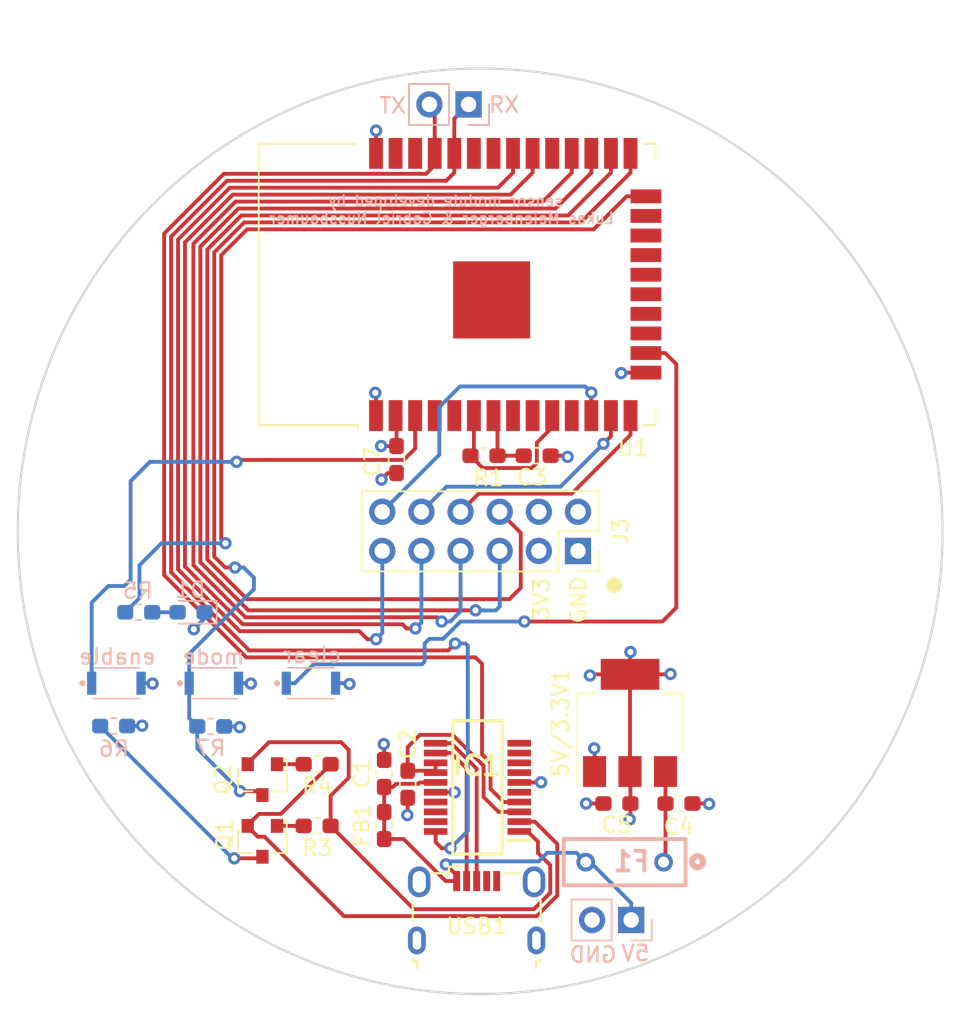
<source format=kicad_pcb>
(kicad_pcb (version 20171130) (host pcbnew "(5.1.4)-1")

  (general
    (thickness 1.6)
    (drawings 16)
    (tracks 388)
    (zones 0)
    (modules 29)
    (nets 56)
  )

  (page A4)
  (title_block
    (title Sensorbaustein)
    (date 2019-10-19)
    (rev 1.7)
  )

  (layers
    (0 F.Cu signal)
    (1 In1.Cu power hide)
    (2 In2.Cu power hide)
    (31 B.Cu signal)
    (32 B.Adhes user)
    (33 F.Adhes user)
    (34 B.Paste user)
    (35 F.Paste user)
    (36 B.SilkS user)
    (37 F.SilkS user)
    (38 B.Mask user)
    (39 F.Mask user)
    (40 Dwgs.User user hide)
    (41 Cmts.User user)
    (42 Eco1.User user)
    (43 Eco2.User user)
    (44 Edge.Cuts user)
    (45 Margin user)
    (46 B.CrtYd user)
    (47 F.CrtYd user)
    (48 B.Fab user)
    (49 F.Fab user)
  )

  (setup
    (last_trace_width 0.25)
    (trace_clearance 0.2)
    (zone_clearance 0.508)
    (zone_45_only no)
    (trace_min 0.2)
    (via_size 0.8)
    (via_drill 0.4)
    (via_min_size 0.4)
    (via_min_drill 0.3)
    (uvia_size 0.3)
    (uvia_drill 0.1)
    (uvias_allowed no)
    (uvia_min_size 0.2)
    (uvia_min_drill 0.1)
    (edge_width 0.05)
    (segment_width 0.2)
    (pcb_text_width 0.3)
    (pcb_text_size 1.5 1.5)
    (mod_edge_width 0.12)
    (mod_text_size 1 1)
    (mod_text_width 0.15)
    (pad_size 1.7 1.7)
    (pad_drill 1)
    (pad_to_mask_clearance 0.051)
    (solder_mask_min_width 0.25)
    (aux_axis_origin 0 0)
    (visible_elements 7FFFFFFF)
    (pcbplotparams
      (layerselection 0x010fc_ffffffff)
      (usegerberextensions false)
      (usegerberattributes false)
      (usegerberadvancedattributes false)
      (creategerberjobfile false)
      (excludeedgelayer true)
      (linewidth 0.100000)
      (plotframeref false)
      (viasonmask true)
      (mode 1)
      (useauxorigin false)
      (hpglpennumber 1)
      (hpglpenspeed 20)
      (hpglpendiameter 15.000000)
      (psnegative false)
      (psa4output false)
      (plotreference true)
      (plotvalue true)
      (plotinvisibletext false)
      (padsonsilk false)
      (subtractmaskfromsilk true)
      (outputformat 1)
      (mirror false)
      (drillshape 0)
      (scaleselection 1)
      (outputdirectory ""))
  )

  (net 0 "")
  (net 1 +3V3)
  (net 2 VBUS)
  (net 3 D-)
  (net 4 D+)
  (net 5 RXD)
  (net 6 TXD)
  (net 7 GPIO_15)
  (net 8 GPIO_2)
  (net 9 CHIP_PU)
  (net 10 RTS)
  (net 11 "Net-(Q1-Pad1)")
  (net 12 "Net-(Q2-Pad1)")
  (net 13 DTR)
  (net 14 GPIO_0)
  (net 15 SysReset)
  (net 16 "Net-(USB1-Pad4)")
  (net 17 LED1)
  (net 18 LED2)
  (net 19 touch1)
  (net 20 touch2)
  (net 21 touch3)
  (net 22 touch4)
  (net 23 LED4)
  (net 24 LED3)
  (net 25 /5V_2)
  (net 26 ntc)
  (net 27 "Net-(D1-Pad2)")
  (net 28 "Net-(U1-Pad37)")
  (net 29 "Net-(U1-Pad36)")
  (net 30 "Net-(U1-Pad33)")
  (net 31 "Net-(U1-Pad32)")
  (net 32 "Net-(U1-Pad29)")
  (net 33 "Net-(U1-Pad22)")
  (net 34 "Net-(U1-Pad21)")
  (net 35 "Net-(U1-Pad20)")
  (net 36 "Net-(U1-Pad19)")
  (net 37 "Net-(U1-Pad18)")
  (net 38 "Net-(U1-Pad17)")
  (net 39 "Net-(U1-Pad11)")
  (net 40 "Net-(U1-Pad5)")
  (net 41 "Net-(U1-Pad4)")
  (net 42 GND)
  (net 43 FTDI_3.3)
  (net 44 "Net-(IC1-Pad19)")
  (net 45 "Net-(IC1-Pad18)")
  (net 46 "Net-(IC1-Pad17)")
  (net 47 "Net-(IC1-Pad10)")
  (net 48 "Net-(IC1-Pad9)")
  (net 49 "Net-(IC1-Pad8)")
  (net 50 "Net-(IC1-Pad7)")
  (net 51 "Net-(IC1-Pad5)")
  (net 52 ntcf)
  (net 53 ntck)
  (net 54 "Net-(U1-Pad9)")
  (net 55 "Net-(U1-Pad8)")

  (net_class Default "Dies ist die voreingestellte Netzklasse."
    (clearance 0.2)
    (trace_width 0.25)
    (via_dia 0.8)
    (via_drill 0.4)
    (uvia_dia 0.3)
    (uvia_drill 0.1)
    (add_net +3V3)
    (add_net /5V_2)
    (add_net CHIP_PU)
    (add_net D+)
    (add_net D-)
    (add_net DTR)
    (add_net FTDI_3.3)
    (add_net GND)
    (add_net GPIO_0)
    (add_net GPIO_15)
    (add_net GPIO_2)
    (add_net LED1)
    (add_net LED2)
    (add_net LED3)
    (add_net LED4)
    (add_net "Net-(D1-Pad2)")
    (add_net "Net-(IC1-Pad10)")
    (add_net "Net-(IC1-Pad17)")
    (add_net "Net-(IC1-Pad18)")
    (add_net "Net-(IC1-Pad19)")
    (add_net "Net-(IC1-Pad5)")
    (add_net "Net-(IC1-Pad7)")
    (add_net "Net-(IC1-Pad8)")
    (add_net "Net-(IC1-Pad9)")
    (add_net "Net-(Q1-Pad1)")
    (add_net "Net-(Q2-Pad1)")
    (add_net "Net-(U1-Pad11)")
    (add_net "Net-(U1-Pad17)")
    (add_net "Net-(U1-Pad18)")
    (add_net "Net-(U1-Pad19)")
    (add_net "Net-(U1-Pad20)")
    (add_net "Net-(U1-Pad21)")
    (add_net "Net-(U1-Pad22)")
    (add_net "Net-(U1-Pad29)")
    (add_net "Net-(U1-Pad32)")
    (add_net "Net-(U1-Pad33)")
    (add_net "Net-(U1-Pad36)")
    (add_net "Net-(U1-Pad37)")
    (add_net "Net-(U1-Pad4)")
    (add_net "Net-(U1-Pad5)")
    (add_net "Net-(U1-Pad8)")
    (add_net "Net-(U1-Pad9)")
    (add_net "Net-(USB1-Pad4)")
    (add_net RTS)
    (add_net RXD)
    (add_net SysReset)
    (add_net TXD)
    (add_net VBUS)
    (add_net ntc)
    (add_net ntcf)
    (add_net ntck)
    (add_net touch1)
    (add_net touch2)
    (add_net touch3)
    (add_net touch4)
  )

  (module LED_SMD:LED_0603_1608Metric_Pad1.05x0.95mm_HandSolder (layer B.Cu) (tedit 5B4B45C9) (tstamp 5DFA1509)
    (at 121.25 110.25 180)
    (descr "LED SMD 0603 (1608 Metric), square (rectangular) end terminal, IPC_7351 nominal, (Body size source: http://www.tortai-tech.com/upload/download/2011102023233369053.pdf), generated with kicad-footprint-generator")
    (tags "LED handsolder")
    (path /5DAB03D6)
    (attr smd)
    (fp_text reference D1 (at 0.05 1.45) (layer B.SilkS)
      (effects (font (size 1 1) (thickness 0.15)) (justify mirror))
    )
    (fp_text value 150060BS55040 (at 0 -1.43) (layer B.Fab)
      (effects (font (size 1 1) (thickness 0.15)) (justify mirror))
    )
    (fp_line (start 0.8 0.4) (end -0.5 0.4) (layer B.Fab) (width 0.1))
    (fp_line (start -0.5 0.4) (end -0.8 0.1) (layer B.Fab) (width 0.1))
    (fp_line (start -0.8 0.1) (end -0.8 -0.4) (layer B.Fab) (width 0.1))
    (fp_line (start -0.8 -0.4) (end 0.8 -0.4) (layer B.Fab) (width 0.1))
    (fp_line (start 0.8 -0.4) (end 0.8 0.4) (layer B.Fab) (width 0.1))
    (fp_line (start 0.8 0.735) (end -1.66 0.735) (layer B.SilkS) (width 0.12))
    (fp_line (start -1.66 0.735) (end -1.66 -0.735) (layer B.SilkS) (width 0.12))
    (fp_line (start -1.66 -0.735) (end 0.8 -0.735) (layer B.SilkS) (width 0.12))
    (fp_line (start -1.65 -0.73) (end -1.65 0.73) (layer B.CrtYd) (width 0.05))
    (fp_line (start -1.65 0.73) (end 1.65 0.73) (layer B.CrtYd) (width 0.05))
    (fp_line (start 1.65 0.73) (end 1.65 -0.73) (layer B.CrtYd) (width 0.05))
    (fp_line (start 1.65 -0.73) (end -1.65 -0.73) (layer B.CrtYd) (width 0.05))
    (fp_text user %R (at 0 0) (layer B.Fab)
      (effects (font (size 0.4 0.4) (thickness 0.06)) (justify mirror))
    )
    (pad 1 smd roundrect (at -0.875 0 180) (size 1.05 0.95) (layers B.Cu B.Paste B.Mask) (roundrect_rratio 0.25)
      (net 42 GND))
    (pad 2 smd roundrect (at 0.875 0 180) (size 1.05 0.95) (layers B.Cu B.Paste B.Mask) (roundrect_rratio 0.25)
      (net 27 "Net-(D1-Pad2)"))
    (model ${KISYS3DMOD}/LED_SMD.3dshapes/LED_0603_1608Metric.wrl
      (at (xyz 0 0 0))
      (scale (xyz 1 1 1))
      (rotate (xyz 0 0 0))
    )
  )

  (module Resistor_SMD:R_0603_1608Metric_Pad1.05x0.95mm_HandSolder (layer B.Cu) (tedit 5B301BBD) (tstamp 5DF9733A)
    (at 117.85 110.25 180)
    (descr "Resistor SMD 0603 (1608 Metric), square (rectangular) end terminal, IPC_7351 nominal with elongated pad for handsoldering. (Body size source: http://www.tortai-tech.com/upload/download/2011102023233369053.pdf), generated with kicad-footprint-generator")
    (tags "resistor handsolder")
    (path /5E013D8A)
    (attr smd)
    (fp_text reference R5 (at 0.05 1.4) (layer B.SilkS)
      (effects (font (size 1 1) (thickness 0.15)) (justify mirror))
    )
    (fp_text value 220 (at 0 -1.43) (layer B.Fab)
      (effects (font (size 1 1) (thickness 0.15)) (justify mirror))
    )
    (fp_line (start -0.8 -0.4) (end -0.8 0.4) (layer B.Fab) (width 0.1))
    (fp_line (start -0.8 0.4) (end 0.8 0.4) (layer B.Fab) (width 0.1))
    (fp_line (start 0.8 0.4) (end 0.8 -0.4) (layer B.Fab) (width 0.1))
    (fp_line (start 0.8 -0.4) (end -0.8 -0.4) (layer B.Fab) (width 0.1))
    (fp_line (start -0.171267 0.51) (end 0.171267 0.51) (layer B.SilkS) (width 0.12))
    (fp_line (start -0.171267 -0.51) (end 0.171267 -0.51) (layer B.SilkS) (width 0.12))
    (fp_line (start -1.65 -0.73) (end -1.65 0.73) (layer B.CrtYd) (width 0.05))
    (fp_line (start -1.65 0.73) (end 1.65 0.73) (layer B.CrtYd) (width 0.05))
    (fp_line (start 1.65 0.73) (end 1.65 -0.73) (layer B.CrtYd) (width 0.05))
    (fp_line (start 1.65 -0.73) (end -1.65 -0.73) (layer B.CrtYd) (width 0.05))
    (fp_text user %R (at 0 0) (layer B.Fab)
      (effects (font (size 0.4 0.4) (thickness 0.06)) (justify mirror))
    )
    (pad 1 smd roundrect (at -0.875 0 180) (size 1.05 0.95) (layers B.Cu B.Paste B.Mask) (roundrect_rratio 0.25)
      (net 27 "Net-(D1-Pad2)"))
    (pad 2 smd roundrect (at 0.875 0 180) (size 1.05 0.95) (layers B.Cu B.Paste B.Mask) (roundrect_rratio 0.25)
      (net 8 GPIO_2))
    (model ${KISYS3DMOD}/Resistor_SMD.3dshapes/R_0603_1608Metric.wrl
      (at (xyz 0 0 0))
      (scale (xyz 1 1 1))
      (rotate (xyz 0 0 0))
    )
  )

  (module Connector_USB:USB_Micro-B_Wuerth_629105150521 (layer F.Cu) (tedit 5A142044) (tstamp 5DAB456B)
    (at 139.775 129.575)
    (descr "USB Micro-B receptacle, http://www.mouser.com/ds/2/445/629105150521-469306.pdf")
    (tags "usb micro receptacle")
    (path /5D98EBC8)
    (attr smd)
    (fp_text reference USB1 (at 0 1.025 180) (layer F.SilkS)
      (effects (font (size 1 1) (thickness 0.15)))
    )
    (fp_text value USB_B_Micro (at 0 5.6) (layer F.Fab)
      (effects (font (size 1 1) (thickness 0.15)))
    )
    (fp_line (start -4 -2.25) (end -4 3.15) (layer F.Fab) (width 0.15))
    (fp_line (start -4 3.15) (end -3.7 3.15) (layer F.Fab) (width 0.15))
    (fp_line (start -3.7 3.15) (end -3.7 4.35) (layer F.Fab) (width 0.15))
    (fp_line (start -3.7 4.35) (end 3.7 4.35) (layer F.Fab) (width 0.15))
    (fp_line (start 3.7 4.35) (end 3.7 3.15) (layer F.Fab) (width 0.15))
    (fp_line (start 3.7 3.15) (end 4 3.15) (layer F.Fab) (width 0.15))
    (fp_line (start 4 3.15) (end 4 -2.25) (layer F.Fab) (width 0.15))
    (fp_line (start 4 -2.25) (end -4 -2.25) (layer F.Fab) (width 0.15))
    (fp_line (start -2.7 3.75) (end 2.7 3.75) (layer F.Fab) (width 0.15))
    (fp_line (start -1.075 -2.725) (end -1.3 -2.55) (layer F.Fab) (width 0.15))
    (fp_line (start -1.3 -2.55) (end -1.525 -2.725) (layer F.Fab) (width 0.15))
    (fp_line (start -1.525 -2.725) (end -1.525 -2.95) (layer F.Fab) (width 0.15))
    (fp_line (start -1.525 -2.95) (end -1.075 -2.95) (layer F.Fab) (width 0.15))
    (fp_line (start -1.075 -2.95) (end -1.075 -2.725) (layer F.Fab) (width 0.15))
    (fp_line (start -4.15 -0.65) (end -4.15 0.75) (layer F.SilkS) (width 0.15))
    (fp_line (start -4.15 3.15) (end -4.15 3.3) (layer F.SilkS) (width 0.15))
    (fp_line (start -4.15 3.3) (end -3.85 3.3) (layer F.SilkS) (width 0.15))
    (fp_line (start -3.85 3.3) (end -3.85 3.75) (layer F.SilkS) (width 0.15))
    (fp_line (start 3.85 3.75) (end 3.85 3.3) (layer F.SilkS) (width 0.15))
    (fp_line (start 3.85 3.3) (end 4.15 3.3) (layer F.SilkS) (width 0.15))
    (fp_line (start 4.15 3.3) (end 4.15 3.15) (layer F.SilkS) (width 0.15))
    (fp_line (start 4.15 0.75) (end 4.15 -0.65) (layer F.SilkS) (width 0.15))
    (fp_line (start -1.075 -2.825) (end -1.8 -2.825) (layer F.SilkS) (width 0.15))
    (fp_line (start -1.8 -2.825) (end -1.8 -2.4) (layer F.SilkS) (width 0.15))
    (fp_line (start -1.8 -2.4) (end -2.8 -2.4) (layer F.SilkS) (width 0.15))
    (fp_line (start 1.8 -2.4) (end 2.8 -2.4) (layer F.SilkS) (width 0.15))
    (fp_line (start -4.94 -3.34) (end -4.94 4.85) (layer F.CrtYd) (width 0.05))
    (fp_line (start -4.94 4.85) (end 4.95 4.85) (layer F.CrtYd) (width 0.05))
    (fp_line (start 4.95 4.85) (end 4.95 -3.34) (layer F.CrtYd) (width 0.05))
    (fp_line (start 4.95 -3.34) (end -4.94 -3.34) (layer F.CrtYd) (width 0.05))
    (fp_text user %R (at 0 1.05) (layer F.Fab)
      (effects (font (size 1 1) (thickness 0.15)))
    )
    (fp_text user "PCB Edge" (at 0 3.75) (layer Dwgs.User)
      (effects (font (size 0.5 0.5) (thickness 0.08)))
    )
    (pad 1 smd rect (at -1.3 -1.9) (size 0.45 1.3) (layers F.Cu F.Paste F.Mask)
      (net 2 VBUS))
    (pad 2 smd rect (at -0.65 -1.9) (size 0.45 1.3) (layers F.Cu F.Paste F.Mask)
      (net 3 D-))
    (pad 3 smd rect (at 0 -1.9) (size 0.45 1.3) (layers F.Cu F.Paste F.Mask)
      (net 4 D+))
    (pad 4 smd rect (at 0.65 -1.9) (size 0.45 1.3) (layers F.Cu F.Paste F.Mask)
      (net 16 "Net-(USB1-Pad4)"))
    (pad 5 smd rect (at 1.3 -1.9) (size 0.45 1.3) (layers F.Cu F.Paste F.Mask)
      (net 42 GND))
    (pad 6 thru_hole oval (at -3.725 -1.85) (size 1.45 2) (drill oval 0.85 1.4) (layers *.Cu *.Mask)
      (net 42 GND))
    (pad 6 thru_hole oval (at 3.725 -1.85) (size 1.45 2) (drill oval 0.85 1.4) (layers *.Cu *.Mask)
      (net 42 GND))
    (pad 6 thru_hole oval (at -3.875 1.95) (size 1.15 1.8) (drill oval 0.55 1.2) (layers *.Cu *.Mask)
      (net 42 GND))
    (pad 6 thru_hole oval (at 3.875 1.95) (size 1.15 1.8) (drill oval 0.55 1.2) (layers *.Cu *.Mask)
      (net 42 GND))
    (pad "" np_thru_hole oval (at -2.5 -0.8) (size 0.8 0.8) (drill 0.8) (layers *.Cu *.Mask))
    (pad "" np_thru_hole oval (at 2.5 -0.8) (size 0.8 0.8) (drill 0.8) (layers *.Cu *.Mask))
    (model ${KISYS3DMOD}/Connector_USB.3dshapes/USB_Micro-B_Wuerth_629105150521.wrl
      (at (xyz 0 0 0))
      (scale (xyz 1 1 1))
      (rotate (xyz 0 0 0))
    )
  )

  (module Resistor_SMD:R_0603_1608Metric_Pad1.05x0.95mm_HandSolder (layer F.Cu) (tedit 5B301BBD) (tstamp 5EF4D69F)
    (at 140.25 100.1)
    (descr "Resistor SMD 0603 (1608 Metric), square (rectangular) end terminal, IPC_7351 nominal with elongated pad for handsoldering. (Body size source: http://www.tortai-tech.com/upload/download/2011102023233369053.pdf), generated with kicad-footprint-generator")
    (tags "resistor handsolder")
    (path /5E94646A)
    (attr smd)
    (fp_text reference R1 (at 0.3 1.45) (layer F.SilkS)
      (effects (font (size 1 1) (thickness 0.15)))
    )
    (fp_text value 100k (at 0 1.43) (layer F.Fab)
      (effects (font (size 1 1) (thickness 0.15)))
    )
    (fp_line (start -0.8 0.4) (end -0.8 -0.4) (layer F.Fab) (width 0.1))
    (fp_line (start -0.8 -0.4) (end 0.8 -0.4) (layer F.Fab) (width 0.1))
    (fp_line (start 0.8 -0.4) (end 0.8 0.4) (layer F.Fab) (width 0.1))
    (fp_line (start 0.8 0.4) (end -0.8 0.4) (layer F.Fab) (width 0.1))
    (fp_line (start -0.171267 -0.51) (end 0.171267 -0.51) (layer F.SilkS) (width 0.12))
    (fp_line (start -0.171267 0.51) (end 0.171267 0.51) (layer F.SilkS) (width 0.12))
    (fp_line (start -1.65 0.73) (end -1.65 -0.73) (layer F.CrtYd) (width 0.05))
    (fp_line (start -1.65 -0.73) (end 1.65 -0.73) (layer F.CrtYd) (width 0.05))
    (fp_line (start 1.65 -0.73) (end 1.65 0.73) (layer F.CrtYd) (width 0.05))
    (fp_line (start 1.65 0.73) (end -1.65 0.73) (layer F.CrtYd) (width 0.05))
    (fp_text user %R (at 0 0) (layer F.Fab)
      (effects (font (size 0.4 0.4) (thickness 0.06)))
    )
    (pad 1 smd roundrect (at -0.875 0) (size 1.05 0.95) (layers F.Cu F.Paste F.Mask) (roundrect_rratio 0.25)
      (net 53 ntck))
    (pad 2 smd roundrect (at 0.875 0) (size 1.05 0.95) (layers F.Cu F.Paste F.Mask) (roundrect_rratio 0.25)
      (net 26 ntc))
    (model ${KISYS3DMOD}/Resistor_SMD.3dshapes/R_0603_1608Metric.wrl
      (at (xyz 0 0 0))
      (scale (xyz 1 1 1))
      (rotate (xyz 0 0 0))
    )
  )

  (module RF_Module:ESP32-WROOM-32 (layer F.Cu) (tedit 5B5B4654) (tstamp 5DABD44F)
    (at 141.5 89 90)
    (descr "Single 2.4 GHz Wi-Fi and Bluetooth combo chip https://www.espressif.com/sites/default/files/documentation/esp32-wroom-32_datasheet_en.pdf")
    (tags "Single 2.4 GHz Wi-Fi and Bluetooth combo  chip")
    (path /5D9C13C6)
    (attr smd)
    (fp_text reference U1 (at -10.61 8.43) (layer F.SilkS)
      (effects (font (size 1 1) (thickness 0.15)))
    )
    (fp_text value ESP32-WROOM-32 (at 0 11.5 90) (layer F.Fab)
      (effects (font (size 1 1) (thickness 0.15)))
    )
    (fp_line (start -9.12 -9.445) (end -9.5 -9.445) (layer F.SilkS) (width 0.12))
    (fp_line (start -9.12 -15.865) (end -9.12 -9.445) (layer F.SilkS) (width 0.12))
    (fp_line (start 9.12 -15.865) (end 9.12 -9.445) (layer F.SilkS) (width 0.12))
    (fp_line (start -9.12 -15.865) (end 9.12 -15.865) (layer F.SilkS) (width 0.12))
    (fp_line (start 9.12 9.88) (end 8.12 9.88) (layer F.SilkS) (width 0.12))
    (fp_line (start 9.12 9.1) (end 9.12 9.88) (layer F.SilkS) (width 0.12))
    (fp_line (start -9.12 9.88) (end -8.12 9.88) (layer F.SilkS) (width 0.12))
    (fp_line (start -9.12 9.1) (end -9.12 9.88) (layer F.SilkS) (width 0.12))
    (fp_line (start 8.4 -20.6) (end 8.2 -20.4) (layer Cmts.User) (width 0.1))
    (fp_line (start 8.4 -16) (end 8.4 -20.6) (layer Cmts.User) (width 0.1))
    (fp_line (start 8.4 -20.6) (end 8.6 -20.4) (layer Cmts.User) (width 0.1))
    (fp_line (start 8.4 -16) (end 8.6 -16.2) (layer Cmts.User) (width 0.1))
    (fp_line (start 8.4 -16) (end 8.2 -16.2) (layer Cmts.User) (width 0.1))
    (fp_line (start -9.2 -13.875) (end -9.4 -14.075) (layer Cmts.User) (width 0.1))
    (fp_line (start -13.8 -13.875) (end -9.2 -13.875) (layer Cmts.User) (width 0.1))
    (fp_line (start -9.2 -13.875) (end -9.4 -13.675) (layer Cmts.User) (width 0.1))
    (fp_line (start -13.8 -13.875) (end -13.6 -13.675) (layer Cmts.User) (width 0.1))
    (fp_line (start -13.8 -13.875) (end -13.6 -14.075) (layer Cmts.User) (width 0.1))
    (fp_line (start 9.2 -13.875) (end 9.4 -13.675) (layer Cmts.User) (width 0.1))
    (fp_line (start 9.2 -13.875) (end 9.4 -14.075) (layer Cmts.User) (width 0.1))
    (fp_line (start 13.8 -13.875) (end 13.6 -13.675) (layer Cmts.User) (width 0.1))
    (fp_line (start 13.8 -13.875) (end 13.6 -14.075) (layer Cmts.User) (width 0.1))
    (fp_line (start 9.2 -13.875) (end 13.8 -13.875) (layer Cmts.User) (width 0.1))
    (fp_line (start 14 -11.585) (end 12 -9.97) (layer Dwgs.User) (width 0.1))
    (fp_line (start 14 -13.2) (end 10 -9.97) (layer Dwgs.User) (width 0.1))
    (fp_line (start 14 -14.815) (end 8 -9.97) (layer Dwgs.User) (width 0.1))
    (fp_line (start 14 -16.43) (end 6 -9.97) (layer Dwgs.User) (width 0.1))
    (fp_line (start 14 -18.045) (end 4 -9.97) (layer Dwgs.User) (width 0.1))
    (fp_line (start 14 -19.66) (end 2 -9.97) (layer Dwgs.User) (width 0.1))
    (fp_line (start 13.475 -20.75) (end 0 -9.97) (layer Dwgs.User) (width 0.1))
    (fp_line (start 11.475 -20.75) (end -2 -9.97) (layer Dwgs.User) (width 0.1))
    (fp_line (start 9.475 -20.75) (end -4 -9.97) (layer Dwgs.User) (width 0.1))
    (fp_line (start 7.475 -20.75) (end -6 -9.97) (layer Dwgs.User) (width 0.1))
    (fp_line (start -8 -9.97) (end 5.475 -20.75) (layer Dwgs.User) (width 0.1))
    (fp_line (start 3.475 -20.75) (end -10 -9.97) (layer Dwgs.User) (width 0.1))
    (fp_line (start 1.475 -20.75) (end -12 -9.97) (layer Dwgs.User) (width 0.1))
    (fp_line (start -0.525 -20.75) (end -14 -9.97) (layer Dwgs.User) (width 0.1))
    (fp_line (start -2.525 -20.75) (end -14 -11.585) (layer Dwgs.User) (width 0.1))
    (fp_line (start -4.525 -20.75) (end -14 -13.2) (layer Dwgs.User) (width 0.1))
    (fp_line (start -6.525 -20.75) (end -14 -14.815) (layer Dwgs.User) (width 0.1))
    (fp_line (start -8.525 -20.75) (end -14 -16.43) (layer Dwgs.User) (width 0.1))
    (fp_line (start -10.525 -20.75) (end -14 -18.045) (layer Dwgs.User) (width 0.1))
    (fp_line (start -12.525 -20.75) (end -14 -19.66) (layer Dwgs.User) (width 0.1))
    (fp_line (start 9.75 -9.72) (end 14.25 -9.72) (layer F.CrtYd) (width 0.05))
    (fp_line (start -14.25 -9.72) (end -9.75 -9.72) (layer F.CrtYd) (width 0.05))
    (fp_line (start 14.25 -21) (end 14.25 -9.72) (layer F.CrtYd) (width 0.05))
    (fp_line (start -14.25 -21) (end -14.25 -9.72) (layer F.CrtYd) (width 0.05))
    (fp_line (start 14 -20.75) (end -14 -20.75) (layer Dwgs.User) (width 0.1))
    (fp_line (start 14 -9.97) (end 14 -20.75) (layer Dwgs.User) (width 0.1))
    (fp_line (start 14 -9.97) (end -14 -9.97) (layer Dwgs.User) (width 0.1))
    (fp_line (start -9 -9.02) (end -8.5 -9.52) (layer F.Fab) (width 0.1))
    (fp_line (start -8.5 -9.52) (end -9 -10.02) (layer F.Fab) (width 0.1))
    (fp_line (start -9 -9.02) (end -9 9.76) (layer F.Fab) (width 0.1))
    (fp_line (start -14.25 -21) (end 14.25 -21) (layer F.CrtYd) (width 0.05))
    (fp_line (start 9.75 -9.72) (end 9.75 10.5) (layer F.CrtYd) (width 0.05))
    (fp_line (start -9.75 10.5) (end 9.75 10.5) (layer F.CrtYd) (width 0.05))
    (fp_line (start -9.75 10.5) (end -9.75 -9.72) (layer F.CrtYd) (width 0.05))
    (fp_line (start -9 -15.745) (end 9 -15.745) (layer F.Fab) (width 0.1))
    (fp_line (start -9 -15.745) (end -9 -10.02) (layer F.Fab) (width 0.1))
    (fp_line (start -9 9.76) (end 9 9.76) (layer F.Fab) (width 0.1))
    (fp_line (start 9 9.76) (end 9 -15.745) (layer F.Fab) (width 0.1))
    (fp_line (start -14 -9.97) (end -14 -20.75) (layer Dwgs.User) (width 0.1))
    (fp_text user "5 mm" (at 7.8 -19.075) (layer Cmts.User)
      (effects (font (size 0.5 0.5) (thickness 0.1)))
    )
    (fp_text user "5 mm" (at -11.2 -14.375 90) (layer Cmts.User)
      (effects (font (size 0.5 0.5) (thickness 0.1)))
    )
    (fp_text user "5 mm" (at 11.8 -14.375 90) (layer Cmts.User)
      (effects (font (size 0.5 0.5) (thickness 0.1)))
    )
    (fp_text user Antenna (at 0 -13 90) (layer Cmts.User)
      (effects (font (size 1 1) (thickness 0.15)))
    )
    (fp_text user "KEEP-OUT ZONE" (at 0 -19 90) (layer Cmts.User)
      (effects (font (size 1 1) (thickness 0.15)))
    )
    (fp_text user %R (at 0 0 90) (layer F.Fab)
      (effects (font (size 1 1) (thickness 0.15)))
    )
    (pad 38 smd rect (at 8.5 -8.255 90) (size 2 0.9) (layers F.Cu F.Paste F.Mask)
      (net 42 GND))
    (pad 37 smd rect (at 8.5 -6.985 90) (size 2 0.9) (layers F.Cu F.Paste F.Mask)
      (net 28 "Net-(U1-Pad37)"))
    (pad 36 smd rect (at 8.5 -5.715 90) (size 2 0.9) (layers F.Cu F.Paste F.Mask)
      (net 29 "Net-(U1-Pad36)"))
    (pad 35 smd rect (at 8.5 -4.445 90) (size 2 0.9) (layers F.Cu F.Paste F.Mask)
      (net 6 TXD))
    (pad 34 smd rect (at 8.5 -3.175 90) (size 2 0.9) (layers F.Cu F.Paste F.Mask)
      (net 5 RXD))
    (pad 33 smd rect (at 8.5 -1.905 90) (size 2 0.9) (layers F.Cu F.Paste F.Mask)
      (net 30 "Net-(U1-Pad33)"))
    (pad 32 smd rect (at 8.5 -0.635 90) (size 2 0.9) (layers F.Cu F.Paste F.Mask)
      (net 31 "Net-(U1-Pad32)"))
    (pad 31 smd rect (at 8.5 0.635 90) (size 2 0.9) (layers F.Cu F.Paste F.Mask)
      (net 23 LED4))
    (pad 30 smd rect (at 8.5 1.905 90) (size 2 0.9) (layers F.Cu F.Paste F.Mask)
      (net 24 LED3))
    (pad 29 smd rect (at 8.5 3.175 90) (size 2 0.9) (layers F.Cu F.Paste F.Mask)
      (net 32 "Net-(U1-Pad29)"))
    (pad 28 smd rect (at 8.5 4.445 90) (size 2 0.9) (layers F.Cu F.Paste F.Mask)
      (net 18 LED2))
    (pad 27 smd rect (at 8.5 5.715 90) (size 2 0.9) (layers F.Cu F.Paste F.Mask)
      (net 17 LED1))
    (pad 26 smd rect (at 8.5 6.985 90) (size 2 0.9) (layers F.Cu F.Paste F.Mask)
      (net 19 touch1))
    (pad 25 smd rect (at 8.5 8.255 90) (size 2 0.9) (layers F.Cu F.Paste F.Mask)
      (net 14 GPIO_0))
    (pad 24 smd rect (at 5.715 9.255 180) (size 2 0.9) (layers F.Cu F.Paste F.Mask)
      (net 8 GPIO_2))
    (pad 23 smd rect (at 4.445 9.255 180) (size 2 0.9) (layers F.Cu F.Paste F.Mask)
      (net 7 GPIO_15))
    (pad 22 smd rect (at 3.175 9.255 180) (size 2 0.9) (layers F.Cu F.Paste F.Mask)
      (net 33 "Net-(U1-Pad22)"))
    (pad 21 smd rect (at 1.905 9.255 180) (size 2 0.9) (layers F.Cu F.Paste F.Mask)
      (net 34 "Net-(U1-Pad21)"))
    (pad 20 smd rect (at 0.635 9.255 180) (size 2 0.9) (layers F.Cu F.Paste F.Mask)
      (net 35 "Net-(U1-Pad20)"))
    (pad 19 smd rect (at -0.635 9.255 180) (size 2 0.9) (layers F.Cu F.Paste F.Mask)
      (net 36 "Net-(U1-Pad19)"))
    (pad 18 smd rect (at -1.905 9.255 180) (size 2 0.9) (layers F.Cu F.Paste F.Mask)
      (net 37 "Net-(U1-Pad18)"))
    (pad 17 smd rect (at -3.175 9.255 180) (size 2 0.9) (layers F.Cu F.Paste F.Mask)
      (net 38 "Net-(U1-Pad17)"))
    (pad 16 smd rect (at -4.445 9.255 180) (size 2 0.9) (layers F.Cu F.Paste F.Mask)
      (net 15 SysReset))
    (pad 15 smd rect (at -5.715 9.255 180) (size 2 0.9) (layers F.Cu F.Paste F.Mask)
      (net 42 GND))
    (pad 14 smd rect (at -8.5 8.255 90) (size 2 0.9) (layers F.Cu F.Paste F.Mask)
      (net 20 touch2))
    (pad 13 smd rect (at -8.5 6.985 90) (size 2 0.9) (layers F.Cu F.Paste F.Mask)
      (net 21 touch3))
    (pad 12 smd rect (at -8.5 5.715 90) (size 2 0.9) (layers F.Cu F.Paste F.Mask)
      (net 22 touch4))
    (pad 11 smd rect (at -8.5 4.445 90) (size 2 0.9) (layers F.Cu F.Paste F.Mask)
      (net 39 "Net-(U1-Pad11)"))
    (pad 10 smd rect (at -8.5 3.175 90) (size 2 0.9) (layers F.Cu F.Paste F.Mask)
      (net 53 ntck))
    (pad 9 smd rect (at -8.5 1.905 90) (size 2 0.9) (layers F.Cu F.Paste F.Mask)
      (net 54 "Net-(U1-Pad9)"))
    (pad 8 smd rect (at -8.5 0.635 90) (size 2 0.9) (layers F.Cu F.Paste F.Mask)
      (net 55 "Net-(U1-Pad8)"))
    (pad 7 smd rect (at -8.5 -0.635 90) (size 2 0.9) (layers F.Cu F.Paste F.Mask)
      (net 26 ntc))
    (pad 6 smd rect (at -8.5 -1.905 90) (size 2 0.9) (layers F.Cu F.Paste F.Mask)
      (net 53 ntck))
    (pad 5 smd rect (at -8.5 -3.175 90) (size 2 0.9) (layers F.Cu F.Paste F.Mask)
      (net 40 "Net-(U1-Pad5)"))
    (pad 4 smd rect (at -8.5 -4.445 90) (size 2 0.9) (layers F.Cu F.Paste F.Mask)
      (net 41 "Net-(U1-Pad4)"))
    (pad 3 smd rect (at -8.5 -5.715 90) (size 2 0.9) (layers F.Cu F.Paste F.Mask)
      (net 9 CHIP_PU))
    (pad 2 smd rect (at -8.5 -6.985 90) (size 2 0.9) (layers F.Cu F.Paste F.Mask)
      (net 1 +3V3))
    (pad 1 smd rect (at -8.5 -8.255 90) (size 2 0.9) (layers F.Cu F.Paste F.Mask)
      (net 42 GND))
    (pad 39 smd rect (at -1 -0.755 90) (size 5 5) (layers F.Cu F.Paste F.Mask))
    (model ${KISYS3DMOD}/RF_Module.3dshapes/ESP32-WROOM-32.wrl
      (at (xyz 0 0 0))
      (scale (xyz 1 1 1))
      (rotate (xyz 0 0 0))
    )
  )

  (module Package_TO_SOT_SMD:SOT-23 (layer F.Cu) (tedit 5A02FF57) (tstamp 5DAB45DC)
    (at 125.875 125.1 270)
    (descr "SOT-23, Standard")
    (tags SOT-23)
    (path /5DB2C87F)
    (attr smd)
    (fp_text reference Q1 (at -0.4 2.45 90) (layer F.SilkS)
      (effects (font (size 1 1) (thickness 0.15)))
    )
    (fp_text value MMBT2222ALT1G (at 0 2.5 90) (layer F.Fab)
      (effects (font (size 1 1) (thickness 0.15)))
    )
    (fp_text user %R (at 0 0) (layer F.Fab)
      (effects (font (size 0.5 0.5) (thickness 0.075)))
    )
    (fp_line (start -0.7 -0.95) (end -0.7 1.5) (layer F.Fab) (width 0.1))
    (fp_line (start -0.15 -1.52) (end 0.7 -1.52) (layer F.Fab) (width 0.1))
    (fp_line (start -0.7 -0.95) (end -0.15 -1.52) (layer F.Fab) (width 0.1))
    (fp_line (start 0.7 -1.52) (end 0.7 1.52) (layer F.Fab) (width 0.1))
    (fp_line (start -0.7 1.52) (end 0.7 1.52) (layer F.Fab) (width 0.1))
    (fp_line (start 0.76 1.58) (end 0.76 0.65) (layer F.SilkS) (width 0.12))
    (fp_line (start 0.76 -1.58) (end 0.76 -0.65) (layer F.SilkS) (width 0.12))
    (fp_line (start -1.7 -1.75) (end 1.7 -1.75) (layer F.CrtYd) (width 0.05))
    (fp_line (start 1.7 -1.75) (end 1.7 1.75) (layer F.CrtYd) (width 0.05))
    (fp_line (start 1.7 1.75) (end -1.7 1.75) (layer F.CrtYd) (width 0.05))
    (fp_line (start -1.7 1.75) (end -1.7 -1.75) (layer F.CrtYd) (width 0.05))
    (fp_line (start 0.76 -1.58) (end -1.4 -1.58) (layer F.SilkS) (width 0.12))
    (fp_line (start 0.76 1.58) (end -0.7 1.58) (layer F.SilkS) (width 0.12))
    (pad 1 smd rect (at -1 -0.95 270) (size 0.9 0.8) (layers F.Cu F.Paste F.Mask)
      (net 11 "Net-(Q1-Pad1)"))
    (pad 2 smd rect (at -1 0.95 270) (size 0.9 0.8) (layers F.Cu F.Paste F.Mask)
      (net 10 RTS))
    (pad 3 smd rect (at 1 0 270) (size 0.9 0.8) (layers F.Cu F.Paste F.Mask)
      (net 9 CHIP_PU))
    (model ${KISYS3DMOD}/Package_TO_SOT_SMD.3dshapes/SOT-23.wrl
      (at (xyz 0 0 0))
      (scale (xyz 1 1 1))
      (rotate (xyz 0 0 0))
    )
  )

  (module Package_TO_SOT_SMD:SOT-23 (layer F.Cu) (tedit 5A02FF57) (tstamp 5DAB45F1)
    (at 125.875 121.1 270)
    (descr "SOT-23, Standard")
    (tags SOT-23)
    (path /5DB259BF)
    (attr smd)
    (fp_text reference Q2 (at 0 2.55 90) (layer F.SilkS)
      (effects (font (size 1 1) (thickness 0.15)))
    )
    (fp_text value MMBT2222ALT1G (at 0 2.5 90) (layer F.Fab)
      (effects (font (size 1 1) (thickness 0.15)))
    )
    (fp_text user %R (at 0 0) (layer F.Fab)
      (effects (font (size 0.5 0.5) (thickness 0.075)))
    )
    (fp_line (start -0.7 -0.95) (end -0.7 1.5) (layer F.Fab) (width 0.1))
    (fp_line (start -0.15 -1.52) (end 0.7 -1.52) (layer F.Fab) (width 0.1))
    (fp_line (start -0.7 -0.95) (end -0.15 -1.52) (layer F.Fab) (width 0.1))
    (fp_line (start 0.7 -1.52) (end 0.7 1.52) (layer F.Fab) (width 0.1))
    (fp_line (start -0.7 1.52) (end 0.7 1.52) (layer F.Fab) (width 0.1))
    (fp_line (start 0.76 1.58) (end 0.76 0.65) (layer F.SilkS) (width 0.12))
    (fp_line (start 0.76 -1.58) (end 0.76 -0.65) (layer F.SilkS) (width 0.12))
    (fp_line (start -1.7 -1.75) (end 1.7 -1.75) (layer F.CrtYd) (width 0.05))
    (fp_line (start 1.7 -1.75) (end 1.7 1.75) (layer F.CrtYd) (width 0.05))
    (fp_line (start 1.7 1.75) (end -1.7 1.75) (layer F.CrtYd) (width 0.05))
    (fp_line (start -1.7 1.75) (end -1.7 -1.75) (layer F.CrtYd) (width 0.05))
    (fp_line (start 0.76 -1.58) (end -1.4 -1.58) (layer F.SilkS) (width 0.12))
    (fp_line (start 0.76 1.58) (end -0.7 1.58) (layer F.SilkS) (width 0.12))
    (pad 1 smd rect (at -1 -0.95 270) (size 0.9 0.8) (layers F.Cu F.Paste F.Mask)
      (net 12 "Net-(Q2-Pad1)"))
    (pad 2 smd rect (at -1 0.95 270) (size 0.9 0.8) (layers F.Cu F.Paste F.Mask)
      (net 13 DTR))
    (pad 3 smd rect (at 1 0 270) (size 0.9 0.8) (layers F.Cu F.Paste F.Mask)
      (net 14 GPIO_0))
    (model ${KISYS3DMOD}/Package_TO_SOT_SMD.3dshapes/SOT-23.wrl
      (at (xyz 0 0 0))
      (scale (xyz 1 1 1))
      (rotate (xyz 0 0 0))
    )
  )

  (module Resistor_SMD:R_0603_1608Metric_Pad1.05x0.95mm_HandSolder (layer F.Cu) (tedit 5B301BBD) (tstamp 5DF972C6)
    (at 129.425 124.1 180)
    (descr "Resistor SMD 0603 (1608 Metric), square (rectangular) end terminal, IPC_7351 nominal with elongated pad for handsoldering. (Body size source: http://www.tortai-tech.com/upload/download/2011102023233369053.pdf), generated with kicad-footprint-generator")
    (tags "resistor handsolder")
    (path /5D9D9048)
    (attr smd)
    (fp_text reference R3 (at 0 -1.43) (layer F.SilkS)
      (effects (font (size 1 1) (thickness 0.15)))
    )
    (fp_text value 10k (at 0 1.43) (layer F.Fab)
      (effects (font (size 1 1) (thickness 0.15)))
    )
    (fp_line (start -0.8 0.4) (end -0.8 -0.4) (layer F.Fab) (width 0.1))
    (fp_line (start -0.8 -0.4) (end 0.8 -0.4) (layer F.Fab) (width 0.1))
    (fp_line (start 0.8 -0.4) (end 0.8 0.4) (layer F.Fab) (width 0.1))
    (fp_line (start 0.8 0.4) (end -0.8 0.4) (layer F.Fab) (width 0.1))
    (fp_line (start -0.171267 -0.51) (end 0.171267 -0.51) (layer F.SilkS) (width 0.12))
    (fp_line (start -0.171267 0.51) (end 0.171267 0.51) (layer F.SilkS) (width 0.12))
    (fp_line (start -1.65 0.73) (end -1.65 -0.73) (layer F.CrtYd) (width 0.05))
    (fp_line (start -1.65 -0.73) (end 1.65 -0.73) (layer F.CrtYd) (width 0.05))
    (fp_line (start 1.65 -0.73) (end 1.65 0.73) (layer F.CrtYd) (width 0.05))
    (fp_line (start 1.65 0.73) (end -1.65 0.73) (layer F.CrtYd) (width 0.05))
    (fp_text user %R (at 0 0) (layer F.Fab)
      (effects (font (size 0.4 0.4) (thickness 0.06)))
    )
    (pad 1 smd roundrect (at -0.875 0 180) (size 1.05 0.95) (layers F.Cu F.Paste F.Mask) (roundrect_rratio 0.25)
      (net 13 DTR))
    (pad 2 smd roundrect (at 0.875 0 180) (size 1.05 0.95) (layers F.Cu F.Paste F.Mask) (roundrect_rratio 0.25)
      (net 11 "Net-(Q1-Pad1)"))
    (model ${KISYS3DMOD}/Resistor_SMD.3dshapes/R_0603_1608Metric.wrl
      (at (xyz 0 0 0))
      (scale (xyz 1 1 1))
      (rotate (xyz 0 0 0))
    )
  )

  (module Resistor_SMD:R_0603_1608Metric_Pad1.05x0.95mm_HandSolder (layer F.Cu) (tedit 5B301BBD) (tstamp 5DF972D6)
    (at 129.425 120.1 180)
    (descr "Resistor SMD 0603 (1608 Metric), square (rectangular) end terminal, IPC_7351 nominal with elongated pad for handsoldering. (Body size source: http://www.tortai-tech.com/upload/download/2011102023233369053.pdf), generated with kicad-footprint-generator")
    (tags "resistor handsolder")
    (path /5D9DC850)
    (attr smd)
    (fp_text reference R4 (at 0 -1.43) (layer F.SilkS)
      (effects (font (size 1 1) (thickness 0.15)))
    )
    (fp_text value 10k (at 0 1.43) (layer F.Fab)
      (effects (font (size 1 1) (thickness 0.15)))
    )
    (fp_text user %R (at 0 0) (layer F.Fab)
      (effects (font (size 0.4 0.4) (thickness 0.06)))
    )
    (fp_line (start 1.65 0.73) (end -1.65 0.73) (layer F.CrtYd) (width 0.05))
    (fp_line (start 1.65 -0.73) (end 1.65 0.73) (layer F.CrtYd) (width 0.05))
    (fp_line (start -1.65 -0.73) (end 1.65 -0.73) (layer F.CrtYd) (width 0.05))
    (fp_line (start -1.65 0.73) (end -1.65 -0.73) (layer F.CrtYd) (width 0.05))
    (fp_line (start -0.171267 0.51) (end 0.171267 0.51) (layer F.SilkS) (width 0.12))
    (fp_line (start -0.171267 -0.51) (end 0.171267 -0.51) (layer F.SilkS) (width 0.12))
    (fp_line (start 0.8 0.4) (end -0.8 0.4) (layer F.Fab) (width 0.1))
    (fp_line (start 0.8 -0.4) (end 0.8 0.4) (layer F.Fab) (width 0.1))
    (fp_line (start -0.8 -0.4) (end 0.8 -0.4) (layer F.Fab) (width 0.1))
    (fp_line (start -0.8 0.4) (end -0.8 -0.4) (layer F.Fab) (width 0.1))
    (pad 2 smd roundrect (at 0.875 0 180) (size 1.05 0.95) (layers F.Cu F.Paste F.Mask) (roundrect_rratio 0.25)
      (net 12 "Net-(Q2-Pad1)"))
    (pad 1 smd roundrect (at -0.875 0 180) (size 1.05 0.95) (layers F.Cu F.Paste F.Mask) (roundrect_rratio 0.25)
      (net 10 RTS))
    (model ${KISYS3DMOD}/Resistor_SMD.3dshapes/R_0603_1608Metric.wrl
      (at (xyz 0 0 0))
      (scale (xyz 1 1 1))
      (rotate (xyz 0 0 0))
    )
  )

  (module Resistor_SMD:R_0603_1608Metric_Pad1.05x0.95mm_HandSolder (layer B.Cu) (tedit 5B301BBD) (tstamp 5EF4C7BC)
    (at 116.225 117.625 180)
    (descr "Resistor SMD 0603 (1608 Metric), square (rectangular) end terminal, IPC_7351 nominal with elongated pad for handsoldering. (Body size source: http://www.tortai-tech.com/upload/download/2011102023233369053.pdf), generated with kicad-footprint-generator")
    (tags "resistor handsolder")
    (path /5DA847E4)
    (attr smd)
    (fp_text reference R6 (at -0.018019 -1.476372) (layer B.SilkS)
      (effects (font (size 1 1) (thickness 0.15)) (justify mirror))
    )
    (fp_text value 10k (at 0 -1.43) (layer B.Fab)
      (effects (font (size 1 1) (thickness 0.15)) (justify mirror))
    )
    (fp_text user %R (at 0 0) (layer B.Fab)
      (effects (font (size 0.4 0.4) (thickness 0.06)) (justify mirror))
    )
    (fp_line (start 1.65 -0.73) (end -1.65 -0.73) (layer B.CrtYd) (width 0.05))
    (fp_line (start 1.65 0.73) (end 1.65 -0.73) (layer B.CrtYd) (width 0.05))
    (fp_line (start -1.65 0.73) (end 1.65 0.73) (layer B.CrtYd) (width 0.05))
    (fp_line (start -1.65 -0.73) (end -1.65 0.73) (layer B.CrtYd) (width 0.05))
    (fp_line (start -0.171267 -0.51) (end 0.171267 -0.51) (layer B.SilkS) (width 0.12))
    (fp_line (start -0.171267 0.51) (end 0.171267 0.51) (layer B.SilkS) (width 0.12))
    (fp_line (start 0.8 -0.4) (end -0.8 -0.4) (layer B.Fab) (width 0.1))
    (fp_line (start 0.8 0.4) (end 0.8 -0.4) (layer B.Fab) (width 0.1))
    (fp_line (start -0.8 0.4) (end 0.8 0.4) (layer B.Fab) (width 0.1))
    (fp_line (start -0.8 -0.4) (end -0.8 0.4) (layer B.Fab) (width 0.1))
    (pad 2 smd roundrect (at 0.875 0 180) (size 1.05 0.95) (layers B.Cu B.Paste B.Mask) (roundrect_rratio 0.25)
      (net 9 CHIP_PU))
    (pad 1 smd roundrect (at -0.875 0 180) (size 1.05 0.95) (layers B.Cu B.Paste B.Mask) (roundrect_rratio 0.25)
      (net 1 +3V3))
    (model ${KISYS3DMOD}/Resistor_SMD.3dshapes/R_0603_1608Metric.wrl
      (at (xyz 0 0 0))
      (scale (xyz 1 1 1))
      (rotate (xyz 0 0 0))
    )
  )

  (module Resistor_SMD:R_0603_1608Metric_Pad1.05x0.95mm_HandSolder (layer B.Cu) (tedit 5B301BBD) (tstamp 5EF4C78C)
    (at 122.525 117.65 180)
    (descr "Resistor SMD 0603 (1608 Metric), square (rectangular) end terminal, IPC_7351 nominal with elongated pad for handsoldering. (Body size source: http://www.tortai-tech.com/upload/download/2011102023233369053.pdf), generated with kicad-footprint-generator")
    (tags "resistor handsolder")
    (path /5DA6F57C)
    (attr smd)
    (fp_text reference R7 (at 0.023026 -1.407142) (layer B.SilkS)
      (effects (font (size 1 1) (thickness 0.15)) (justify mirror))
    )
    (fp_text value 10k (at 0 -1.43) (layer B.Fab)
      (effects (font (size 1 1) (thickness 0.15)) (justify mirror))
    )
    (fp_text user %R (at 0 0) (layer B.Fab)
      (effects (font (size 0.4 0.4) (thickness 0.06)) (justify mirror))
    )
    (fp_line (start 1.65 -0.73) (end -1.65 -0.73) (layer B.CrtYd) (width 0.05))
    (fp_line (start 1.65 0.73) (end 1.65 -0.73) (layer B.CrtYd) (width 0.05))
    (fp_line (start -1.65 0.73) (end 1.65 0.73) (layer B.CrtYd) (width 0.05))
    (fp_line (start -1.65 -0.73) (end -1.65 0.73) (layer B.CrtYd) (width 0.05))
    (fp_line (start -0.171267 -0.51) (end 0.171267 -0.51) (layer B.SilkS) (width 0.12))
    (fp_line (start -0.171267 0.51) (end 0.171267 0.51) (layer B.SilkS) (width 0.12))
    (fp_line (start 0.8 -0.4) (end -0.8 -0.4) (layer B.Fab) (width 0.1))
    (fp_line (start 0.8 0.4) (end 0.8 -0.4) (layer B.Fab) (width 0.1))
    (fp_line (start -0.8 0.4) (end 0.8 0.4) (layer B.Fab) (width 0.1))
    (fp_line (start -0.8 -0.4) (end -0.8 0.4) (layer B.Fab) (width 0.1))
    (pad 2 smd roundrect (at 0.875 0 180) (size 1.05 0.95) (layers B.Cu B.Paste B.Mask) (roundrect_rratio 0.25)
      (net 14 GPIO_0))
    (pad 1 smd roundrect (at -0.875 0 180) (size 1.05 0.95) (layers B.Cu B.Paste B.Mask) (roundrect_rratio 0.25)
      (net 1 +3V3))
    (model ${KISYS3DMOD}/Resistor_SMD.3dshapes/R_0603_1608Metric.wrl
      (at (xyz 0 0 0))
      (scale (xyz 1 1 1))
      (rotate (xyz 0 0 0))
    )
  )

  (module Capacitor_SMD:C_0603_1608Metric_Pad1.05x0.95mm_HandSolder (layer F.Cu) (tedit 5B301BBE) (tstamp 5DFBC84C)
    (at 134.575 100.35 270)
    (descr "Capacitor SMD 0603 (1608 Metric), square (rectangular) end terminal, IPC_7351 nominal with elongated pad for handsoldering. (Body size source: http://www.tortai-tech.com/upload/download/2011102023233369053.pdf), generated with kicad-footprint-generator")
    (tags "capacitor handsolder")
    (path /5DFC3B43)
    (attr smd)
    (fp_text reference C7 (at 0.141421 1.555635 90) (layer F.SilkS)
      (effects (font (size 1 1) (thickness 0.15)))
    )
    (fp_text value 10uF (at 0 1.43 90) (layer F.Fab)
      (effects (font (size 1 1) (thickness 0.15)))
    )
    (fp_text user %R (at 0 0 90) (layer F.Fab)
      (effects (font (size 0.4 0.4) (thickness 0.06)))
    )
    (fp_line (start 1.65 0.73) (end -1.65 0.73) (layer F.CrtYd) (width 0.05))
    (fp_line (start 1.65 -0.73) (end 1.65 0.73) (layer F.CrtYd) (width 0.05))
    (fp_line (start -1.65 -0.73) (end 1.65 -0.73) (layer F.CrtYd) (width 0.05))
    (fp_line (start -1.65 0.73) (end -1.65 -0.73) (layer F.CrtYd) (width 0.05))
    (fp_line (start -0.171267 0.51) (end 0.171267 0.51) (layer F.SilkS) (width 0.12))
    (fp_line (start -0.171267 -0.51) (end 0.171267 -0.51) (layer F.SilkS) (width 0.12))
    (fp_line (start 0.8 0.4) (end -0.8 0.4) (layer F.Fab) (width 0.1))
    (fp_line (start 0.8 -0.4) (end 0.8 0.4) (layer F.Fab) (width 0.1))
    (fp_line (start -0.8 -0.4) (end 0.8 -0.4) (layer F.Fab) (width 0.1))
    (fp_line (start -0.8 0.4) (end -0.8 -0.4) (layer F.Fab) (width 0.1))
    (pad 2 smd roundrect (at 0.875 0 270) (size 1.05 0.95) (layers F.Cu F.Paste F.Mask) (roundrect_rratio 0.25)
      (net 42 GND))
    (pad 1 smd roundrect (at -0.875 0 270) (size 1.05 0.95) (layers F.Cu F.Paste F.Mask) (roundrect_rratio 0.25)
      (net 1 +3V3))
    (model ${KISYS3DMOD}/Capacitor_SMD.3dshapes/C_0603_1608Metric.wrl
      (at (xyz 0 0 0))
      (scale (xyz 1 1 1))
      (rotate (xyz 0 0 0))
    )
  )

  (module Capacitor_SMD:C_0603_1608Metric_Pad1.05x0.95mm_HandSolder (layer F.Cu) (tedit 5B301BBE) (tstamp 5DFBC85D)
    (at 135.3 121.4 270)
    (descr "Capacitor SMD 0603 (1608 Metric), square (rectangular) end terminal, IPC_7351 nominal with elongated pad for handsoldering. (Body size source: http://www.tortai-tech.com/upload/download/2011102023233369053.pdf), generated with kicad-footprint-generator")
    (tags "capacitor handsolder")
    (path /5DFCD0B6)
    (attr smd)
    (fp_text reference C2 (at -2.6 0 90) (layer F.SilkS)
      (effects (font (size 1 1) (thickness 0.15)))
    )
    (fp_text value 100nF (at 0 1.43 90) (layer F.Fab)
      (effects (font (size 1 1) (thickness 0.15)))
    )
    (fp_line (start -0.8 0.4) (end -0.8 -0.4) (layer F.Fab) (width 0.1))
    (fp_line (start -0.8 -0.4) (end 0.8 -0.4) (layer F.Fab) (width 0.1))
    (fp_line (start 0.8 -0.4) (end 0.8 0.4) (layer F.Fab) (width 0.1))
    (fp_line (start 0.8 0.4) (end -0.8 0.4) (layer F.Fab) (width 0.1))
    (fp_line (start -0.171267 -0.51) (end 0.171267 -0.51) (layer F.SilkS) (width 0.12))
    (fp_line (start -0.171267 0.51) (end 0.171267 0.51) (layer F.SilkS) (width 0.12))
    (fp_line (start -1.65 0.73) (end -1.65 -0.73) (layer F.CrtYd) (width 0.05))
    (fp_line (start -1.65 -0.73) (end 1.65 -0.73) (layer F.CrtYd) (width 0.05))
    (fp_line (start 1.65 -0.73) (end 1.65 0.73) (layer F.CrtYd) (width 0.05))
    (fp_line (start 1.65 0.73) (end -1.65 0.73) (layer F.CrtYd) (width 0.05))
    (fp_text user %R (at 0 0 90) (layer F.Fab)
      (effects (font (size 0.4 0.4) (thickness 0.06)))
    )
    (pad 1 smd roundrect (at -0.875 0 270) (size 1.05 0.95) (layers F.Cu F.Paste F.Mask) (roundrect_rratio 0.25)
      (net 43 FTDI_3.3))
    (pad 2 smd roundrect (at 0.875 0 270) (size 1.05 0.95) (layers F.Cu F.Paste F.Mask) (roundrect_rratio 0.25)
      (net 42 GND))
    (model ${KISYS3DMOD}/Capacitor_SMD.3dshapes/C_0603_1608Metric.wrl
      (at (xyz 0 0 0))
      (scale (xyz 1 1 1))
      (rotate (xyz 0 0 0))
    )
  )

  (module Connector_PinHeader_2.54mm:PinHeader_1x02_P2.54mm_Vertical (layer B.Cu) (tedit 59FED5CC) (tstamp 5DFBE652)
    (at 149.8 130.2 90)
    (descr "Through hole straight pin header, 1x02, 2.54mm pitch, single row")
    (tags "Through hole pin header THT 1x02 2.54mm single row")
    (path /5DFF852F)
    (fp_text reference J1 (at -2.45 -1.475) (layer B.SilkS) hide
      (effects (font (size 1 1) (thickness 0.15)) (justify mirror))
    )
    (fp_text value Conn_01x02_Male (at 0 -4.87 270) (layer B.Fab)
      (effects (font (size 1 1) (thickness 0.15)) (justify mirror))
    )
    (fp_line (start -0.635 1.27) (end 1.27 1.27) (layer B.Fab) (width 0.1))
    (fp_line (start 1.27 1.27) (end 1.27 -3.81) (layer B.Fab) (width 0.1))
    (fp_line (start 1.27 -3.81) (end -1.27 -3.81) (layer B.Fab) (width 0.1))
    (fp_line (start -1.27 -3.81) (end -1.27 0.635) (layer B.Fab) (width 0.1))
    (fp_line (start -1.27 0.635) (end -0.635 1.27) (layer B.Fab) (width 0.1))
    (fp_line (start -1.33 -3.87) (end 1.33 -3.87) (layer B.SilkS) (width 0.12))
    (fp_line (start -1.33 -1.27) (end -1.33 -3.87) (layer B.SilkS) (width 0.12))
    (fp_line (start 1.33 -1.27) (end 1.33 -3.87) (layer B.SilkS) (width 0.12))
    (fp_line (start -1.33 -1.27) (end 1.33 -1.27) (layer B.SilkS) (width 0.12))
    (fp_line (start -1.33 0) (end -1.33 1.33) (layer B.SilkS) (width 0.12))
    (fp_line (start -1.33 1.33) (end 0 1.33) (layer B.SilkS) (width 0.12))
    (fp_line (start -1.8 1.8) (end -1.8 -4.35) (layer B.CrtYd) (width 0.05))
    (fp_line (start -1.8 -4.35) (end 1.8 -4.35) (layer B.CrtYd) (width 0.05))
    (fp_line (start 1.8 -4.35) (end 1.8 1.8) (layer B.CrtYd) (width 0.05))
    (fp_line (start 1.8 1.8) (end -1.8 1.8) (layer B.CrtYd) (width 0.05))
    (fp_text user %R (at 0 -1.27 180) (layer B.Fab)
      (effects (font (size 1 1) (thickness 0.15)) (justify mirror))
    )
    (pad 1 thru_hole rect (at 0 0 90) (size 1.7 1.7) (drill 1) (layers *.Cu *.Mask)
      (net 2 VBUS))
    (pad 2 thru_hole oval (at 0 -2.54 90) (size 1.7 1.7) (drill 1) (layers *.Cu *.Mask)
      (net 42 GND))
    (model ${KISYS3DMOD}/Connector_PinHeader_2.54mm.3dshapes/PinHeader_1x02_P2.54mm_Vertical.wrl
      (at (xyz 0 0 0))
      (scale (xyz 1 1 1))
      (rotate (xyz 0 0 0))
    )
  )

  (module Capacitor_SMD:C_0603_1608Metric_Pad1.05x0.95mm_HandSolder (layer F.Cu) (tedit 5B301BBE) (tstamp 5DFBEB33)
    (at 152.9 122.65)
    (descr "Capacitor SMD 0603 (1608 Metric), square (rectangular) end terminal, IPC_7351 nominal with elongated pad for handsoldering. (Body size source: http://www.tortai-tech.com/upload/download/2011102023233369053.pdf), generated with kicad-footprint-generator")
    (tags "capacitor handsolder")
    (path /5E04E18D)
    (attr smd)
    (fp_text reference C4 (at -0.025 1.5) (layer F.SilkS)
      (effects (font (size 1 1) (thickness 0.15)))
    )
    (fp_text value 10uF (at 0 1.43) (layer F.Fab)
      (effects (font (size 1 1) (thickness 0.15)))
    )
    (fp_text user %R (at 0 0) (layer F.Fab)
      (effects (font (size 0.4 0.4) (thickness 0.06)))
    )
    (fp_line (start 1.65 0.73) (end -1.65 0.73) (layer F.CrtYd) (width 0.05))
    (fp_line (start 1.65 -0.73) (end 1.65 0.73) (layer F.CrtYd) (width 0.05))
    (fp_line (start -1.65 -0.73) (end 1.65 -0.73) (layer F.CrtYd) (width 0.05))
    (fp_line (start -1.65 0.73) (end -1.65 -0.73) (layer F.CrtYd) (width 0.05))
    (fp_line (start -0.171267 0.51) (end 0.171267 0.51) (layer F.SilkS) (width 0.12))
    (fp_line (start -0.171267 -0.51) (end 0.171267 -0.51) (layer F.SilkS) (width 0.12))
    (fp_line (start 0.8 0.4) (end -0.8 0.4) (layer F.Fab) (width 0.1))
    (fp_line (start 0.8 -0.4) (end 0.8 0.4) (layer F.Fab) (width 0.1))
    (fp_line (start -0.8 -0.4) (end 0.8 -0.4) (layer F.Fab) (width 0.1))
    (fp_line (start -0.8 0.4) (end -0.8 -0.4) (layer F.Fab) (width 0.1))
    (pad 2 smd roundrect (at 0.875 0) (size 1.05 0.95) (layers F.Cu F.Paste F.Mask) (roundrect_rratio 0.25)
      (net 42 GND))
    (pad 1 smd roundrect (at -0.875 0) (size 1.05 0.95) (layers F.Cu F.Paste F.Mask) (roundrect_rratio 0.25)
      (net 25 /5V_2))
    (model ${KISYS3DMOD}/Capacitor_SMD.3dshapes/C_0603_1608Metric.wrl
      (at (xyz 0 0 0))
      (scale (xyz 1 1 1))
      (rotate (xyz 0 0 0))
    )
  )

  (module Capacitor_SMD:C_0603_1608Metric_Pad1.05x0.95mm_HandSolder (layer F.Cu) (tedit 5B301BBE) (tstamp 5DFBEB44)
    (at 148.875 122.65 180)
    (descr "Capacitor SMD 0603 (1608 Metric), square (rectangular) end terminal, IPC_7351 nominal with elongated pad for handsoldering. (Body size source: http://www.tortai-tech.com/upload/download/2011102023233369053.pdf), generated with kicad-footprint-generator")
    (tags "capacitor handsolder")
    (path /5E05D983)
    (attr smd)
    (fp_text reference C5 (at 0.025 -1.375) (layer F.SilkS)
      (effects (font (size 1 1) (thickness 0.15)))
    )
    (fp_text value 10uF (at 0 1.43) (layer F.Fab)
      (effects (font (size 1 1) (thickness 0.15)))
    )
    (fp_line (start -0.8 0.4) (end -0.8 -0.4) (layer F.Fab) (width 0.1))
    (fp_line (start -0.8 -0.4) (end 0.8 -0.4) (layer F.Fab) (width 0.1))
    (fp_line (start 0.8 -0.4) (end 0.8 0.4) (layer F.Fab) (width 0.1))
    (fp_line (start 0.8 0.4) (end -0.8 0.4) (layer F.Fab) (width 0.1))
    (fp_line (start -0.171267 -0.51) (end 0.171267 -0.51) (layer F.SilkS) (width 0.12))
    (fp_line (start -0.171267 0.51) (end 0.171267 0.51) (layer F.SilkS) (width 0.12))
    (fp_line (start -1.65 0.73) (end -1.65 -0.73) (layer F.CrtYd) (width 0.05))
    (fp_line (start -1.65 -0.73) (end 1.65 -0.73) (layer F.CrtYd) (width 0.05))
    (fp_line (start 1.65 -0.73) (end 1.65 0.73) (layer F.CrtYd) (width 0.05))
    (fp_line (start 1.65 0.73) (end -1.65 0.73) (layer F.CrtYd) (width 0.05))
    (fp_text user %R (at 0 0) (layer F.Fab)
      (effects (font (size 0.4 0.4) (thickness 0.06)))
    )
    (pad 1 smd roundrect (at -0.875 0 180) (size 1.05 0.95) (layers F.Cu F.Paste F.Mask) (roundrect_rratio 0.25)
      (net 1 +3V3))
    (pad 2 smd roundrect (at 0.875 0 180) (size 1.05 0.95) (layers F.Cu F.Paste F.Mask) (roundrect_rratio 0.25)
      (net 42 GND))
    (model ${KISYS3DMOD}/Capacitor_SMD.3dshapes/C_0603_1608Metric.wrl
      (at (xyz 0 0 0))
      (scale (xyz 1 1 1))
      (rotate (xyz 0 0 0))
    )
  )

  (module Package_TO_SOT_SMD:SOT-223-3_TabPin2 (layer F.Cu) (tedit 5A02FF57) (tstamp 5E946342)
    (at 149.725 117.425 90)
    (descr "module CMS SOT223 4 pins")
    (tags "CMS SOT")
    (path /5E93460D)
    (attr smd)
    (fp_text reference 5V/3.3V1 (at 0 -4.5 90) (layer F.SilkS)
      (effects (font (size 1 1) (thickness 0.15)))
    )
    (fp_text value AZ1117EH-3.3TRG1 (at 0 4.5 90) (layer F.Fab)
      (effects (font (size 1 1) (thickness 0.15)))
    )
    (fp_text user %R (at 0 0) (layer F.Fab)
      (effects (font (size 0.8 0.8) (thickness 0.12)))
    )
    (fp_line (start 1.91 3.41) (end 1.91 2.15) (layer F.SilkS) (width 0.12))
    (fp_line (start 1.91 -3.41) (end 1.91 -2.15) (layer F.SilkS) (width 0.12))
    (fp_line (start 4.4 -3.6) (end -4.4 -3.6) (layer F.CrtYd) (width 0.05))
    (fp_line (start 4.4 3.6) (end 4.4 -3.6) (layer F.CrtYd) (width 0.05))
    (fp_line (start -4.4 3.6) (end 4.4 3.6) (layer F.CrtYd) (width 0.05))
    (fp_line (start -4.4 -3.6) (end -4.4 3.6) (layer F.CrtYd) (width 0.05))
    (fp_line (start -1.85 -2.35) (end -0.85 -3.35) (layer F.Fab) (width 0.1))
    (fp_line (start -1.85 -2.35) (end -1.85 3.35) (layer F.Fab) (width 0.1))
    (fp_line (start -1.85 3.41) (end 1.91 3.41) (layer F.SilkS) (width 0.12))
    (fp_line (start -0.85 -3.35) (end 1.85 -3.35) (layer F.Fab) (width 0.1))
    (fp_line (start -4.1 -3.41) (end 1.91 -3.41) (layer F.SilkS) (width 0.12))
    (fp_line (start -1.85 3.35) (end 1.85 3.35) (layer F.Fab) (width 0.1))
    (fp_line (start 1.85 -3.35) (end 1.85 3.35) (layer F.Fab) (width 0.1))
    (pad 2 smd rect (at 3.15 0 90) (size 2 3.8) (layers F.Cu F.Paste F.Mask)
      (net 1 +3V3))
    (pad 2 smd rect (at -3.15 0 90) (size 2 1.5) (layers F.Cu F.Paste F.Mask)
      (net 1 +3V3))
    (pad 3 smd rect (at -3.15 2.3 90) (size 2 1.5) (layers F.Cu F.Paste F.Mask)
      (net 25 /5V_2))
    (pad 1 smd rect (at -3.15 -2.3 90) (size 2 1.5) (layers F.Cu F.Paste F.Mask)
      (net 42 GND))
    (model ${KISYS3DMOD}/Package_TO_SOT_SMD.3dshapes/SOT-223.wrl
      (at (xyz 0 0 0))
      (scale (xyz 1 1 1))
      (rotate (xyz 0 0 0))
    )
  )

  (module Capacitor_SMD:C_0603_1608Metric_Pad1.05x0.95mm_HandSolder (layer F.Cu) (tedit 5B301BBE) (tstamp 5EF4D6CF)
    (at 143.7 100.1)
    (descr "Capacitor SMD 0603 (1608 Metric), square (rectangular) end terminal, IPC_7351 nominal with elongated pad for handsoldering. (Body size source: http://www.tortai-tech.com/upload/download/2011102023233369053.pdf), generated with kicad-footprint-generator")
    (tags "capacitor handsolder")
    (path /5E94180D)
    (attr smd)
    (fp_text reference C3 (at -0.35 1.4) (layer F.SilkS)
      (effects (font (size 1 1) (thickness 0.15)))
    )
    (fp_text value 1uF (at 0 1.43) (layer F.Fab)
      (effects (font (size 1 1) (thickness 0.15)))
    )
    (fp_line (start -0.8 0.4) (end -0.8 -0.4) (layer F.Fab) (width 0.1))
    (fp_line (start -0.8 -0.4) (end 0.8 -0.4) (layer F.Fab) (width 0.1))
    (fp_line (start 0.8 -0.4) (end 0.8 0.4) (layer F.Fab) (width 0.1))
    (fp_line (start 0.8 0.4) (end -0.8 0.4) (layer F.Fab) (width 0.1))
    (fp_line (start -0.171267 -0.51) (end 0.171267 -0.51) (layer F.SilkS) (width 0.12))
    (fp_line (start -0.171267 0.51) (end 0.171267 0.51) (layer F.SilkS) (width 0.12))
    (fp_line (start -1.65 0.73) (end -1.65 -0.73) (layer F.CrtYd) (width 0.05))
    (fp_line (start -1.65 -0.73) (end 1.65 -0.73) (layer F.CrtYd) (width 0.05))
    (fp_line (start 1.65 -0.73) (end 1.65 0.73) (layer F.CrtYd) (width 0.05))
    (fp_line (start 1.65 0.73) (end -1.65 0.73) (layer F.CrtYd) (width 0.05))
    (fp_text user %R (at 0 0) (layer F.Fab)
      (effects (font (size 0.4 0.4) (thickness 0.06)))
    )
    (pad 1 smd roundrect (at -0.875 0) (size 1.05 0.95) (layers F.Cu F.Paste F.Mask) (roundrect_rratio 0.25)
      (net 26 ntc))
    (pad 2 smd roundrect (at 0.875 0) (size 1.05 0.95) (layers F.Cu F.Paste F.Mask) (roundrect_rratio 0.25)
      (net 42 GND))
    (model ${KISYS3DMOD}/Capacitor_SMD.3dshapes/C_0603_1608Metric.wrl
      (at (xyz 0 0 0))
      (scale (xyz 1 1 1))
      (rotate (xyz 0 0 0))
    )
  )

  (module RXEF050:RXEF050 (layer B.Cu) (tedit 0) (tstamp 5E946272)
    (at 149.375 126.45 180)
    (descr RXEF050)
    (tags Fuse)
    (path /5E9389EB)
    (fp_text reference F1 (at -0.43163 0.03882) (layer B.SilkS)
      (effects (font (size 1.27 1.27) (thickness 0.254)) (justify mirror))
    )
    (fp_text value RXEF065 (at -0.43163 0.03882) (layer B.SilkS) hide
      (effects (font (size 1.27 1.27) (thickness 0.254)) (justify mirror))
    )
    (fp_circle (center -4.733 0.032) (end -4.733 -0.125) (layer B.SilkS) (width 0.4))
    (fp_line (start 3.95 1.5) (end -3.95 1.5) (layer B.SilkS) (width 0.254))
    (fp_line (start 3.95 -1.5) (end 3.95 1.5) (layer B.SilkS) (width 0.254))
    (fp_line (start -3.95 -1.5) (end 3.95 -1.5) (layer B.SilkS) (width 0.254))
    (fp_line (start -3.95 1.5) (end -3.95 -1.5) (layer B.SilkS) (width 0.254))
    (fp_line (start -3.95 -1.5) (end -3.95 1.5) (layer B.Fab) (width 0.254))
    (fp_line (start 3.95 -1.5) (end -3.95 -1.5) (layer B.Fab) (width 0.254))
    (fp_line (start 3.95 1.5) (end 3.95 -1.5) (layer B.Fab) (width 0.254))
    (fp_line (start -3.95 1.5) (end 3.95 1.5) (layer B.Fab) (width 0.254))
    (fp_text user %R (at -0.43163 0.03882) (layer B.Fab)
      (effects (font (size 1.27 1.27) (thickness 0.254)) (justify mirror))
    )
    (pad 2 thru_hole circle (at 2.525 0 180) (size 1.21 1.21) (drill 0.71) (layers *.Cu *.Mask)
      (net 2 VBUS))
    (pad 1 thru_hole circle (at -2.525 0 180) (size 1.21 1.21) (drill 0.71) (layers *.Cu *.Mask)
      (net 25 /5V_2))
  )

  (module Connector_PinSocket_2.54mm:PinSocket_2x06_P2.54mm_Vertical (layer F.Cu) (tedit 5EF4629F) (tstamp 5E970D63)
    (at 146.35 106.275 270)
    (descr "Through hole straight socket strip, 2x06, 2.54mm pitch, double cols (from Kicad 4.0.7), script generated")
    (tags "Through hole socket strip THT 2x06 2.54mm double row")
    (path /5E9A4176)
    (fp_text reference J3 (at -1.27 -2.77 90) (layer F.SilkS)
      (effects (font (size 1 1) (thickness 0.15)))
    )
    (fp_text value Conn_02x06_Odd_Even (at -1.27 15.47 90) (layer F.Fab)
      (effects (font (size 1 1) (thickness 0.15)))
    )
    (fp_text user %R (at -1.27 6.35) (layer F.Fab)
      (effects (font (size 1 1) (thickness 0.15)))
    )
    (fp_line (start -4.34 14.45) (end -4.34 -1.8) (layer F.CrtYd) (width 0.05))
    (fp_line (start 1.76 14.45) (end -4.34 14.45) (layer F.CrtYd) (width 0.05))
    (fp_line (start 1.76 -1.8) (end 1.76 14.45) (layer F.CrtYd) (width 0.05))
    (fp_line (start -4.34 -1.8) (end 1.76 -1.8) (layer F.CrtYd) (width 0.05))
    (fp_line (start 0 -1.33) (end 1.33 -1.33) (layer F.SilkS) (width 0.12))
    (fp_line (start 1.33 -1.33) (end 1.33 0) (layer F.SilkS) (width 0.12))
    (fp_line (start -1.27 -1.33) (end -1.27 1.27) (layer F.SilkS) (width 0.12))
    (fp_line (start -1.27 1.27) (end 1.33 1.27) (layer F.SilkS) (width 0.12))
    (fp_line (start 1.33 1.27) (end 1.33 14.03) (layer F.SilkS) (width 0.12))
    (fp_line (start -3.87 14.03) (end 1.33 14.03) (layer F.SilkS) (width 0.12))
    (fp_line (start -3.87 -1.33) (end -3.87 14.03) (layer F.SilkS) (width 0.12))
    (fp_line (start -3.87 -1.33) (end -1.27 -1.33) (layer F.SilkS) (width 0.12))
    (fp_line (start -3.81 13.97) (end -3.81 -1.27) (layer F.Fab) (width 0.1))
    (fp_line (start 1.27 13.97) (end -3.81 13.97) (layer F.Fab) (width 0.1))
    (fp_line (start 1.27 -0.27) (end 1.27 13.97) (layer F.Fab) (width 0.1))
    (fp_line (start 0.27 -1.27) (end 1.27 -0.27) (layer F.Fab) (width 0.1))
    (fp_line (start -3.81 -1.27) (end 0.27 -1.27) (layer F.Fab) (width 0.1))
    (pad 12 thru_hole oval (at -2.54 12.7 270) (size 1.7 1.7) (drill 1) (layers *.Cu *.Mask)
      (net 22 touch4))
    (pad 11 thru_hole oval (at 0 12.7 270) (size 1.7 1.7) (drill 1) (layers *.Cu *.Mask)
      (net 23 LED4))
    (pad 10 thru_hole oval (at -2.54 10.16 270) (size 1.7 1.7) (drill 1) (layers *.Cu *.Mask)
      (net 21 touch3))
    (pad 9 thru_hole oval (at 0 10.16 270) (size 1.7 1.7) (drill 1) (layers *.Cu *.Mask)
      (net 24 LED3))
    (pad 8 thru_hole oval (at -2.54 7.62 270) (size 1.7 1.7) (drill 1) (layers *.Cu *.Mask)
      (net 20 touch2))
    (pad 7 thru_hole oval (at 0 7.62 270) (size 1.7 1.7) (drill 1) (layers *.Cu *.Mask)
      (net 18 LED2))
    (pad 6 thru_hole oval (at -2.54 5.08 270) (size 1.7 1.7) (drill 1) (layers *.Cu *.Mask)
      (net 19 touch1))
    (pad 5 thru_hole oval (at 0 5.08 270) (size 1.7 1.7) (drill 1) (layers *.Cu *.Mask)
      (net 17 LED1))
    (pad 4 thru_hole oval (at -2.54 2.54 270) (size 1.7 1.7) (drill 1) (layers *.Cu *.Mask)
      (net 52 ntcf))
    (pad 3 thru_hole oval (at 0 2.54 270) (size 1.7 1.7) (drill 1) (layers *.Cu *.Mask)
      (net 1 +3V3))
    (pad 2 thru_hole oval (at -2.54 0 270) (size 1.7 1.7) (drill 1) (layers *.Cu *.Mask)
      (net 42 GND))
    (pad 1 thru_hole rect (at 0 0 270) (size 1.7 1.7) (drill 1) (layers *.Cu *.Mask)
      (net 42 GND))
    (model ${KISYS3DMOD}/Connector_PinSocket_2.54mm.3dshapes/PinSocket_2x06_P2.54mm_Vertical.wrl
      (at (xyz 0 0 0))
      (scale (xyz 1 1 1))
      (rotate (xyz 0 0 0))
    )
  )

  (module TL3780AF100QG:TL3750AF240QG (layer B.Cu) (tedit 0) (tstamp 5EF4C83E)
    (at 129.025 114.85)
    (descr TL3750)
    (tags Switch)
    (path /5DA6F7D0)
    (attr smd)
    (fp_text reference SW1 (at -0.155563 1.767767) (layer B.SilkS) hide
      (effects (font (size 1 1) (thickness 0.15)) (justify mirror))
    )
    (fp_text value TL3780AF100QG (at -0.2 0) (layer B.SilkS) hide
      (effects (font (size 1.27 1.27) (thickness 0.254)) (justify mirror))
    )
    (fp_text user %R (at -0.2 0) (layer B.Fab)
      (effects (font (size 1.27 1.27) (thickness 0.254)) (justify mirror))
    )
    (fp_line (start -1.5 1) (end 1.5 1) (layer B.Fab) (width 0.2))
    (fp_line (start 1.5 1) (end 1.5 -1) (layer B.Fab) (width 0.2))
    (fp_line (start 1.5 -1) (end -1.5 -1) (layer B.Fab) (width 0.2))
    (fp_line (start -1.5 -1) (end -1.5 1) (layer B.Fab) (width 0.2))
    (fp_line (start -3.3 2) (end 2.9 2) (layer B.CrtYd) (width 0.1))
    (fp_line (start 2.9 2) (end 2.9 -2) (layer B.CrtYd) (width 0.1))
    (fp_line (start 2.9 -2) (end -3.3 -2) (layer B.CrtYd) (width 0.1))
    (fp_line (start -3.3 -2) (end -3.3 2) (layer B.CrtYd) (width 0.1))
    (fp_line (start -1.5 1) (end 1.5 1) (layer B.SilkS) (width 0.1))
    (fp_line (start -1.5 -1) (end 1.5 -1) (layer B.SilkS) (width 0.1))
    (fp_line (start -2.2 0.1) (end -2.2 0.1) (layer B.SilkS) (width 0.2))
    (fp_line (start -2.2 -0.1) (end -2.2 -0.1) (layer B.SilkS) (width 0.2))
    (fp_arc (start -2.2 0) (end -2.2 0.1) (angle -180) (layer B.SilkS) (width 0.2))
    (fp_arc (start -2.2 0) (end -2.2 -0.1) (angle -180) (layer B.SilkS) (width 0.2))
    (pad 1 smd rect (at -1.6 0) (size 0.6 1.5) (layers B.Cu B.Paste B.Mask)
      (net 15 SysReset))
    (pad 2 smd rect (at 1.6 0) (size 0.6 1.5) (layers B.Cu B.Paste B.Mask)
      (net 42 GND))
  )

  (module TL3780AF100QG:TL3750AF240QG (layer B.Cu) (tedit 0) (tstamp 5EF4C8B6)
    (at 116.4 114.85)
    (descr TL3750)
    (tags Switch)
    (path /5DA847DE)
    (attr smd)
    (fp_text reference SW2 (at -0.025 1.65) (layer B.SilkS) hide
      (effects (font (size 1 1) (thickness 0.15)) (justify mirror))
    )
    (fp_text value TL3780AF100QG (at -0.2 0) (layer B.SilkS) hide
      (effects (font (size 1.27 1.27) (thickness 0.254)) (justify mirror))
    )
    (fp_arc (start -2.2 0) (end -2.2 -0.1) (angle -180) (layer B.SilkS) (width 0.2))
    (fp_arc (start -2.2 0) (end -2.2 0.1) (angle -180) (layer B.SilkS) (width 0.2))
    (fp_line (start -2.2 -0.1) (end -2.2 -0.1) (layer B.SilkS) (width 0.2))
    (fp_line (start -2.2 0.1) (end -2.2 0.1) (layer B.SilkS) (width 0.2))
    (fp_line (start -1.5 -1) (end 1.5 -1) (layer B.SilkS) (width 0.1))
    (fp_line (start -1.5 1) (end 1.5 1) (layer B.SilkS) (width 0.1))
    (fp_line (start -3.3 -2) (end -3.3 2) (layer B.CrtYd) (width 0.1))
    (fp_line (start 2.9 -2) (end -3.3 -2) (layer B.CrtYd) (width 0.1))
    (fp_line (start 2.9 2) (end 2.9 -2) (layer B.CrtYd) (width 0.1))
    (fp_line (start -3.3 2) (end 2.9 2) (layer B.CrtYd) (width 0.1))
    (fp_line (start -1.5 -1) (end -1.5 1) (layer B.Fab) (width 0.2))
    (fp_line (start 1.5 -1) (end -1.5 -1) (layer B.Fab) (width 0.2))
    (fp_line (start 1.5 1) (end 1.5 -1) (layer B.Fab) (width 0.2))
    (fp_line (start -1.5 1) (end 1.5 1) (layer B.Fab) (width 0.2))
    (fp_text user %R (at -0.2 0) (layer B.Fab)
      (effects (font (size 1.27 1.27) (thickness 0.254)) (justify mirror))
    )
    (pad 2 smd rect (at 1.6 0) (size 0.6 1.5) (layers B.Cu B.Paste B.Mask)
      (net 42 GND))
    (pad 1 smd rect (at -1.6 0) (size 0.6 1.5) (layers B.Cu B.Paste B.Mask)
      (net 9 CHIP_PU))
  )

  (module TL3780AF100QG:TL3750AF240QG (layer B.Cu) (tedit 0) (tstamp 5EF4C87A)
    (at 122.725 114.85)
    (descr TL3750)
    (tags Switch)
    (path /5DA6A957)
    (attr smd)
    (fp_text reference SW3 (at -0.205061 1.774838) (layer B.SilkS) hide
      (effects (font (size 1 1) (thickness 0.15)) (justify mirror))
    )
    (fp_text value TL3780AF100QG (at -0.2 0) (layer B.SilkS) hide
      (effects (font (size 1.27 1.27) (thickness 0.254)) (justify mirror))
    )
    (fp_arc (start -2.2 0) (end -2.2 -0.1) (angle -180) (layer B.SilkS) (width 0.2))
    (fp_arc (start -2.2 0) (end -2.2 0.1) (angle -180) (layer B.SilkS) (width 0.2))
    (fp_line (start -2.2 -0.1) (end -2.2 -0.1) (layer B.SilkS) (width 0.2))
    (fp_line (start -2.2 0.1) (end -2.2 0.1) (layer B.SilkS) (width 0.2))
    (fp_line (start -1.5 -1) (end 1.5 -1) (layer B.SilkS) (width 0.1))
    (fp_line (start -1.5 1) (end 1.5 1) (layer B.SilkS) (width 0.1))
    (fp_line (start -3.3 -2) (end -3.3 2) (layer B.CrtYd) (width 0.1))
    (fp_line (start 2.9 -2) (end -3.3 -2) (layer B.CrtYd) (width 0.1))
    (fp_line (start 2.9 2) (end 2.9 -2) (layer B.CrtYd) (width 0.1))
    (fp_line (start -3.3 2) (end 2.9 2) (layer B.CrtYd) (width 0.1))
    (fp_line (start -1.5 -1) (end -1.5 1) (layer B.Fab) (width 0.2))
    (fp_line (start 1.5 -1) (end -1.5 -1) (layer B.Fab) (width 0.2))
    (fp_line (start 1.5 1) (end 1.5 -1) (layer B.Fab) (width 0.2))
    (fp_line (start -1.5 1) (end 1.5 1) (layer B.Fab) (width 0.2))
    (fp_text user %R (at -0.2 0) (layer B.Fab)
      (effects (font (size 1.27 1.27) (thickness 0.254)) (justify mirror))
    )
    (pad 2 smd rect (at 1.6 0) (size 0.6 1.5) (layers B.Cu B.Paste B.Mask)
      (net 42 GND))
    (pad 1 smd rect (at -1.6 0) (size 0.6 1.5) (layers B.Cu B.Paste B.Mask)
      (net 14 GPIO_0))
  )

  (module MountingHole:MountingHole_3.2mm_M3_ISO14580 (layer F.Cu) (tedit 56D1B4CB) (tstamp 5E9A1460)
    (at 114 105)
    (descr "Mounting Hole 3.2mm, no annular, M3, ISO14580")
    (tags "mounting hole 3.2mm no annular m3 iso14580")
    (path /5E9A3153)
    (attr virtual)
    (fp_text reference H1 (at 0 -3.75) (layer F.SilkS) hide
      (effects (font (size 1 1) (thickness 0.15)))
    )
    (fp_text value MountingHole (at 0 3.75) (layer F.Fab)
      (effects (font (size 1 1) (thickness 0.15)))
    )
    (fp_text user %R (at 0.3 0) (layer F.Fab)
      (effects (font (size 1 1) (thickness 0.15)))
    )
    (fp_circle (center 0 0) (end 2.75 0) (layer Cmts.User) (width 0.15))
    (fp_circle (center 0 0) (end 3 0) (layer F.CrtYd) (width 0.05))
    (pad 1 np_thru_hole circle (at 0 0) (size 3.2 3.2) (drill 3.2) (layers *.Cu *.Mask))
  )

  (module MountingHole:MountingHole_3.2mm_M3_ISO14580 (layer F.Cu) (tedit 56D1B4CB) (tstamp 5E9A15A7)
    (at 166 105)
    (descr "Mounting Hole 3.2mm, no annular, M3, ISO14580")
    (tags "mounting hole 3.2mm no annular m3 iso14580")
    (path /5E9A3B5B)
    (attr virtual)
    (fp_text reference H2 (at 0 -3.75) (layer F.SilkS) hide
      (effects (font (size 1 1) (thickness 0.15)))
    )
    (fp_text value MountingHole (at 0 3.75) (layer F.Fab)
      (effects (font (size 1 1) (thickness 0.15)))
    )
    (fp_circle (center 0 0) (end 3 0) (layer F.CrtYd) (width 0.05))
    (fp_circle (center 0 0) (end 2.75 0) (layer Cmts.User) (width 0.15))
    (fp_text user %R (at 0.3 0) (layer F.Fab)
      (effects (font (size 1 1) (thickness 0.15)))
    )
    (pad 1 np_thru_hole circle (at 0 0) (size 3.2 3.2) (drill 3.2) (layers *.Cu *.Mask))
  )

  (module Capacitor_SMD:C_0603_1608Metric_Pad1.05x0.95mm_HandSolder (layer F.Cu) (tedit 5B301BBE) (tstamp 5EF4AEF2)
    (at 133.775 120.7 90)
    (descr "Capacitor SMD 0603 (1608 Metric), square (rectangular) end terminal, IPC_7351 nominal with elongated pad for handsoldering. (Body size source: http://www.tortai-tech.com/upload/download/2011102023233369053.pdf), generated with kicad-footprint-generator")
    (tags "capacitor handsolder")
    (path /5EF967B0)
    (attr smd)
    (fp_text reference C1 (at 0 -1.43 90) (layer F.SilkS)
      (effects (font (size 1 1) (thickness 0.15)))
    )
    (fp_text value 10uF (at 0 1.43 90) (layer F.Fab)
      (effects (font (size 1 1) (thickness 0.15)))
    )
    (fp_line (start -0.8 0.4) (end -0.8 -0.4) (layer F.Fab) (width 0.1))
    (fp_line (start -0.8 -0.4) (end 0.8 -0.4) (layer F.Fab) (width 0.1))
    (fp_line (start 0.8 -0.4) (end 0.8 0.4) (layer F.Fab) (width 0.1))
    (fp_line (start 0.8 0.4) (end -0.8 0.4) (layer F.Fab) (width 0.1))
    (fp_line (start -0.171267 -0.51) (end 0.171267 -0.51) (layer F.SilkS) (width 0.12))
    (fp_line (start -0.171267 0.51) (end 0.171267 0.51) (layer F.SilkS) (width 0.12))
    (fp_line (start -1.65 0.73) (end -1.65 -0.73) (layer F.CrtYd) (width 0.05))
    (fp_line (start -1.65 -0.73) (end 1.65 -0.73) (layer F.CrtYd) (width 0.05))
    (fp_line (start 1.65 -0.73) (end 1.65 0.73) (layer F.CrtYd) (width 0.05))
    (fp_line (start 1.65 0.73) (end -1.65 0.73) (layer F.CrtYd) (width 0.05))
    (fp_text user %R (at 0 0 90) (layer F.Fab)
      (effects (font (size 0.4 0.4) (thickness 0.06)))
    )
    (pad 1 smd roundrect (at -0.875 0 90) (size 1.05 0.95) (layers F.Cu F.Paste F.Mask) (roundrect_rratio 0.25)
      (net 2 VBUS))
    (pad 2 smd roundrect (at 0.875 0 90) (size 1.05 0.95) (layers F.Cu F.Paste F.Mask) (roundrect_rratio 0.25)
      (net 42 GND))
    (model ${KISYS3DMOD}/Capacitor_SMD.3dshapes/C_0603_1608Metric.wrl
      (at (xyz 0 0 0))
      (scale (xyz 1 1 1))
      (rotate (xyz 0 0 0))
    )
  )

  (module Resistor_SMD:R_0603_1608Metric_Pad1.05x0.95mm_HandSolder (layer F.Cu) (tedit 5B301BBD) (tstamp 5EF4AF03)
    (at 133.775 124.075 90)
    (descr "Resistor SMD 0603 (1608 Metric), square (rectangular) end terminal, IPC_7351 nominal with elongated pad for handsoldering. (Body size source: http://www.tortai-tech.com/upload/download/2011102023233369053.pdf), generated with kicad-footprint-generator")
    (tags "resistor handsolder")
    (path /5EF864C0)
    (attr smd)
    (fp_text reference FB1 (at 0 -1.43 90) (layer F.SilkS)
      (effects (font (size 1 1) (thickness 0.15)))
    )
    (fp_text value Ferrite_Bead (at 0 1.43 90) (layer F.Fab)
      (effects (font (size 1 1) (thickness 0.15)))
    )
    (fp_line (start -0.8 0.4) (end -0.8 -0.4) (layer F.Fab) (width 0.1))
    (fp_line (start -0.8 -0.4) (end 0.8 -0.4) (layer F.Fab) (width 0.1))
    (fp_line (start 0.8 -0.4) (end 0.8 0.4) (layer F.Fab) (width 0.1))
    (fp_line (start 0.8 0.4) (end -0.8 0.4) (layer F.Fab) (width 0.1))
    (fp_line (start -0.171267 -0.51) (end 0.171267 -0.51) (layer F.SilkS) (width 0.12))
    (fp_line (start -0.171267 0.51) (end 0.171267 0.51) (layer F.SilkS) (width 0.12))
    (fp_line (start -1.65 0.73) (end -1.65 -0.73) (layer F.CrtYd) (width 0.05))
    (fp_line (start -1.65 -0.73) (end 1.65 -0.73) (layer F.CrtYd) (width 0.05))
    (fp_line (start 1.65 -0.73) (end 1.65 0.73) (layer F.CrtYd) (width 0.05))
    (fp_line (start 1.65 0.73) (end -1.65 0.73) (layer F.CrtYd) (width 0.05))
    (fp_text user %R (at 0 0 90) (layer F.Fab)
      (effects (font (size 0.4 0.4) (thickness 0.06)))
    )
    (pad 1 smd roundrect (at -0.875 0 90) (size 1.05 0.95) (layers F.Cu F.Paste F.Mask) (roundrect_rratio 0.25)
      (net 2 VBUS))
    (pad 2 smd roundrect (at 0.875 0 90) (size 1.05 0.95) (layers F.Cu F.Paste F.Mask) (roundrect_rratio 0.25)
      (net 2 VBUS))
    (model ${KISYS3DMOD}/Resistor_SMD.3dshapes/R_0603_1608Metric.wrl
      (at (xyz 0 0 0))
      (scale (xyz 1 1 1))
      (rotate (xyz 0 0 0))
    )
  )

  (module FT231XS-U:SOP64P599X175-20N (layer F.Cu) (tedit 0) (tstamp 5EF4AF2A)
    (at 139.825 121.6 180)
    (descr SSOP-20)
    (tags "Integrated Circuit")
    (path /5EF4942D)
    (attr smd)
    (fp_text reference IC1 (at 0.025 1.4) (layer F.SilkS)
      (effects (font (size 1.27 1.27) (thickness 0.254)))
    )
    (fp_text value FT231XS-U (at 0 0) (layer F.SilkS) hide
      (effects (font (size 1.27 1.27) (thickness 0.254)))
    )
    (fp_line (start -3.475 -3.425) (end -1.95 -3.425) (layer F.SilkS) (width 0.2))
    (fp_line (start -1.6 4.324) (end -1.6 -4.324) (layer F.SilkS) (width 0.2))
    (fp_line (start 1.6 4.324) (end -1.6 4.324) (layer F.SilkS) (width 0.2))
    (fp_line (start 1.6 -4.324) (end 1.6 4.324) (layer F.SilkS) (width 0.2))
    (fp_line (start -1.6 -4.324) (end 1.6 -4.324) (layer F.SilkS) (width 0.2))
    (fp_line (start -1.95 -3.69) (end -1.314 -4.324) (layer F.Fab) (width 0.1))
    (fp_line (start -1.95 4.324) (end -1.95 -4.324) (layer F.Fab) (width 0.1))
    (fp_line (start 1.95 4.324) (end -1.95 4.324) (layer F.Fab) (width 0.1))
    (fp_line (start 1.95 -4.324) (end 1.95 4.324) (layer F.Fab) (width 0.1))
    (fp_line (start -1.95 -4.324) (end 1.95 -4.324) (layer F.Fab) (width 0.1))
    (fp_line (start -3.725 4.619) (end -3.725 -4.619) (layer F.CrtYd) (width 0.05))
    (fp_line (start 3.725 4.619) (end -3.725 4.619) (layer F.CrtYd) (width 0.05))
    (fp_line (start 3.725 -4.619) (end 3.725 4.619) (layer F.CrtYd) (width 0.05))
    (fp_line (start -3.725 -4.619) (end 3.725 -4.619) (layer F.CrtYd) (width 0.05))
    (fp_text user %R (at 0 0) (layer F.Fab)
      (effects (font (size 1.27 1.27) (thickness 0.254)))
    )
    (pad 20 smd rect (at 2.712 -2.858 270) (size 0.435 1.526) (layers F.Cu F.Paste F.Mask)
      (net 5 RXD))
    (pad 19 smd rect (at 2.712 -2.222 270) (size 0.435 1.526) (layers F.Cu F.Paste F.Mask)
      (net 44 "Net-(IC1-Pad19)"))
    (pad 18 smd rect (at 2.712 -1.588 270) (size 0.435 1.526) (layers F.Cu F.Paste F.Mask)
      (net 45 "Net-(IC1-Pad18)"))
    (pad 17 smd rect (at 2.712 -0.952 270) (size 0.435 1.526) (layers F.Cu F.Paste F.Mask)
      (net 46 "Net-(IC1-Pad17)"))
    (pad 16 smd rect (at 2.712 -0.318 270) (size 0.435 1.526) (layers F.Cu F.Paste F.Mask)
      (net 42 GND))
    (pad 15 smd rect (at 2.712 0.318 270) (size 0.435 1.526) (layers F.Cu F.Paste F.Mask)
      (net 2 VBUS))
    (pad 14 smd rect (at 2.712 0.952 270) (size 0.435 1.526) (layers F.Cu F.Paste F.Mask)
      (net 43 FTDI_3.3))
    (pad 13 smd rect (at 2.712 1.588 270) (size 0.435 1.526) (layers F.Cu F.Paste F.Mask)
      (net 43 FTDI_3.3))
    (pad 12 smd rect (at 2.712 2.222 270) (size 0.435 1.526) (layers F.Cu F.Paste F.Mask)
      (net 3 D-))
    (pad 11 smd rect (at 2.712 2.858 270) (size 0.435 1.526) (layers F.Cu F.Paste F.Mask)
      (net 4 D+))
    (pad 10 smd rect (at -2.712 2.858 270) (size 0.435 1.526) (layers F.Cu F.Paste F.Mask)
      (net 47 "Net-(IC1-Pad10)"))
    (pad 9 smd rect (at -2.712 2.222 270) (size 0.435 1.526) (layers F.Cu F.Paste F.Mask)
      (net 48 "Net-(IC1-Pad9)"))
    (pad 8 smd rect (at -2.712 1.588 270) (size 0.435 1.526) (layers F.Cu F.Paste F.Mask)
      (net 49 "Net-(IC1-Pad8)"))
    (pad 7 smd rect (at -2.712 0.952 270) (size 0.435 1.526) (layers F.Cu F.Paste F.Mask)
      (net 50 "Net-(IC1-Pad7)"))
    (pad 6 smd rect (at -2.712 0.318 270) (size 0.435 1.526) (layers F.Cu F.Paste F.Mask)
      (net 42 GND))
    (pad 5 smd rect (at -2.712 -0.318 270) (size 0.435 1.526) (layers F.Cu F.Paste F.Mask)
      (net 51 "Net-(IC1-Pad5)"))
    (pad 4 smd rect (at -2.712 -0.952 270) (size 0.435 1.526) (layers F.Cu F.Paste F.Mask)
      (net 6 TXD))
    (pad 3 smd rect (at -2.712 -1.588 270) (size 0.435 1.526) (layers F.Cu F.Paste F.Mask)
      (net 43 FTDI_3.3))
    (pad 2 smd rect (at -2.712 -2.222 270) (size 0.435 1.526) (layers F.Cu F.Paste F.Mask)
      (net 10 RTS))
    (pad 1 smd rect (at -2.712 -2.858 270) (size 0.435 1.526) (layers F.Cu F.Paste F.Mask)
      (net 13 DTR))
    (model FT231XS-U.stp
      (at (xyz 0 0 0))
      (scale (xyz 1 1 1))
      (rotate (xyz 0 0 0))
    )
  )

  (module Connector_PinHeader_2.54mm:PinHeader_1x02_P2.54mm_Vertical (layer B.Cu) (tedit 59FED5CC) (tstamp 5EF4DA92)
    (at 139.25 77.325 90)
    (descr "Through hole straight pin header, 1x02, 2.54mm pitch, single row")
    (tags "Through hole pin header THT 1x02 2.54mm single row")
    (path /5F09CCA0)
    (fp_text reference J2 (at 0 2.33 90) (layer B.SilkS) hide
      (effects (font (size 1 1) (thickness 0.15)) (justify mirror))
    )
    (fp_text value Conn_01x02_Male (at 0 -4.87 90) (layer B.Fab)
      (effects (font (size 1 1) (thickness 0.15)) (justify mirror))
    )
    (fp_line (start -0.635 1.27) (end 1.27 1.27) (layer B.Fab) (width 0.1))
    (fp_line (start 1.27 1.27) (end 1.27 -3.81) (layer B.Fab) (width 0.1))
    (fp_line (start 1.27 -3.81) (end -1.27 -3.81) (layer B.Fab) (width 0.1))
    (fp_line (start -1.27 -3.81) (end -1.27 0.635) (layer B.Fab) (width 0.1))
    (fp_line (start -1.27 0.635) (end -0.635 1.27) (layer B.Fab) (width 0.1))
    (fp_line (start -1.33 -3.87) (end 1.33 -3.87) (layer B.SilkS) (width 0.12))
    (fp_line (start -1.33 -1.27) (end -1.33 -3.87) (layer B.SilkS) (width 0.12))
    (fp_line (start 1.33 -1.27) (end 1.33 -3.87) (layer B.SilkS) (width 0.12))
    (fp_line (start -1.33 -1.27) (end 1.33 -1.27) (layer B.SilkS) (width 0.12))
    (fp_line (start -1.33 0) (end -1.33 1.33) (layer B.SilkS) (width 0.12))
    (fp_line (start -1.33 1.33) (end 0 1.33) (layer B.SilkS) (width 0.12))
    (fp_line (start -1.8 1.8) (end -1.8 -4.35) (layer B.CrtYd) (width 0.05))
    (fp_line (start -1.8 -4.35) (end 1.8 -4.35) (layer B.CrtYd) (width 0.05))
    (fp_line (start 1.8 -4.35) (end 1.8 1.8) (layer B.CrtYd) (width 0.05))
    (fp_line (start 1.8 1.8) (end -1.8 1.8) (layer B.CrtYd) (width 0.05))
    (fp_text user %R (at 0 -1.27 180) (layer B.Fab)
      (effects (font (size 1 1) (thickness 0.15)) (justify mirror))
    )
    (pad 1 thru_hole rect (at 0 0 90) (size 1.7 1.7) (drill 1) (layers *.Cu *.Mask)
      (net 5 RXD))
    (pad 2 thru_hole oval (at 0 -2.54 90) (size 1.7 1.7) (drill 1) (layers *.Cu *.Mask)
      (net 6 TXD))
    (model ${KISYS3DMOD}/Connector_PinHeader_2.54mm.3dshapes/PinHeader_1x02_P2.54mm_Vertical.wrl
      (at (xyz 0 0 0))
      (scale (xyz 1 1 1))
      (rotate (xyz 0 0 0))
    )
  )

  (gr_text TX (at 134.325 77.4) (layer B.SilkS) (tstamp 5EF51BB3)
    (effects (font (size 1 1) (thickness 0.15)))
  )
  (gr_text RX (at 141.55 77.35) (layer B.SilkS)
    (effects (font (size 1 1) (thickness 0.15)))
  )
  (gr_text clear (at 129.1 113.025) (layer B.SilkS) (tstamp 5EF4C816)
    (effects (font (size 1 1) (thickness 0.15)) (justify mirror))
  )
  (dimension 52 (width 0.15) (layer Dwgs.User) (tstamp 5EF4C823)
    (gr_text "52.000 mm" (at 137.2 140.3) (layer Dwgs.User) (tstamp 5EF4C824)
      (effects (font (size 1 1) (thickness 0.15)))
    )
    (feature1 (pts (xy 163.2 104) (xy 163.2 139.586421)))
    (feature2 (pts (xy 111.2 104) (xy 111.2 139.586421)))
    (crossbar (pts (xy 111.2 139) (xy 163.2 139)))
    (arrow1a (pts (xy 163.2 139) (xy 162.073496 139.586421)))
    (arrow1b (pts (xy 163.2 139) (xy 162.073496 138.413579)))
    (arrow2a (pts (xy 111.2 139) (xy 112.326504 139.586421)))
    (arrow2b (pts (xy 111.2 139) (xy 112.326504 138.413579)))
  )
  (dimension 60 (width 0.15) (layer Dwgs.User) (tstamp 5EF4C81D)
    (gr_text "60.000 mm" (at 137.2 145.3) (layer Dwgs.User) (tstamp 5EF4C81E)
      (effects (font (size 1 1) (thickness 0.15)))
    )
    (feature1 (pts (xy 167.2 104) (xy 167.2 144.586421)))
    (feature2 (pts (xy 107.2 104) (xy 107.2 144.586421)))
    (crossbar (pts (xy 107.2 144) (xy 167.2 144)))
    (arrow1a (pts (xy 167.2 144) (xy 166.073496 144.586421)))
    (arrow1b (pts (xy 167.2 144) (xy 166.073496 143.413579)))
    (arrow2a (pts (xy 107.2 144) (xy 108.326504 144.586421)))
    (arrow2b (pts (xy 107.2 144) (xy 108.326504 143.413579)))
  )
  (gr_line (start 110 105) (end 170 105) (layer Dwgs.User) (width 0.15))
  (gr_line (start 140 135) (end 140 75) (layer Dwgs.User) (width 0.15))
  (gr_text "sensor module developed by \nLukas Meienberger & Gabriel Nussbaumer" (at 137.5 84.15) (layer B.SilkS)
    (effects (font (size 0.7 0.7) (thickness 0.125)) (justify mirror))
  )
  (gr_text mode (at 122.7 113.125) (layer B.SilkS) (tstamp 5EF4C813)
    (effects (font (size 1 1) (thickness 0.15)) (justify mirror))
  )
  (gr_text enable (at 116.45 113.125) (layer B.SilkS) (tstamp 5EF4C819)
    (effects (font (size 1 1) (thickness 0.15)) (justify mirror))
  )
  (gr_text ° (at 149.275 109.075 45) (layer F.SilkS) (tstamp 5E9796F2)
    (effects (font (size 2 2) (thickness 0.5)))
  )
  (gr_text 3V3 (at 143.975 109.4 90) (layer F.SilkS) (tstamp 5E9796F2)
    (effects (font (size 1 1) (thickness 0.15)))
  )
  (gr_text GND (at 146.375 109.45 90) (layer F.SilkS) (tstamp 5E9796F2)
    (effects (font (size 1 1) (thickness 0.15)))
  )
  (gr_text GND (at 147.325 132.45) (layer B.SilkS) (tstamp 5DFC0430)
    (effects (font (size 1 1) (thickness 0.15)) (justify mirror))
  )
  (gr_text 5V (at 150.075 132.35) (layer B.SilkS) (tstamp 5DFC0430)
    (effects (font (size 1 1) (thickness 0.15)) (justify mirror))
  )
  (gr_circle (center 140 105) (end 170 105) (layer Edge.Cuts) (width 0.15) (tstamp 5EF4C828))

  (segment (start 134.575 97.56) (end 134.515 97.5) (width 0.25) (layer F.Cu) (net 1))
  (segment (start 134.575 99.475) (end 134.575 97.56) (width 0.25) (layer F.Cu) (net 1))
  (segment (start 149.75 120.6) (end 149.725 120.575) (width 0.25) (layer F.Cu) (net 1))
  (segment (start 149.75 122.65) (end 149.75 120.6) (width 0.25) (layer F.Cu) (net 1))
  (via (at 118.075 117.6) (size 0.8) (drill 0.4) (layers F.Cu B.Cu) (net 1))
  (segment (start 117.1 117.625) (end 118.05 117.625) (width 0.25) (layer B.Cu) (net 1))
  (segment (start 118.05 117.625) (end 118.075 117.6) (width 0.25) (layer B.Cu) (net 1))
  (via (at 124.4 117.7) (size 0.8) (drill 0.4) (layers F.Cu B.Cu) (net 1))
  (segment (start 123.4 117.65) (end 124.35 117.65) (width 0.25) (layer B.Cu) (net 1))
  (segment (start 124.35 117.65) (end 124.4 117.7) (width 0.25) (layer B.Cu) (net 1))
  (segment (start 134.575 99.475) (end 134.325 99.475) (width 0.25) (layer F.Cu) (net 1))
  (via (at 133.575 99.475) (size 0.8) (drill 0.4) (layers F.Cu B.Cu) (net 1))
  (segment (start 134.575 99.475) (end 133.575 99.475) (width 0.25) (layer F.Cu) (net 1))
  (via (at 149.75 112.825) (size 0.8) (drill 0.4) (layers F.Cu B.Cu) (net 1))
  (segment (start 149.725 114.275) (end 149.725 112.85) (width 0.25) (layer F.Cu) (net 1))
  (segment (start 149.725 112.85) (end 149.75 112.825) (width 0.25) (layer F.Cu) (net 1))
  (via (at 152.35 114.25) (size 0.8) (drill 0.4) (layers F.Cu B.Cu) (net 1))
  (segment (start 149.725 114.275) (end 152.325 114.275) (width 0.25) (layer F.Cu) (net 1))
  (segment (start 152.325 114.275) (end 152.35 114.25) (width 0.25) (layer F.Cu) (net 1))
  (via (at 147.125 114.35) (size 0.8) (drill 0.4) (layers F.Cu B.Cu) (net 1))
  (segment (start 149.725 114.275) (end 147.2 114.275) (width 0.25) (layer F.Cu) (net 1))
  (segment (start 147.2 114.275) (end 147.125 114.35) (width 0.25) (layer F.Cu) (net 1))
  (segment (start 149.725 120.575) (end 149.725 114.275) (width 0.25) (layer F.Cu) (net 1))
  (via (at 149.7 123.675) (size 0.8) (drill 0.4) (layers F.Cu B.Cu) (net 1))
  (segment (start 149.75 122.65) (end 149.75 123.625) (width 0.25) (layer F.Cu) (net 1))
  (segment (start 149.75 123.625) (end 149.7 123.675) (width 0.25) (layer F.Cu) (net 1))
  (segment (start 134.35 124.95) (end 133.775 124.95) (width 0.25) (layer F.Cu) (net 2))
  (segment (start 135.034938 124.95) (end 134.35 124.95) (width 0.25) (layer F.Cu) (net 2))
  (segment (start 137.759938 127.675) (end 135.034938 124.95) (width 0.25) (layer F.Cu) (net 2))
  (segment (start 138.475 127.675) (end 137.759938 127.675) (width 0.25) (layer F.Cu) (net 2))
  (segment (start 133.775 124.95) (end 133.775 123.2) (width 0.25) (layer F.Cu) (net 2))
  (segment (start 133.775 123.2) (end 133.775 121.575) (width 0.25) (layer F.Cu) (net 2))
  (segment (start 136.1 121.282) (end 137.113 121.282) (width 0.25) (layer F.Cu) (net 2))
  (segment (start 136.00699 121.37501) (end 136.1 121.282) (width 0.25) (layer F.Cu) (net 2))
  (segment (start 134.54999 121.37501) (end 136.00699 121.37501) (width 0.25) (layer F.Cu) (net 2))
  (segment (start 134.35 121.575) (end 134.54999 121.37501) (width 0.25) (layer F.Cu) (net 2))
  (segment (start 133.775 121.575) (end 134.35 121.575) (width 0.25) (layer F.Cu) (net 2))
  (via (at 137.775 126.6) (size 0.8) (drill 0.4) (layers F.Cu B.Cu) (net 2))
  (segment (start 138.475 127.675) (end 138.475 127.3) (width 0.25) (layer F.Cu) (net 2))
  (segment (start 138.475 127.3) (end 137.775 126.6) (width 0.25) (layer F.Cu) (net 2))
  (segment (start 137.925 126.45) (end 137.97501 126.39999) (width 0.25) (layer B.Cu) (net 2))
  (segment (start 137.775 126.6) (end 137.925 126.45) (width 0.25) (layer B.Cu) (net 2))
  (segment (start 146.245001 125.845001) (end 144.354999 125.845001) (width 0.25) (layer B.Cu) (net 2))
  (segment (start 146.85 126.45) (end 146.245001 125.845001) (width 0.25) (layer B.Cu) (net 2))
  (segment (start 143.80001 126.39999) (end 143.22499 126.39999) (width 0.25) (layer B.Cu) (net 2))
  (segment (start 144.354999 125.845001) (end 143.80001 126.39999) (width 0.25) (layer B.Cu) (net 2))
  (segment (start 137.97501 126.39999) (end 143.22499 126.39999) (width 0.25) (layer B.Cu) (net 2))
  (segment (start 143.22499 126.39999) (end 143.45001 126.39999) (width 0.25) (layer B.Cu) (net 2))
  (segment (start 147.15 126.45) (end 146.85 126.45) (width 0.25) (layer B.Cu) (net 2))
  (segment (start 149.8 129.1) (end 147.15 126.45) (width 0.25) (layer B.Cu) (net 2))
  (segment (start 149.8 130.2) (end 149.8 129.1) (width 0.25) (layer B.Cu) (net 2))
  (segment (start 139.125 120.377) (end 139.125 127.675) (width 0.25) (layer F.Cu) (net 3))
  (segment (start 137.113 119.378) (end 138.126 119.378) (width 0.25) (layer F.Cu) (net 3))
  (segment (start 138.126 119.378) (end 139.125 120.377) (width 0.25) (layer F.Cu) (net 3))
  (segment (start 139.775 126.775) (end 139.775 127.675) (width 0.25) (layer F.Cu) (net 4))
  (segment (start 139.775 120.39059) (end 139.775 126.775) (width 0.25) (layer F.Cu) (net 4))
  (segment (start 138.12641 118.742) (end 139.775 120.39059) (width 0.25) (layer F.Cu) (net 4))
  (segment (start 137.113 118.742) (end 138.12641 118.742) (width 0.25) (layer F.Cu) (net 4))
  (segment (start 138.325 78.25) (end 139.25 77.325) (width 0.25) (layer F.Cu) (net 5))
  (segment (start 138.325 80.5) (end 138.325 78.25) (width 0.25) (layer F.Cu) (net 5))
  (segment (start 138.325 81.75) (end 137.799989 82.275011) (width 0.25) (layer F.Cu) (net 5))
  (segment (start 138.325 80.5) (end 138.325 81.75) (width 0.25) (layer F.Cu) (net 5))
  (segment (start 123.574989 82.275011) (end 119.95001 85.89999) (width 0.25) (layer F.Cu) (net 5))
  (segment (start 137.799989 82.275011) (end 123.574989 82.275011) (width 0.25) (layer F.Cu) (net 5))
  (segment (start 119.95001 85.89999) (end 119.95001 87.1) (width 0.25) (layer F.Cu) (net 5))
  (segment (start 119.95001 87.1) (end 119.95001 87.5136) (width 0.25) (layer F.Cu) (net 5))
  (segment (start 119.95001 87.5136) (end 119.95001 100.025) (width 0.25) (layer F.Cu) (net 5))
  (segment (start 119.95001 100.025) (end 119.95001 107.65706) (width 0.25) (layer F.Cu) (net 5))
  (segment (start 119.95001 107.65706) (end 124.21799 111.92504) (width 0.25) (layer F.Cu) (net 5))
  (segment (start 125.017951 112.725001) (end 137.625001 112.725001) (width 0.25) (layer F.Cu) (net 5))
  (segment (start 124.21799 111.92504) (end 125.017951 112.725001) (width 0.25) (layer F.Cu) (net 5))
  (via (at 138.375 112.275) (size 0.8) (drill 0.4) (layers F.Cu B.Cu) (net 5))
  (segment (start 137.625001 112.725001) (end 137.924999 112.725001) (width 0.25) (layer F.Cu) (net 5))
  (segment (start 137.924999 112.725001) (end 138.375 112.275) (width 0.25) (layer F.Cu) (net 5))
  (via (at 138.075 125.55) (size 0.8) (drill 0.4) (layers F.Cu B.Cu) (net 5))
  (segment (start 138.075 125.55) (end 137.509315 125.55) (width 0.25) (layer F.Cu) (net 5))
  (segment (start 137.113 125.153685) (end 137.113 124.458) (width 0.25) (layer F.Cu) (net 5))
  (segment (start 137.509315 125.55) (end 137.113 125.153685) (width 0.25) (layer F.Cu) (net 5))
  (segment (start 139.075001 124.549999) (end 138.075 125.55) (width 0.25) (layer B.Cu) (net 5))
  (segment (start 139.2 124.425) (end 139.075001 124.549999) (width 0.25) (layer B.Cu) (net 5))
  (segment (start 139.2 112.425) (end 139.2 124.425) (width 0.25) (layer B.Cu) (net 5))
  (segment (start 138.375 112.275) (end 139.05 112.275) (width 0.25) (layer B.Cu) (net 5))
  (segment (start 139.05 112.275) (end 139.2 112.425) (width 0.25) (layer B.Cu) (net 5))
  (segment (start 137.055 77.67) (end 136.71 77.325) (width 0.25) (layer F.Cu) (net 6))
  (segment (start 137.055 80.5) (end 137.055 77.67) (width 0.25) (layer F.Cu) (net 6))
  (segment (start 140.67502 121.70302) (end 141.524 122.552) (width 0.25) (layer F.Cu) (net 6))
  (segment (start 140.67502 120.01779) (end 140.67502 121.70302) (width 0.25) (layer F.Cu) (net 6))
  (segment (start 140.125 113.6) (end 140.125 119.46777) (width 0.25) (layer F.Cu) (net 6))
  (segment (start 139.700011 113.175011) (end 140.125 113.6) (width 0.25) (layer F.Cu) (net 6))
  (segment (start 124.831551 113.175011) (end 139.700011 113.175011) (width 0.25) (layer F.Cu) (net 6))
  (segment (start 137.055 80.5) (end 137.055 81.265002) (width 0.25) (layer F.Cu) (net 6))
  (segment (start 137.055 81.265002) (end 136.495001 81.825001) (width 0.25) (layer F.Cu) (net 6))
  (segment (start 141.524 122.552) (end 142.537 122.552) (width 0.25) (layer F.Cu) (net 6))
  (segment (start 136.495001 81.825001) (end 123.374999 81.825001) (width 0.25) (layer F.Cu) (net 6))
  (segment (start 140.125 119.46777) (end 140.67502 120.01779) (width 0.25) (layer F.Cu) (net 6))
  (segment (start 123.374999 81.825001) (end 119.5 85.7) (width 0.25) (layer F.Cu) (net 6))
  (segment (start 119.5 85.7) (end 119.500001 107.843461) (width 0.25) (layer F.Cu) (net 6))
  (segment (start 119.500001 107.843461) (end 124.831551 113.175011) (width 0.25) (layer F.Cu) (net 6))
  (segment (start 150.755 83.285) (end 149.505 83.285) (width 0.25) (layer F.Cu) (net 8))
  (segment (start 149.505 83.285) (end 147.814929 84.975071) (width 0.25) (layer F.Cu) (net 8))
  (segment (start 147.364919 85.425081) (end 146.082739 85.425081) (width 0.25) (layer F.Cu) (net 8))
  (segment (start 147.814929 84.975071) (end 147.364919 85.425081) (width 0.25) (layer F.Cu) (net 8))
  (segment (start 146.082739 85.425081) (end 144.525 85.425081) (width 0.25) (layer F.Cu) (net 8))
  (segment (start 144.525 85.425081) (end 126.774919 85.425081) (width 0.25) (layer F.Cu) (net 8))
  (segment (start 126.774919 85.425081) (end 124.879789 85.425081) (width 0.25) (layer F.Cu) (net 8))
  (segment (start 124.879789 85.425081) (end 123.896739 86.408131) (width 0.25) (layer F.Cu) (net 8))
  (segment (start 123.896739 86.408131) (end 123.20004 87.10483) (width 0.25) (layer F.Cu) (net 8))
  (segment (start 123.20004 87.10483) (end 123.20004 88.225) (width 0.25) (layer F.Cu) (net 8))
  (segment (start 123.20004 88.225) (end 123.20004 95.8136) (width 0.25) (layer F.Cu) (net 8))
  (segment (start 123.20004 95.8136) (end 123.20004 105.225) (width 0.25) (layer F.Cu) (net 8))
  (segment (start 123.20004 105.225) (end 123.20004 105.50001) (width 0.25) (layer F.Cu) (net 8))
  (segment (start 123.20004 105.50001) (end 123.47503 105.775) (width 0.25) (layer F.Cu) (net 8))
  (via (at 123.47503 105.775) (size 0.8) (drill 0.4) (layers F.Cu B.Cu) (net 8))
  (segment (start 119.325 105.775) (end 123.47503 105.775) (width 0.25) (layer B.Cu) (net 8))
  (segment (start 117.9 107.2) (end 119.325 105.775) (width 0.25) (layer B.Cu) (net 8))
  (segment (start 117.9 109.325) (end 117.9 107.2) (width 0.25) (layer B.Cu) (net 8))
  (segment (start 116.975 110.25) (end 117.9 109.325) (width 0.25) (layer B.Cu) (net 8))
  (via (at 124.05 126.2) (size 0.8) (drill 0.4) (layers F.Cu B.Cu) (net 9))
  (segment (start 115.35 117.625) (end 123.925 126.2) (width 0.25) (layer B.Cu) (net 9))
  (segment (start 123.925 126.2) (end 124.05 126.2) (width 0.25) (layer B.Cu) (net 9))
  (segment (start 125.775 126.2) (end 125.875 126.1) (width 0.25) (layer F.Cu) (net 9))
  (segment (start 124.05 126.2) (end 125.775 126.2) (width 0.25) (layer F.Cu) (net 9))
  (segment (start 135.785 97.5) (end 135.785 99.58551) (width 0.25) (layer F.Cu) (net 9))
  (segment (start 114.8 114.85) (end 114.8 113.825) (width 0.25) (layer B.Cu) (net 9))
  (segment (start 135.0455 100.37499) (end 133.67501 100.37499) (width 0.25) (layer F.Cu) (net 9))
  (segment (start 135.785 99.58551) (end 135.785 99.63549) (width 0.25) (layer F.Cu) (net 9))
  (segment (start 135.785 99.63549) (end 135.0455 100.37499) (width 0.25) (layer F.Cu) (net 9))
  (segment (start 133.67501 100.37499) (end 126.20001 100.37499) (width 0.25) (layer F.Cu) (net 9))
  (segment (start 126.20001 100.37499) (end 124.27501 100.37499) (width 0.25) (layer F.Cu) (net 9))
  (via (at 124.2 100.5) (size 0.8) (drill 0.4) (layers F.Cu B.Cu) (net 9))
  (segment (start 124.27501 100.37499) (end 124.2 100.45) (width 0.25) (layer F.Cu) (net 9))
  (segment (start 124.2 100.45) (end 124.2 100.5) (width 0.25) (layer F.Cu) (net 9))
  (segment (start 118.775 100.5) (end 124.2 100.5) (width 0.25) (layer B.Cu) (net 9))
  (segment (start 118.575 100.5) (end 118.775 100.5) (width 0.25) (layer B.Cu) (net 9))
  (segment (start 114.8 109.625) (end 115.875 108.55) (width 0.25) (layer B.Cu) (net 9))
  (segment (start 115.875 108.55) (end 116.909636 108.55) (width 0.25) (layer B.Cu) (net 9))
  (segment (start 116.909636 108.55) (end 117.32501 108.134626) (width 0.25) (layer B.Cu) (net 9))
  (segment (start 117.32501 108.134626) (end 117.32501 101.74999) (width 0.25) (layer B.Cu) (net 9))
  (segment (start 114.8 114.85) (end 114.8 109.625) (width 0.25) (layer B.Cu) (net 9))
  (segment (start 117.32501 101.74999) (end 118.575 100.5) (width 0.25) (layer B.Cu) (net 9))
  (segment (start 129.800928 120.599072) (end 130.3 120.1) (width 0.25) (layer F.Cu) (net 10))
  (segment (start 127.075001 123.324999) (end 129.800928 120.599072) (width 0.25) (layer F.Cu) (net 10))
  (segment (start 125.650001 123.324999) (end 127.075001 123.324999) (width 0.25) (layer F.Cu) (net 10))
  (segment (start 124.925 124.05) (end 125.650001 123.324999) (width 0.25) (layer F.Cu) (net 10))
  (segment (start 124.925 124.1) (end 124.925 124.05) (width 0.25) (layer F.Cu) (net 10))
  (segment (start 124.925 124.15) (end 124.925 124.1) (width 0.25) (layer F.Cu) (net 10))
  (segment (start 125.575 124.8) (end 124.925 124.15) (width 0.25) (layer F.Cu) (net 10))
  (segment (start 126.010002 124.8) (end 125.575 124.8) (width 0.25) (layer F.Cu) (net 10))
  (segment (start 131.160012 129.95001) (end 126.010002 124.8) (width 0.25) (layer F.Cu) (net 10))
  (segment (start 143.671338 129.95001) (end 131.160012 129.95001) (width 0.25) (layer F.Cu) (net 10))
  (segment (start 145.000019 128.621329) (end 143.671338 129.95001) (width 0.25) (layer F.Cu) (net 10))
  (segment (start 145.00002 125.27202) (end 145.000019 128.621329) (width 0.25) (layer F.Cu) (net 10))
  (segment (start 143.55 123.822) (end 145.00002 125.27202) (width 0.25) (layer F.Cu) (net 10))
  (segment (start 142.537 123.822) (end 143.55 123.822) (width 0.25) (layer F.Cu) (net 10))
  (segment (start 128.55 124.1) (end 126.825 124.1) (width 0.25) (layer F.Cu) (net 11))
  (segment (start 128.55 120.1) (end 126.825 120.1) (width 0.25) (layer F.Cu) (net 12))
  (segment (start 124.925 120.1) (end 124.925 120.15) (width 0.25) (layer F.Cu) (net 13))
  (segment (start 130.35 124.15) (end 130.3 124.1) (width 0.25) (layer F.Cu) (net 13))
  (segment (start 130.799072 124.599072) (end 130.3 124.1) (width 0.25) (layer F.Cu) (net 13))
  (segment (start 135.700001 129.500001) (end 130.799072 124.599072) (width 0.25) (layer F.Cu) (net 13))
  (segment (start 143.484937 129.500001) (end 135.700001 129.500001) (width 0.25) (layer F.Cu) (net 13))
  (segment (start 142.537 124.458) (end 143.0825 124.458) (width 0.25) (layer F.Cu) (net 13))
  (segment (start 143.0825 124.458) (end 143.75 125.1255) (width 0.25) (layer F.Cu) (net 13))
  (segment (start 143.75 125.1255) (end 143.75 125.85) (width 0.25) (layer F.Cu) (net 13))
  (segment (start 143.75 125.85) (end 144.55001 126.65001) (width 0.25) (layer F.Cu) (net 13))
  (segment (start 144.55001 126.65001) (end 144.55001 128.434928) (width 0.25) (layer F.Cu) (net 13))
  (segment (start 144.55001 128.434928) (end 143.484937 129.500001) (width 0.25) (layer F.Cu) (net 13))
  (segment (start 130.3 124.1) (end 130.3 122.15) (width 0.25) (layer F.Cu) (net 13))
  (segment (start 130.3 122.15) (end 131.475 120.975) (width 0.25) (layer F.Cu) (net 13))
  (segment (start 131.475 120.975) (end 131.475 119.175) (width 0.25) (layer F.Cu) (net 13))
  (segment (start 131.475 119.175) (end 130.975 118.675) (width 0.25) (layer F.Cu) (net 13))
  (segment (start 124.925 120.05) (end 124.925 120.1) (width 0.25) (layer F.Cu) (net 13))
  (segment (start 126.3 118.675) (end 124.925 120.05) (width 0.25) (layer F.Cu) (net 13))
  (segment (start 130.975 118.675) (end 126.3 118.675) (width 0.25) (layer F.Cu) (net 13))
  (via (at 124.425 121.85) (size 0.8) (drill 0.4) (layers F.Cu B.Cu) (net 14))
  (segment (start 121.65 117.65) (end 121.65 119.075) (width 0.25) (layer B.Cu) (net 14))
  (segment (start 121.65 119.075) (end 124.425 121.85) (width 0.25) (layer B.Cu) (net 14))
  (segment (start 125.625 121.85) (end 125.875 122.1) (width 0.25) (layer F.Cu) (net 14))
  (segment (start 124.425 121.85) (end 125.625 121.85) (width 0.25) (layer F.Cu) (net 14))
  (segment (start 146.529929 84.975071) (end 145.896339 84.975071) (width 0.25) (layer F.Cu) (net 14))
  (segment (start 149.755 80.5) (end 149.755 81.75) (width 0.25) (layer F.Cu) (net 14))
  (segment (start 149.755 81.75) (end 146.529929 84.975071) (width 0.25) (layer F.Cu) (net 14))
  (segment (start 145.896339 84.975071) (end 124.693389 84.975071) (width 0.25) (layer F.Cu) (net 14))
  (segment (start 124.693389 84.975071) (end 123.44673 86.22173) (width 0.25) (layer F.Cu) (net 14))
  (segment (start 123.44673 86.22173) (end 122.87173 86.79673) (width 0.25) (layer F.Cu) (net 14))
  (segment (start 122.87173 86.79673) (end 122.75003 86.91843) (width 0.25) (layer F.Cu) (net 14))
  (segment (start 122.75003 86.91843) (end 122.75003 88.82503) (width 0.25) (layer F.Cu) (net 14))
  (segment (start 122.75003 88.82503) (end 122.75003 96) (width 0.25) (layer F.Cu) (net 14))
  (segment (start 122.75003 96) (end 122.75003 106.63862) (width 0.25) (layer F.Cu) (net 14))
  (segment (start 122.75003 106.63862) (end 123.418205 107.306795) (width 0.25) (layer F.Cu) (net 14))
  (via (at 124.1 107.35) (size 0.8) (drill 0.4) (layers F.Cu B.Cu) (net 14))
  (segment (start 123.418205 107.306795) (end 123.46141 107.35) (width 0.25) (layer F.Cu) (net 14))
  (segment (start 123.46141 107.35) (end 124.1 107.35) (width 0.25) (layer F.Cu) (net 14))
  (segment (start 121.125 112.95) (end 121.125 114.85) (width 0.25) (layer B.Cu) (net 14))
  (segment (start 125.325 108.75) (end 121.125 112.95) (width 0.25) (layer B.Cu) (net 14))
  (segment (start 125.325 108.009315) (end 125.325 108.75) (width 0.25) (layer B.Cu) (net 14))
  (segment (start 124.1 107.35) (end 124.665685 107.35) (width 0.25) (layer B.Cu) (net 14))
  (segment (start 124.665685 107.35) (end 125.325 108.009315) (width 0.25) (layer B.Cu) (net 14))
  (segment (start 121.125 117.125) (end 121.65 117.65) (width 0.25) (layer B.Cu) (net 14))
  (segment (start 121.125 114.85) (end 121.125 117.125) (width 0.25) (layer B.Cu) (net 14))
  (segment (start 127.975 114.85) (end 129.2 113.625) (width 0.25) (layer B.Cu) (net 15))
  (segment (start 127.425 114.85) (end 127.975 114.85) (width 0.25) (layer B.Cu) (net 15))
  (segment (start 129.2 113.625) (end 136.225 113.625) (width 0.25) (layer B.Cu) (net 15))
  (segment (start 136.225 113.625) (end 136.4 113.45) (width 0.25) (layer B.Cu) (net 15))
  (segment (start 136.4 113.45) (end 136.4 112.275) (width 0.25) (layer B.Cu) (net 15))
  (segment (start 136.4 112.275) (end 136.7 111.975) (width 0.25) (layer B.Cu) (net 15))
  (segment (start 138.726997 110.850001) (end 142.874999 110.850001) (width 0.25) (layer B.Cu) (net 15))
  (segment (start 136.7 111.975) (end 137.601998 111.975) (width 0.25) (layer B.Cu) (net 15))
  (segment (start 137.601998 111.975) (end 138.726997 110.850001) (width 0.25) (layer B.Cu) (net 15))
  (via (at 142.874999 110.850001) (size 0.8) (drill 0.4) (layers F.Cu B.Cu) (net 15))
  (segment (start 142.874999 110.850001) (end 151.824999 110.850001) (width 0.25) (layer F.Cu) (net 15))
  (segment (start 151.824999 110.850001) (end 152.725 109.95) (width 0.25) (layer F.Cu) (net 15))
  (segment (start 152.005 93.445) (end 150.755 93.445) (width 0.25) (layer F.Cu) (net 15))
  (segment (start 152.725 94.165) (end 152.005 93.445) (width 0.25) (layer F.Cu) (net 15))
  (segment (start 152.725 109.95) (end 152.725 94.165) (width 0.25) (layer F.Cu) (net 15))
  (segment (start 144.889949 84.075051) (end 129.4614 84.075051) (width 0.25) (layer F.Cu) (net 17))
  (segment (start 147.215 80.5) (end 147.215 81.75) (width 0.25) (layer F.Cu) (net 17))
  (segment (start 147.215 81.75) (end 144.889949 84.075051) (width 0.25) (layer F.Cu) (net 17))
  (segment (start 129.4614 84.075051) (end 127.2 84.075051) (width 0.25) (layer F.Cu) (net 17))
  (segment (start 127.2 84.075051) (end 124.625 84.075051) (width 0.25) (layer F.Cu) (net 17))
  (segment (start 124.320589 84.075051) (end 124.098928 84.296712) (width 0.25) (layer F.Cu) (net 17))
  (segment (start 124.625 84.075051) (end 124.320589 84.075051) (width 0.25) (layer F.Cu) (net 17))
  (segment (start 124.098928 84.296712) (end 121.85001 86.54563) (width 0.25) (layer F.Cu) (net 17))
  (segment (start 121.85001 86.54563) (end 121.85001 87.1) (width 0.25) (layer F.Cu) (net 17))
  (segment (start 121.85001 87.1) (end 121.85001 99.35001) (width 0.25) (layer F.Cu) (net 17))
  (segment (start 121.850011 107.011421) (end 124.96359 110.125) (width 0.25) (layer F.Cu) (net 17))
  (segment (start 121.85001 99.35001) (end 121.850011 107.011421) (width 0.25) (layer F.Cu) (net 17))
  (segment (start 124.96359 110.125) (end 137.525 110.125) (width 0.25) (layer F.Cu) (net 17))
  (segment (start 137.525 110.125) (end 138.975 110.125) (width 0.25) (layer F.Cu) (net 17))
  (via (at 139.7 110.125) (size 0.8) (drill 0.4) (layers F.Cu B.Cu) (net 17))
  (segment (start 138.975 110.125) (end 139.7 110.125) (width 0.25) (layer F.Cu) (net 17))
  (segment (start 140.265685 110.125) (end 139.7 110.125) (width 0.25) (layer B.Cu) (net 17))
  (segment (start 140.275 110.134315) (end 140.265685 110.125) (width 0.25) (layer B.Cu) (net 17))
  (segment (start 141.015685 110.134315) (end 140.275 110.134315) (width 0.25) (layer B.Cu) (net 17))
  (segment (start 141.27 106.275) (end 141.27 109.88) (width 0.25) (layer B.Cu) (net 17))
  (segment (start 141.27 109.88) (end 141.015685 110.134315) (width 0.25) (layer B.Cu) (net 17))
  (segment (start 145.945 81.75) (end 144.069959 83.625041) (width 0.25) (layer F.Cu) (net 18))
  (segment (start 145.945 80.5) (end 145.945 81.75) (width 0.25) (layer F.Cu) (net 18))
  (segment (start 144.069959 83.625041) (end 138.359189 83.625041) (width 0.25) (layer F.Cu) (net 18))
  (segment (start 138.359189 83.625041) (end 129.275 83.625041) (width 0.25) (layer F.Cu) (net 18))
  (segment (start 129.275 83.625041) (end 124.134189 83.625041) (width 0.25) (layer F.Cu) (net 18))
  (segment (start 124.134189 83.625041) (end 123.648919 84.110311) (width 0.25) (layer F.Cu) (net 18))
  (segment (start 123.648919 84.110311) (end 121.4 86.35923) (width 0.25) (layer F.Cu) (net 18))
  (segment (start 121.4 86.35923) (end 121.4 87.375) (width 0.25) (layer F.Cu) (net 18))
  (segment (start 121.4 87.375) (end 121.4 99.575) (width 0.25) (layer F.Cu) (net 18))
  (segment (start 121.4 99.575) (end 121.4 107.19782) (width 0.25) (layer F.Cu) (net 18))
  (segment (start 121.4 107.19782) (end 124.77719 110.57501) (width 0.25) (layer F.Cu) (net 18))
  (segment (start 124.77719 110.57501) (end 131.825 110.57501) (width 0.25) (layer F.Cu) (net 18))
  (segment (start 131.825 110.57501) (end 136.9 110.57501) (width 0.25) (layer F.Cu) (net 18))
  (via (at 137.5 110.85) (size 0.8) (drill 0.4) (layers F.Cu B.Cu) (net 18))
  (segment (start 136.9 110.57501) (end 137.22501 110.57501) (width 0.25) (layer F.Cu) (net 18))
  (segment (start 137.22501 110.57501) (end 137.5 110.85) (width 0.25) (layer F.Cu) (net 18))
  (segment (start 138.73 110.185685) (end 138.73 106.275) (width 0.25) (layer B.Cu) (net 18))
  (segment (start 137.5 110.85) (end 138.065685 110.85) (width 0.25) (layer B.Cu) (net 18))
  (segment (start 138.065685 110.85) (end 138.73 110.185685) (width 0.25) (layer B.Cu) (net 18))
  (segment (start 142.119999 104.584999) (end 141.27 103.735) (width 0.25) (layer F.Cu) (net 19))
  (segment (start 142.634999 105.099999) (end 142.119999 104.584999) (width 0.25) (layer F.Cu) (net 19))
  (segment (start 142.634999 108.665001) (end 142.634999 105.099999) (width 0.25) (layer F.Cu) (net 19))
  (segment (start 141.9 109.4) (end 142.634999 108.665001) (width 0.25) (layer F.Cu) (net 19))
  (segment (start 124.875 109.4) (end 141.9 109.4) (width 0.25) (layer F.Cu) (net 19))
  (segment (start 148.485 81.75) (end 145.709939 84.525061) (width 0.25) (layer F.Cu) (net 19))
  (segment (start 145.709939 84.525061) (end 124.506989 84.525061) (width 0.25) (layer F.Cu) (net 19))
  (segment (start 148.485 80.5) (end 148.485 81.75) (width 0.25) (layer F.Cu) (net 19))
  (segment (start 124.506989 84.525061) (end 122.30002 86.73203) (width 0.25) (layer F.Cu) (net 19))
  (segment (start 122.30002 86.73203) (end 122.30002 106.82502) (width 0.25) (layer F.Cu) (net 19))
  (segment (start 122.30002 106.82502) (end 124.875 109.4) (width 0.25) (layer F.Cu) (net 19))
  (segment (start 139.579999 102.885001) (end 138.73 103.735) (width 0.25) (layer F.Cu) (net 20))
  (segment (start 139.905001 102.559999) (end 139.579999 102.885001) (width 0.25) (layer F.Cu) (net 20))
  (segment (start 145.945001 102.559999) (end 139.905001 102.559999) (width 0.25) (layer F.Cu) (net 20))
  (segment (start 149.755 98.75) (end 145.945001 102.559999) (width 0.25) (layer F.Cu) (net 20))
  (segment (start 149.755 97.5) (end 149.755 98.75) (width 0.25) (layer F.Cu) (net 20))
  (via (at 148 99.325) (size 0.8) (drill 0.4) (layers F.Cu B.Cu) (net 21))
  (segment (start 148.485 97.5) (end 148.485 98.84) (width 0.25) (layer F.Cu) (net 21))
  (segment (start 148.485 98.84) (end 148 99.325) (width 0.25) (layer F.Cu) (net 21))
  (segment (start 137.81501 102.10999) (end 136.19 103.735) (width 0.25) (layer B.Cu) (net 21))
  (segment (start 148 99.325) (end 145.21501 102.10999) (width 0.25) (layer B.Cu) (net 21))
  (segment (start 145.21501 102.10999) (end 137.81501 102.10999) (width 0.25) (layer B.Cu) (net 21))
  (segment (start 134.499999 102.885001) (end 133.65 103.735) (width 0.25) (layer F.Cu) (net 22))
  (segment (start 134.825001 102.559999) (end 134.499999 102.885001) (width 0.25) (layer F.Cu) (net 22))
  (segment (start 147.215 97.5) (end 147.215 96.01) (width 0.25) (layer F.Cu) (net 22))
  (via (at 147.215 96.01) (size 0.8) (drill 0.4) (layers F.Cu B.Cu) (net 22))
  (segment (start 146.815001 95.610001) (end 138.689999 95.610001) (width 0.25) (layer B.Cu) (net 22))
  (segment (start 147.215 96.01) (end 146.815001 95.610001) (width 0.25) (layer B.Cu) (net 22))
  (segment (start 138.689999 95.610001) (end 137.35 96.95) (width 0.25) (layer B.Cu) (net 22))
  (segment (start 137.35 100.035) (end 133.65 103.735) (width 0.25) (layer B.Cu) (net 22))
  (segment (start 137.35 96.95) (end 137.35 100.035) (width 0.25) (layer B.Cu) (net 22))
  (segment (start 133.65 106.275) (end 133.65 111.575) (width 0.25) (layer B.Cu) (net 23))
  (via (at 133.25 112) (size 0.8) (drill 0.4) (layers F.Cu B.Cu) (net 23))
  (segment (start 133.65 111.575) (end 133.65 111.6) (width 0.25) (layer B.Cu) (net 23))
  (segment (start 133.65 111.6) (end 133.25 112) (width 0.25) (layer B.Cu) (net 23))
  (segment (start 142.135 81.75) (end 142.135 80.5) (width 0.25) (layer F.Cu) (net 23))
  (segment (start 123.761389 82.725021) (end 141.159979 82.725021) (width 0.25) (layer F.Cu) (net 23))
  (segment (start 141.159979 82.725021) (end 142.135 81.75) (width 0.25) (layer F.Cu) (net 23))
  (segment (start 133.25 112) (end 132.684315 112) (width 0.25) (layer F.Cu) (net 23))
  (segment (start 132.684315 112) (end 132.159345 111.47503) (width 0.25) (layer F.Cu) (net 23))
  (segment (start 132.159345 111.47503) (end 124.40439 111.47503) (width 0.25) (layer F.Cu) (net 23))
  (segment (start 124.40439 111.47503) (end 120.400021 107.470661) (width 0.25) (layer F.Cu) (net 23))
  (segment (start 120.400021 107.470661) (end 120.40002 86.08639) (width 0.25) (layer F.Cu) (net 23))
  (segment (start 120.40002 86.08639) (end 123.761389 82.725021) (width 0.25) (layer F.Cu) (net 23))
  (segment (start 136.19 106.275) (end 136.19 110.81) (width 0.25) (layer B.Cu) (net 24))
  (via (at 135.8 111.30001) (size 0.8) (drill 0.4) (layers F.Cu B.Cu) (net 24))
  (segment (start 136.19 110.81) (end 136.19 110.91001) (width 0.25) (layer B.Cu) (net 24))
  (segment (start 136.19 110.91001) (end 135.8 111.30001) (width 0.25) (layer B.Cu) (net 24))
  (segment (start 124.59079 111.02502) (end 134.959325 111.02502) (width 0.25) (layer F.Cu) (net 24))
  (segment (start 143.405 80.5) (end 143.405 81.75) (width 0.25) (layer F.Cu) (net 24))
  (segment (start 143.405 81.75) (end 141.979969 83.175031) (width 0.25) (layer F.Cu) (net 24))
  (segment (start 134.959325 111.02502) (end 135.234315 111.30001) (width 0.25) (layer F.Cu) (net 24))
  (segment (start 141.979969 83.175031) (end 123.947789 83.175031) (width 0.25) (layer F.Cu) (net 24))
  (segment (start 123.947789 83.175031) (end 120.85003 86.27279) (width 0.25) (layer F.Cu) (net 24))
  (segment (start 135.234315 111.30001) (end 135.8 111.30001) (width 0.25) (layer F.Cu) (net 24))
  (segment (start 120.85003 86.27279) (end 120.85003 107.28426) (width 0.25) (layer F.Cu) (net 24))
  (segment (start 120.85003 107.28426) (end 124.59079 111.02502) (width 0.25) (layer F.Cu) (net 24))
  (segment (start 152.025 120.575) (end 152.025 122.65) (width 0.25) (layer F.Cu) (net 25))
  (segment (start 151.925 126.425) (end 151.9 126.45) (width 0.25) (layer F.Cu) (net 25))
  (segment (start 152.025 126.325) (end 151.9 126.45) (width 0.25) (layer F.Cu) (net 25))
  (segment (start 152.025 122.65) (end 152.025 126.325) (width 0.25) (layer F.Cu) (net 25))
  (segment (start 141.125 100.1) (end 142.825 100.1) (width 0.25) (layer F.Cu) (net 26))
  (segment (start 141.125 97.76) (end 140.865 97.5) (width 0.25) (layer F.Cu) (net 26))
  (segment (start 141.125 100.1) (end 141.125 97.76) (width 0.25) (layer F.Cu) (net 26))
  (segment (start 120.375 110.25) (end 118.725 110.25) (width 0.25) (layer B.Cu) (net 27))
  (via (at 138.35 121.925) (size 0.8) (drill 0.4) (layers F.Cu B.Cu) (net 42))
  (segment (start 137.113 121.918) (end 138.343 121.918) (width 0.25) (layer F.Cu) (net 42))
  (segment (start 138.343 121.918) (end 138.35 121.925) (width 0.25) (layer F.Cu) (net 42))
  (via (at 135.275 123.4) (size 0.8) (drill 0.4) (layers F.Cu B.Cu) (net 42))
  (segment (start 135.3 122.275) (end 135.3 123.375) (width 0.25) (layer F.Cu) (net 42))
  (segment (start 135.3 123.375) (end 135.275 123.4) (width 0.25) (layer F.Cu) (net 42))
  (via (at 133.25 79.025) (size 0.8) (drill 0.4) (layers F.Cu B.Cu) (net 42))
  (segment (start 133.245 80.5) (end 133.245 79.03) (width 0.25) (layer F.Cu) (net 42))
  (segment (start 133.245 79.03) (end 133.25 79.025) (width 0.25) (layer F.Cu) (net 42))
  (segment (start 144.575 100.1) (end 144.575 100.225) (width 0.25) (layer F.Cu) (net 42))
  (segment (start 144.575 100.1) (end 144.9 100.1) (width 0.25) (layer F.Cu) (net 42))
  (via (at 145.675 100.175) (size 0.8) (drill 0.4) (layers F.Cu B.Cu) (net 42))
  (segment (start 144.575 100.1) (end 145.6 100.1) (width 0.25) (layer F.Cu) (net 42))
  (segment (start 145.6 100.1) (end 145.675 100.175) (width 0.25) (layer F.Cu) (net 42))
  (via (at 121.425 111.35) (size 0.8) (drill 0.4) (layers F.Cu B.Cu) (net 42))
  (segment (start 122.125 110.25) (end 122.125 110.65) (width 0.25) (layer B.Cu) (net 42))
  (segment (start 122.125 110.65) (end 121.425 111.35) (width 0.25) (layer B.Cu) (net 42))
  (via (at 118.75 114.875) (size 0.8) (drill 0.4) (layers F.Cu B.Cu) (net 42))
  (segment (start 118 114.85) (end 118.725 114.85) (width 0.25) (layer B.Cu) (net 42))
  (segment (start 118.725 114.85) (end 118.75 114.875) (width 0.25) (layer B.Cu) (net 42))
  (via (at 125.125 114.875) (size 0.8) (drill 0.4) (layers F.Cu B.Cu) (net 42))
  (segment (start 124.325 114.85) (end 125.1 114.85) (width 0.25) (layer B.Cu) (net 42))
  (segment (start 125.1 114.85) (end 125.125 114.875) (width 0.25) (layer B.Cu) (net 42))
  (via (at 133.6 101.65) (size 0.8) (drill 0.4) (layers F.Cu B.Cu) (net 42))
  (segment (start 134.575 101.225) (end 134.025 101.225) (width 0.25) (layer F.Cu) (net 42))
  (segment (start 134.025 101.225) (end 133.6 101.65) (width 0.25) (layer F.Cu) (net 42))
  (via (at 133.2 96.025) (size 0.8) (drill 0.4) (layers F.Cu B.Cu) (net 42))
  (segment (start 133.245 97.5) (end 133.245 96.07) (width 0.25) (layer F.Cu) (net 42))
  (segment (start 133.245 96.07) (end 133.2 96.025) (width 0.25) (layer F.Cu) (net 42))
  (via (at 149.15 94.75) (size 0.8) (drill 0.4) (layers F.Cu B.Cu) (net 42))
  (segment (start 150.755 94.715) (end 149.185 94.715) (width 0.25) (layer F.Cu) (net 42))
  (segment (start 149.185 94.715) (end 149.15 94.75) (width 0.25) (layer F.Cu) (net 42))
  (via (at 146.875 122.65) (size 0.8) (drill 0.4) (layers F.Cu B.Cu) (net 42))
  (segment (start 148 122.65) (end 146.875 122.65) (width 0.25) (layer F.Cu) (net 42))
  (via (at 147.4 119.075) (size 0.8) (drill 0.4) (layers F.Cu B.Cu) (net 42))
  (segment (start 147.425 120.575) (end 147.425 119.1) (width 0.25) (layer F.Cu) (net 42))
  (segment (start 147.425 119.1) (end 147.4 119.075) (width 0.25) (layer F.Cu) (net 42))
  (via (at 154.85 122.675) (size 0.8) (drill 0.4) (layers F.Cu B.Cu) (net 42))
  (segment (start 153.775 122.65) (end 154.825 122.65) (width 0.25) (layer F.Cu) (net 42))
  (segment (start 154.825 122.65) (end 154.85 122.675) (width 0.25) (layer F.Cu) (net 42))
  (via (at 143.95 121.275) (size 0.8) (drill 0.4) (layers F.Cu B.Cu) (net 42))
  (segment (start 142.537 121.282) (end 143.943 121.282) (width 0.25) (layer F.Cu) (net 42))
  (segment (start 143.943 121.282) (end 143.95 121.275) (width 0.25) (layer F.Cu) (net 42))
  (via (at 131.525 114.9) (size 0.8) (drill 0.4) (layers F.Cu B.Cu) (net 42))
  (segment (start 130.625 114.85) (end 131.475 114.85) (width 0.25) (layer B.Cu) (net 42))
  (segment (start 131.475 114.85) (end 131.525 114.9) (width 0.25) (layer B.Cu) (net 42))
  (via (at 133.75 118.8) (size 0.8) (drill 0.4) (layers F.Cu B.Cu) (net 42))
  (segment (start 133.775 119.825) (end 133.775 118.825) (width 0.25) (layer F.Cu) (net 42))
  (segment (start 133.775 118.825) (end 133.75 118.8) (width 0.25) (layer F.Cu) (net 42))
  (segment (start 136.99 120.525) (end 137.113 120.648) (width 0.25) (layer F.Cu) (net 43))
  (segment (start 135.3 120.525) (end 136.99 120.525) (width 0.25) (layer F.Cu) (net 43))
  (segment (start 137.113 120.648) (end 137.113 120.012) (width 0.25) (layer F.Cu) (net 43))
  (segment (start 138.220319 118.199499) (end 140.22501 120.20419) (width 0.25) (layer F.Cu) (net 43))
  (segment (start 136.089999 118.199499) (end 138.220319 118.199499) (width 0.25) (layer F.Cu) (net 43))
  (segment (start 135.3 120.525) (end 135.3 118.989498) (width 0.25) (layer F.Cu) (net 43))
  (segment (start 135.3 118.989498) (end 136.089999 118.199499) (width 0.25) (layer F.Cu) (net 43))
  (segment (start 140.22501 120.20419) (end 140.22501 122.22501) (width 0.25) (layer F.Cu) (net 43))
  (segment (start 141.188 123.188) (end 142.537 123.188) (width 0.25) (layer F.Cu) (net 43))
  (segment (start 140.22501 122.22501) (end 141.188 123.188) (width 0.25) (layer F.Cu) (net 43))
  (segment (start 139.595 99.88) (end 139.375 100.1) (width 0.25) (layer F.Cu) (net 53))
  (segment (start 139.595 97.5) (end 139.595 99.88) (width 0.25) (layer F.Cu) (net 53))
  (segment (start 139.874072 100.599072) (end 139.375 100.1) (width 0.25) (layer F.Cu) (net 53))
  (segment (start 140.17501 100.90001) (end 139.874072 100.599072) (width 0.25) (layer F.Cu) (net 53))
  (segment (start 143.3455 100.90001) (end 140.17501 100.90001) (width 0.25) (layer F.Cu) (net 53))
  (segment (start 143.67501 100.5705) (end 143.3455 100.90001) (width 0.25) (layer F.Cu) (net 53))
  (segment (start 143.67501 99.264992) (end 143.67501 100.5705) (width 0.25) (layer F.Cu) (net 53))
  (segment (start 144.675 98.265002) (end 143.67501 99.264992) (width 0.25) (layer F.Cu) (net 53))
  (segment (start 144.675 97.5) (end 144.675 98.265002) (width 0.25) (layer F.Cu) (net 53))

  (zone (net 0) (net_name "") (layers F&B.Cu) (tstamp 0) (hatch edge 0.508)
    (connect_pads (clearance 0.508))
    (min_thickness 0.254)
    (keepout (tracks not_allowed) (vias not_allowed) (copperpour not_allowed))
    (fill (arc_segments 32) (thermal_gap 0.508) (thermal_bridge_width 0.508))
    (polygon
      (pts
        (xy 117 102) (xy 111 102) (xy 111 108) (xy 117 108)
      )
    )
  )
  (zone (net 0) (net_name "") (layers F&B.Cu) (tstamp 5DABD8BC) (hatch edge 0.508)
    (connect_pads (clearance 0.508))
    (min_thickness 0.254)
    (keepout (tracks not_allowed) (vias not_allowed) (copperpour not_allowed))
    (fill (arc_segments 32) (thermal_gap 0.508) (thermal_bridge_width 0.508))
    (polygon
      (pts
        (xy 163 105) (xy 163 102) (xy 169 102) (xy 169 108) (xy 163 108)
      )
    )
  )
  (zone (net 42) (net_name GND) (layer In1.Cu) (tstamp 5E9A1ABF) (hatch edge 0.508)
    (connect_pads (clearance 0.508))
    (min_thickness 0.254)
    (fill yes (arc_segments 32) (thermal_gap 0.508) (thermal_bridge_width 0.508))
    (polygon
      (pts
        (xy 170 75) (xy 110 75) (xy 110 135) (xy 170 135)
      )
    )
    (filled_polygon
      (pts
        (xy 142.138033 75.788137) (xy 144.264658 76.022133) (xy 146.36853 76.410738) (xy 148.438423 76.951878) (xy 150.463293 77.642668)
        (xy 152.432337 78.479421) (xy 154.335049 79.457673) (xy 156.161277 80.572204) (xy 157.901278 81.817068) (xy 159.545768 83.185623)
        (xy 161.085973 84.670567) (xy 162.513675 86.263977) (xy 163.821257 87.957352) (xy 165.001742 89.741657) (xy 166.048832 91.607372)
        (xy 166.95694 93.544543) (xy 167.721221 95.542833) (xy 168.337597 97.591581) (xy 168.802781 99.679857) (xy 169.114289 101.796517)
        (xy 169.270459 103.93027) (xy 169.270459 106.06973) (xy 169.114289 108.203483) (xy 168.802781 110.320143) (xy 168.337597 112.408419)
        (xy 167.721221 114.457167) (xy 166.95694 116.455457) (xy 166.048832 118.392628) (xy 165.001742 120.258343) (xy 163.821257 122.042648)
        (xy 162.513675 123.736023) (xy 161.085973 125.329433) (xy 159.545768 126.814377) (xy 157.901278 128.182932) (xy 156.161277 129.427796)
        (xy 154.335049 130.542327) (xy 152.432337 131.520579) (xy 150.463293 132.357332) (xy 148.438423 133.048122) (xy 146.36853 133.589262)
        (xy 144.264658 133.977867) (xy 142.138033 134.211863) (xy 140 134.29) (xy 137.861967 134.211863) (xy 135.735342 133.977867)
        (xy 133.63147 133.589262) (xy 131.561577 133.048122) (xy 129.536707 132.357332) (xy 127.876923 131.652) (xy 134.69 131.652)
        (xy 134.69 131.977) (xy 134.738026 132.210619) (xy 134.830706 132.43038) (xy 134.964479 132.627837) (xy 135.134203 132.795402)
        (xy 135.333356 132.926636) (xy 135.554285 133.016496) (xy 135.586323 133.018635) (xy 135.773 132.89355) (xy 135.773 131.652)
        (xy 136.027 131.652) (xy 136.027 132.89355) (xy 136.213677 133.018635) (xy 136.245715 133.016496) (xy 136.466644 132.926636)
        (xy 136.665797 132.795402) (xy 136.835521 132.627837) (xy 136.969294 132.43038) (xy 137.061974 132.210619) (xy 137.11 131.977)
        (xy 137.11 131.652) (xy 142.44 131.652) (xy 142.44 131.977) (xy 142.488026 132.210619) (xy 142.580706 132.43038)
        (xy 142.714479 132.627837) (xy 142.884203 132.795402) (xy 143.083356 132.926636) (xy 143.304285 133.016496) (xy 143.336323 133.018635)
        (xy 143.523 132.89355) (xy 143.523 131.652) (xy 143.777 131.652) (xy 143.777 132.89355) (xy 143.963677 133.018635)
        (xy 143.995715 133.016496) (xy 144.216644 132.926636) (xy 144.415797 132.795402) (xy 144.585521 132.627837) (xy 144.719294 132.43038)
        (xy 144.811974 132.210619) (xy 144.86 131.977) (xy 144.86 131.652) (xy 143.777 131.652) (xy 143.523 131.652)
        (xy 142.44 131.652) (xy 137.11 131.652) (xy 136.027 131.652) (xy 135.773 131.652) (xy 134.69 131.652)
        (xy 127.876923 131.652) (xy 127.567663 131.520579) (xy 126.697117 131.073) (xy 134.69 131.073) (xy 134.69 131.398)
        (xy 135.773 131.398) (xy 135.773 130.15645) (xy 136.027 130.15645) (xy 136.027 131.398) (xy 137.11 131.398)
        (xy 137.11 131.073) (xy 142.44 131.073) (xy 142.44 131.398) (xy 143.523 131.398) (xy 143.523 130.15645)
        (xy 143.777 130.15645) (xy 143.777 131.398) (xy 144.86 131.398) (xy 144.86 131.073) (xy 144.811974 130.839381)
        (xy 144.719294 130.61962) (xy 144.676797 130.556891) (xy 145.818519 130.556891) (xy 145.915843 130.831252) (xy 146.064822 131.081355)
        (xy 146.259731 131.297588) (xy 146.49308 131.471641) (xy 146.755901 131.596825) (xy 146.90311 131.641476) (xy 147.133 131.520155)
        (xy 147.133 130.327) (xy 145.939186 130.327) (xy 145.818519 130.556891) (xy 144.676797 130.556891) (xy 144.585521 130.422163)
        (xy 144.415797 130.254598) (xy 144.216644 130.123364) (xy 143.995715 130.033504) (xy 143.963677 130.031365) (xy 143.777 130.15645)
        (xy 143.523 130.15645) (xy 143.336323 130.031365) (xy 143.304285 130.033504) (xy 143.083356 130.123364) (xy 142.884203 130.254598)
        (xy 142.714479 130.422163) (xy 142.580706 130.61962) (xy 142.488026 130.839381) (xy 142.44 131.073) (xy 137.11 131.073)
        (xy 137.061974 130.839381) (xy 136.969294 130.61962) (xy 136.835521 130.422163) (xy 136.665797 130.254598) (xy 136.466644 130.123364)
        (xy 136.245715 130.033504) (xy 136.213677 130.031365) (xy 136.027 130.15645) (xy 135.773 130.15645) (xy 135.586323 130.031365)
        (xy 135.554285 130.033504) (xy 135.333356 130.123364) (xy 135.134203 130.254598) (xy 134.964479 130.422163) (xy 134.830706 130.61962)
        (xy 134.738026 130.839381) (xy 134.69 131.073) (xy 126.697117 131.073) (xy 125.664951 130.542327) (xy 124.51924 129.843109)
        (xy 145.818519 129.843109) (xy 145.939186 130.073) (xy 147.133 130.073) (xy 147.133 128.879845) (xy 147.387 128.879845)
        (xy 147.387 130.073) (xy 147.407 130.073) (xy 147.407 130.327) (xy 147.387 130.327) (xy 147.387 131.520155)
        (xy 147.61689 131.641476) (xy 147.764099 131.596825) (xy 148.02692 131.471641) (xy 148.260269 131.297588) (xy 148.336034 131.213534)
        (xy 148.360498 131.29418) (xy 148.419463 131.404494) (xy 148.498815 131.501185) (xy 148.595506 131.580537) (xy 148.70582 131.639502)
        (xy 148.825518 131.675812) (xy 148.95 131.688072) (xy 150.65 131.688072) (xy 150.774482 131.675812) (xy 150.89418 131.639502)
        (xy 151.004494 131.580537) (xy 151.101185 131.501185) (xy 151.180537 131.404494) (xy 151.239502 131.29418) (xy 151.275812 131.174482)
        (xy 151.288072 131.05) (xy 151.288072 129.35) (xy 151.275812 129.225518) (xy 151.239502 129.10582) (xy 151.180537 128.995506)
        (xy 151.101185 128.898815) (xy 151.004494 128.819463) (xy 150.89418 128.760498) (xy 150.774482 128.724188) (xy 150.65 128.711928)
        (xy 148.95 128.711928) (xy 148.825518 128.724188) (xy 148.70582 128.760498) (xy 148.595506 128.819463) (xy 148.498815 128.898815)
        (xy 148.419463 128.995506) (xy 148.360498 129.10582) (xy 148.336034 129.186466) (xy 148.260269 129.102412) (xy 148.02692 128.928359)
        (xy 147.764099 128.803175) (xy 147.61689 128.758524) (xy 147.387 128.879845) (xy 147.133 128.879845) (xy 146.90311 128.758524)
        (xy 146.755901 128.803175) (xy 146.49308 128.928359) (xy 146.259731 129.102412) (xy 146.064822 129.318645) (xy 145.915843 129.568748)
        (xy 145.818519 129.843109) (xy 124.51924 129.843109) (xy 123.838723 129.427796) (xy 122.098722 128.182932) (xy 121.701066 127.852)
        (xy 134.69 127.852) (xy 134.69 128.127) (xy 134.740908 128.389883) (xy 134.842124 128.637783) (xy 134.989758 128.861173)
        (xy 135.178137 129.051469) (xy 135.400021 129.201357) (xy 135.646883 129.305078) (xy 135.712742 129.317519) (xy 135.923 129.194518)
        (xy 135.923 127.852) (xy 136.177 127.852) (xy 136.177 129.194518) (xy 136.387258 129.317519) (xy 136.391029 129.316807)
        (xy 136.410266 129.352797) (xy 136.539604 129.510396) (xy 136.697203 129.639734) (xy 136.877007 129.735841) (xy 137.072105 129.795024)
        (xy 137.224162 129.81) (xy 137.325838 129.81) (xy 137.477895 129.795024) (xy 137.672993 129.735841) (xy 137.852797 129.639734)
        (xy 138.010396 129.510396) (xy 138.139734 129.352797) (xy 138.235841 129.172993) (xy 138.295024 128.977895) (xy 138.315007 128.775)
        (xy 141.234993 128.775) (xy 141.254976 128.977895) (xy 141.314159 129.172993) (xy 141.410266 129.352797) (xy 141.539604 129.510396)
        (xy 141.697203 129.639734) (xy 141.877007 129.735841) (xy 142.072105 129.795024) (xy 142.224162 129.81) (xy 142.325838 129.81)
        (xy 142.477895 129.795024) (xy 142.672993 129.735841) (xy 142.852797 129.639734) (xy 143.010396 129.510396) (xy 143.139734 129.352797)
        (xy 143.158971 129.316807) (xy 143.162742 129.317519) (xy 143.373 129.194518) (xy 143.373 127.852) (xy 143.627 127.852)
        (xy 143.627 129.194518) (xy 143.837258 129.317519) (xy 143.903117 129.305078) (xy 144.149979 129.201357) (xy 144.371863 129.051469)
        (xy 144.560242 128.861173) (xy 144.707876 128.637783) (xy 144.809092 128.389883) (xy 144.86 128.127) (xy 144.86 127.852)
        (xy 143.627 127.852) (xy 143.373 127.852) (xy 142.743789 127.852) (xy 142.672993 127.814159) (xy 142.477895 127.754976)
        (xy 142.325838 127.74) (xy 142.224162 127.74) (xy 142.072105 127.754976) (xy 141.877007 127.814159) (xy 141.697203 127.910266)
        (xy 141.539604 128.039604) (xy 141.410266 128.197203) (xy 141.314159 128.377007) (xy 141.254976 128.572105) (xy 141.234993 128.775)
        (xy 138.315007 128.775) (xy 138.295024 128.572105) (xy 138.235841 128.377007) (xy 138.139734 128.197203) (xy 138.010396 128.039604)
        (xy 137.852797 127.910266) (xy 137.672993 127.814159) (xy 137.477895 127.754976) (xy 137.325838 127.74) (xy 137.224162 127.74)
        (xy 137.072105 127.754976) (xy 136.877007 127.814159) (xy 136.806211 127.852) (xy 136.177 127.852) (xy 135.923 127.852)
        (xy 134.69 127.852) (xy 121.701066 127.852) (xy 121.065407 127.323) (xy 134.69 127.323) (xy 134.69 127.598)
        (xy 135.923 127.598) (xy 135.923 126.255482) (xy 136.177 126.255482) (xy 136.177 127.598) (xy 137.41 127.598)
        (xy 137.41 127.323) (xy 142.14 127.323) (xy 142.14 127.598) (xy 143.373 127.598) (xy 143.373 126.255482)
        (xy 143.627 126.255482) (xy 143.627 127.598) (xy 144.86 127.598) (xy 144.86 127.323) (xy 144.809092 127.060117)
        (xy 144.707876 126.812217) (xy 144.560242 126.588827) (xy 144.371863 126.398531) (xy 144.267263 126.327871) (xy 145.61 126.327871)
        (xy 145.61 126.572129) (xy 145.657652 126.811695) (xy 145.751126 127.03736) (xy 145.886829 127.240454) (xy 146.059546 127.413171)
        (xy 146.26264 127.548874) (xy 146.488305 127.642348) (xy 146.727871 127.69) (xy 146.972129 127.69) (xy 147.211695 127.642348)
        (xy 147.43736 127.548874) (xy 147.640454 127.413171) (xy 147.813171 127.240454) (xy 147.948874 127.03736) (xy 148.042348 126.811695)
        (xy 148.09 126.572129) (xy 148.09 126.327871) (xy 150.66 126.327871) (xy 150.66 126.572129) (xy 150.707652 126.811695)
        (xy 150.801126 127.03736) (xy 150.936829 127.240454) (xy 151.109546 127.413171) (xy 151.31264 127.548874) (xy 151.538305 127.642348)
        (xy 151.777871 127.69) (xy 152.022129 127.69) (xy 152.261695 127.642348) (xy 152.48736 127.548874) (xy 152.690454 127.413171)
        (xy 152.863171 127.240454) (xy 152.998874 127.03736) (xy 153.092348 126.811695) (xy 153.14 126.572129) (xy 153.14 126.327871)
        (xy 153.092348 126.088305) (xy 152.998874 125.86264) (xy 152.863171 125.659546) (xy 152.690454 125.486829) (xy 152.48736 125.351126)
        (xy 152.261695 125.257652) (xy 152.022129 125.21) (xy 151.777871 125.21) (xy 151.538305 125.257652) (xy 151.31264 125.351126)
        (xy 151.109546 125.486829) (xy 150.936829 125.659546) (xy 150.801126 125.86264) (xy 150.707652 126.088305) (xy 150.66 126.327871)
        (xy 148.09 126.327871) (xy 148.042348 126.088305) (xy 147.948874 125.86264) (xy 147.813171 125.659546) (xy 147.640454 125.486829)
        (xy 147.43736 125.351126) (xy 147.211695 125.257652) (xy 146.972129 125.21) (xy 146.727871 125.21) (xy 146.488305 125.257652)
        (xy 146.26264 125.351126) (xy 146.059546 125.486829) (xy 145.886829 125.659546) (xy 145.751126 125.86264) (xy 145.657652 126.088305)
        (xy 145.61 126.327871) (xy 144.267263 126.327871) (xy 144.149979 126.248643) (xy 143.903117 126.144922) (xy 143.837258 126.132481)
        (xy 143.627 126.255482) (xy 143.373 126.255482) (xy 143.162742 126.132481) (xy 143.096883 126.144922) (xy 142.850021 126.248643)
        (xy 142.628137 126.398531) (xy 142.439758 126.588827) (xy 142.292124 126.812217) (xy 142.190908 127.060117) (xy 142.14 127.323)
        (xy 137.41 127.323) (xy 137.359092 127.060117) (xy 137.257876 126.812217) (xy 137.110242 126.588827) (xy 136.921863 126.398531)
        (xy 136.699979 126.248643) (xy 136.453117 126.144922) (xy 136.387258 126.132481) (xy 136.177 126.255482) (xy 135.923 126.255482)
        (xy 135.712742 126.132481) (xy 135.646883 126.144922) (xy 135.400021 126.248643) (xy 135.178137 126.398531) (xy 134.989758 126.588827)
        (xy 134.842124 126.812217) (xy 134.740908 127.060117) (xy 134.69 127.323) (xy 121.065407 127.323) (xy 120.454232 126.814377)
        (xy 119.711259 126.098061) (xy 123.015 126.098061) (xy 123.015 126.301939) (xy 123.054774 126.501898) (xy 123.132795 126.690256)
        (xy 123.246063 126.859774) (xy 123.390226 127.003937) (xy 123.559744 127.117205) (xy 123.748102 127.195226) (xy 123.948061 127.235)
        (xy 124.151939 127.235) (xy 124.351898 127.195226) (xy 124.540256 127.117205) (xy 124.709774 127.003937) (xy 124.853937 126.859774)
        (xy 124.967205 126.690256) (xy 125.045226 126.501898) (xy 125.085 126.301939) (xy 125.085 126.098061) (xy 125.045226 125.898102)
        (xy 124.967205 125.709744) (xy 124.853937 125.540226) (xy 124.709774 125.396063) (xy 124.540256 125.282795) (xy 124.351898 125.204774)
        (xy 124.151939 125.165) (xy 123.948061 125.165) (xy 123.748102 125.204774) (xy 123.559744 125.282795) (xy 123.390226 125.396063)
        (xy 123.246063 125.540226) (xy 123.132795 125.709744) (xy 123.054774 125.898102) (xy 123.015 126.098061) (xy 119.711259 126.098061)
        (xy 118.914027 125.329433) (xy 117.486325 123.736023) (xy 116.178743 122.042648) (xy 115.983847 121.748061) (xy 123.39 121.748061)
        (xy 123.39 121.951939) (xy 123.429774 122.151898) (xy 123.507795 122.340256) (xy 123.621063 122.509774) (xy 123.765226 122.653937)
        (xy 123.934744 122.767205) (xy 124.123102 122.845226) (xy 124.323061 122.885) (xy 124.526939 122.885) (xy 124.726898 122.845226)
        (xy 124.915256 122.767205) (xy 125.084774 122.653937) (xy 125.228937 122.509774) (xy 125.342205 122.340256) (xy 125.420226 122.151898)
        (xy 125.46 121.951939) (xy 125.46 121.748061) (xy 125.435106 121.622908) (xy 126.614847 121.622908) (xy 126.614847 121.826786)
        (xy 126.654621 122.026745) (xy 126.732642 122.215103) (xy 126.84591 122.384621) (xy 126.990073 122.528784) (xy 127.159591 122.642052)
        (xy 127.347949 122.720073) (xy 127.547908 122.759847) (xy 127.751786 122.759847) (xy 127.951745 122.720073) (xy 127.99042 122.704053)
        (xy 128.029774 122.901898) (xy 128.107795 123.090256) (xy 128.221063 123.259774) (xy 128.365226 123.403937) (xy 128.534744 123.517205)
        (xy 128.723102 123.595226) (xy 128.923061 123.635) (xy 129.126939 123.635) (xy 129.326898 123.595226) (xy 129.515256 123.517205)
        (xy 129.684774 123.403937) (xy 129.828937 123.259774) (xy 129.942205 123.090256) (xy 130.020226 122.901898) (xy 130.06 122.701939)
        (xy 130.06 122.498061) (xy 130.020226 122.298102) (xy 129.942205 122.109744) (xy 129.828937 121.940226) (xy 129.684774 121.796063)
        (xy 129.515256 121.682795) (xy 129.326898 121.604774) (xy 129.126939 121.565) (xy 128.923061 121.565) (xy 128.723102 121.604774)
        (xy 128.684427 121.620794) (xy 128.645073 121.422949) (xy 128.567052 121.234591) (xy 128.453784 121.065073) (xy 128.309621 120.92091)
        (xy 128.140103 120.807642) (xy 127.951745 120.729621) (xy 127.751786 120.689847) (xy 127.547908 120.689847) (xy 127.347949 120.729621)
        (xy 127.159591 120.807642) (xy 126.990073 120.92091) (xy 126.84591 121.065073) (xy 126.732642 121.234591) (xy 126.654621 121.422949)
        (xy 126.614847 121.622908) (xy 125.435106 121.622908) (xy 125.420226 121.548102) (xy 125.342205 121.359744) (xy 125.228937 121.190226)
        (xy 125.084774 121.046063) (xy 124.915256 120.932795) (xy 124.726898 120.854774) (xy 124.526939 120.815) (xy 124.323061 120.815)
        (xy 124.123102 120.854774) (xy 123.934744 120.932795) (xy 123.765226 121.046063) (xy 123.621063 121.190226) (xy 123.507795 121.359744)
        (xy 123.429774 121.548102) (xy 123.39 121.748061) (xy 115.983847 121.748061) (xy 114.998258 120.258343) (xy 113.951168 118.392628)
        (xy 113.04306 116.455457) (xy 112.278779 114.457167) (xy 111.662403 112.408419) (xy 111.197219 110.320143) (xy 110.885711 108.203483)
        (xy 110.729541 106.06973) (xy 110.729541 104.779872) (xy 111.765 104.779872) (xy 111.765 105.220128) (xy 111.85089 105.651925)
        (xy 112.019369 106.058669) (xy 112.263962 106.424729) (xy 112.575271 106.736038) (xy 112.941331 106.980631) (xy 113.348075 107.14911)
        (xy 113.779872 107.235) (xy 114.220128 107.235) (xy 114.651925 107.14911) (xy 115.058669 106.980631) (xy 115.424729 106.736038)
        (xy 115.736038 106.424729) (xy 115.980631 106.058669) (xy 116.14911 105.651925) (xy 116.235 105.220128) (xy 116.235 104.779872)
        (xy 116.14911 104.348075) (xy 115.980631 103.941331) (xy 115.842766 103.735) (xy 132.157815 103.735) (xy 132.186487 104.026111)
        (xy 132.271401 104.306034) (xy 132.409294 104.564014) (xy 132.594866 104.790134) (xy 132.820986 104.975706) (xy 132.875791 105.005)
        (xy 132.820986 105.034294) (xy 132.594866 105.219866) (xy 132.409294 105.445986) (xy 132.271401 105.703966) (xy 132.186487 105.983889)
        (xy 132.157815 106.275) (xy 132.186487 106.566111) (xy 132.271401 106.846034) (xy 132.409294 107.104014) (xy 132.594866 107.330134)
        (xy 132.820986 107.515706) (xy 133.078966 107.653599) (xy 133.358889 107.738513) (xy 133.57705 107.76) (xy 133.72295 107.76)
        (xy 133.941111 107.738513) (xy 134.221034 107.653599) (xy 134.479014 107.515706) (xy 134.705134 107.330134) (xy 134.890706 107.104014)
        (xy 134.92 107.049209) (xy 134.949294 107.104014) (xy 135.134866 107.330134) (xy 135.360986 107.515706) (xy 135.618966 107.653599)
        (xy 135.898889 107.738513) (xy 136.11705 107.76) (xy 136.26295 107.76) (xy 136.481111 107.738513) (xy 136.761034 107.653599)
        (xy 137.019014 107.515706) (xy 137.245134 107.330134) (xy 137.430706 107.104014) (xy 137.46 107.049209) (xy 137.489294 107.104014)
        (xy 137.674866 107.330134) (xy 137.900986 107.515706) (xy 138.158966 107.653599) (xy 138.438889 107.738513) (xy 138.65705 107.76)
        (xy 138.80295 107.76) (xy 139.021111 107.738513) (xy 139.301034 107.653599) (xy 139.559014 107.515706) (xy 139.785134 107.330134)
        (xy 139.970706 107.104014) (xy 140 107.049209) (xy 140.029294 107.104014) (xy 140.214866 107.330134) (xy 140.440986 107.515706)
        (xy 140.698966 107.653599) (xy 140.978889 107.738513) (xy 141.19705 107.76) (xy 141.34295 107.76) (xy 141.561111 107.738513)
        (xy 141.841034 107.653599) (xy 142.099014 107.515706) (xy 142.325134 107.330134) (xy 142.510706 107.104014) (xy 142.54 107.049209)
        (xy 142.569294 107.104014) (xy 142.754866 107.330134) (xy 142.980986 107.515706) (xy 143.238966 107.653599) (xy 143.518889 107.738513)
        (xy 143.73705 107.76) (xy 143.88295 107.76) (xy 144.101111 107.738513) (xy 144.381034 107.653599) (xy 144.639014 107.515706)
        (xy 144.865134 107.330134) (xy 144.889607 107.300313) (xy 144.910498 107.36918) (xy 144.969463 107.479494) (xy 145.048815 107.576185)
        (xy 145.145506 107.655537) (xy 145.25582 107.714502) (xy 145.375518 107.750812) (xy 145.5 107.763072) (xy 146.06425 107.76)
        (xy 146.223 107.60125) (xy 146.223 106.402) (xy 146.477 106.402) (xy 146.477 107.60125) (xy 146.63575 107.76)
        (xy 147.2 107.763072) (xy 147.324482 107.750812) (xy 147.44418 107.714502) (xy 147.554494 107.655537) (xy 147.651185 107.576185)
        (xy 147.730537 107.479494) (xy 147.789502 107.36918) (xy 147.825812 107.249482) (xy 147.838072 107.125) (xy 147.835 106.56075)
        (xy 147.67625 106.402) (xy 146.477 106.402) (xy 146.223 106.402) (xy 146.203 106.402) (xy 146.203 106.148)
        (xy 146.223 106.148) (xy 146.223 103.862) (xy 146.477 103.862) (xy 146.477 106.148) (xy 147.67625 106.148)
        (xy 147.835 105.98925) (xy 147.838072 105.425) (xy 147.825812 105.300518) (xy 147.789502 105.18082) (xy 147.730537 105.070506)
        (xy 147.651185 104.973815) (xy 147.554494 104.894463) (xy 147.44418 104.835498) (xy 147.368374 104.812502) (xy 147.397786 104.779872)
        (xy 163.765 104.779872) (xy 163.765 105.220128) (xy 163.85089 105.651925) (xy 164.019369 106.058669) (xy 164.263962 106.424729)
        (xy 164.575271 106.736038) (xy 164.941331 106.980631) (xy 165.348075 107.14911) (xy 165.779872 107.235) (xy 166.220128 107.235)
        (xy 166.651925 107.14911) (xy 167.058669 106.980631) (xy 167.424729 106.736038) (xy 167.736038 106.424729) (xy 167.980631 106.058669)
        (xy 168.14911 105.651925) (xy 168.235 105.220128) (xy 168.235 104.779872) (xy 168.14911 104.348075) (xy 167.980631 103.941331)
        (xy 167.736038 103.575271) (xy 167.424729 103.263962) (xy 167.058669 103.019369) (xy 166.651925 102.85089) (xy 166.220128 102.765)
        (xy 165.779872 102.765) (xy 165.348075 102.85089) (xy 164.941331 103.019369) (xy 164.575271 103.263962) (xy 164.263962 103.575271)
        (xy 164.019369 103.941331) (xy 163.85089 104.348075) (xy 163.765 104.779872) (xy 147.397786 104.779872) (xy 147.545178 104.616355)
        (xy 147.694157 104.366252) (xy 147.791481 104.091891) (xy 147.670814 103.862) (xy 146.477 103.862) (xy 146.223 103.862)
        (xy 146.203 103.862) (xy 146.203 103.608) (xy 146.223 103.608) (xy 146.223 102.414845) (xy 146.477 102.414845)
        (xy 146.477 103.608) (xy 147.670814 103.608) (xy 147.791481 103.378109) (xy 147.694157 103.103748) (xy 147.545178 102.853645)
        (xy 147.350269 102.637412) (xy 147.11692 102.463359) (xy 146.854099 102.338175) (xy 146.70689 102.293524) (xy 146.477 102.414845)
        (xy 146.223 102.414845) (xy 145.99311 102.293524) (xy 145.845901 102.338175) (xy 145.58308 102.463359) (xy 145.349731 102.637412)
        (xy 145.154822 102.853645) (xy 145.085201 102.970523) (xy 145.050706 102.905986) (xy 144.865134 102.679866) (xy 144.639014 102.494294)
        (xy 144.381034 102.356401) (xy 144.101111 102.271487) (xy 143.88295 102.25) (xy 143.73705 102.25) (xy 143.518889 102.271487)
        (xy 143.238966 102.356401) (xy 142.980986 102.494294) (xy 142.754866 102.679866) (xy 142.569294 102.905986) (xy 142.54 102.960791)
        (xy 142.510706 102.905986) (xy 142.325134 102.679866) (xy 142.099014 102.494294) (xy 141.841034 102.356401) (xy 141.561111 102.271487)
        (xy 141.34295 102.25) (xy 141.19705 102.25) (xy 140.978889 102.271487) (xy 140.698966 102.356401) (xy 140.440986 102.494294)
        (xy 140.214866 102.679866) (xy 140.029294 102.905986) (xy 140 102.960791) (xy 139.970706 102.905986) (xy 139.785134 102.679866)
        (xy 139.559014 102.494294) (xy 139.301034 102.356401) (xy 139.021111 102.271487) (xy 138.80295 102.25) (xy 138.65705 102.25)
        (xy 138.438889 102.271487) (xy 138.158966 102.356401) (xy 137.900986 102.494294) (xy 137.674866 102.679866) (xy 137.489294 102.905986)
        (xy 137.46 102.960791) (xy 137.430706 102.905986) (xy 137.245134 102.679866) (xy 137.019014 102.494294) (xy 136.761034 102.356401)
        (xy 136.481111 102.271487) (xy 136.26295 102.25) (xy 136.11705 102.25) (xy 135.898889 102.271487) (xy 135.618966 102.356401)
        (xy 135.360986 102.494294) (xy 135.134866 102.679866) (xy 134.949294 102.905986) (xy 134.92 102.960791) (xy 134.890706 102.905986)
        (xy 134.705134 102.679866) (xy 134.479014 102.494294) (xy 134.221034 102.356401) (xy 133.941111 102.271487) (xy 133.72295 102.25)
        (xy 133.57705 102.25) (xy 133.358889 102.271487) (xy 133.078966 102.356401) (xy 132.820986 102.494294) (xy 132.594866 102.679866)
        (xy 132.409294 102.905986) (xy 132.271401 103.163966) (xy 132.186487 103.443889) (xy 132.157815 103.735) (xy 115.842766 103.735)
        (xy 115.736038 103.575271) (xy 115.424729 103.263962) (xy 115.058669 103.019369) (xy 114.651925 102.85089) (xy 114.220128 102.765)
        (xy 113.779872 102.765) (xy 113.348075 102.85089) (xy 112.941331 103.019369) (xy 112.575271 103.263962) (xy 112.263962 103.575271)
        (xy 112.019369 103.941331) (xy 111.85089 104.348075) (xy 111.765 104.779872) (xy 110.729541 104.779872) (xy 110.729541 103.93027)
        (xy 110.885711 101.796517) (xy 111.197219 99.679857) (xy 111.662403 97.591581) (xy 112.278779 95.542833) (xy 113.04306 93.544543)
        (xy 113.951168 91.607372) (xy 114.998258 89.741657) (xy 116.178743 87.957352) (xy 117.486325 86.263977) (xy 118.914027 84.670567)
        (xy 120.454232 83.185623) (xy 122.098722 81.817068) (xy 123.838723 80.572204) (xy 125.664951 79.457673) (xy 127.567663 78.479421)
        (xy 129.536707 77.642668) (xy 131.561577 76.951878) (xy 133.63147 76.410738) (xy 135.735342 76.022133) (xy 136.06518 75.98584)
        (xy 135.880986 76.084294) (xy 135.654866 76.269866) (xy 135.469294 76.495986) (xy 135.331401 76.753966) (xy 135.246487 77.033889)
        (xy 135.217815 77.325) (xy 135.246487 77.616111) (xy 135.331401 77.896034) (xy 135.469294 78.154014) (xy 135.654866 78.380134)
        (xy 135.880986 78.565706) (xy 136.138966 78.703599) (xy 136.418889 78.788513) (xy 136.63705 78.81) (xy 136.78295 78.81)
        (xy 137.001111 78.788513) (xy 137.281034 78.703599) (xy 137.539014 78.565706) (xy 137.765134 78.380134) (xy 137.789607 78.350313)
        (xy 137.810498 78.41918) (xy 137.869463 78.529494) (xy 137.948815 78.626185) (xy 138.045506 78.705537) (xy 138.15582 78.764502)
        (xy 138.275518 78.800812) (xy 138.4 78.813072) (xy 140.1 78.813072) (xy 140.224482 78.800812) (xy 140.34418 78.764502)
        (xy 140.454494 78.705537) (xy 140.551185 78.626185) (xy 140.630537 78.529494) (xy 140.689502 78.41918) (xy 140.725812 78.299482)
        (xy 140.738072 78.175) (xy 140.738072 76.475) (xy 140.725812 76.350518) (xy 140.689502 76.23082) (xy 140.630537 76.120506)
        (xy 140.551185 76.023815) (xy 140.454494 75.944463) (xy 140.34418 75.885498) (xy 140.224482 75.849188) (xy 140.1 75.836928)
        (xy 138.4 75.836928) (xy 138.275518 75.849188) (xy 138.15582 75.885498) (xy 138.045506 75.944463) (xy 137.948815 76.023815)
        (xy 137.869463 76.120506) (xy 137.810498 76.23082) (xy 137.789607 76.299687) (xy 137.765134 76.269866) (xy 137.539014 76.084294)
        (xy 137.281034 75.946401) (xy 137.05281 75.87717) (xy 137.861967 75.788137) (xy 140 75.71)
      )
    )
  )
  (zone (net 1) (net_name +3V3) (layer In2.Cu) (tstamp 5E9A1ABC) (hatch edge 0.508)
    (connect_pads (clearance 0.508))
    (min_thickness 0.254)
    (fill yes (arc_segments 32) (thermal_gap 0.508) (thermal_bridge_width 0.508))
    (polygon
      (pts
        (xy 170 135) (xy 110 135) (xy 110 75) (xy 170 75)
      )
    )
    (filled_polygon
      (pts
        (xy 142.138033 75.788137) (xy 144.264658 76.022133) (xy 146.36853 76.410738) (xy 148.438423 76.951878) (xy 150.463293 77.642668)
        (xy 152.432337 78.479421) (xy 154.335049 79.457673) (xy 156.161277 80.572204) (xy 157.901278 81.817068) (xy 159.545768 83.185623)
        (xy 161.085973 84.670567) (xy 162.513675 86.263977) (xy 163.821257 87.957352) (xy 165.001742 89.741657) (xy 166.048832 91.607372)
        (xy 166.95694 93.544543) (xy 167.721221 95.542833) (xy 168.337597 97.591581) (xy 168.802781 99.679857) (xy 169.114289 101.796517)
        (xy 169.270459 103.93027) (xy 169.270459 106.06973) (xy 169.114289 108.203483) (xy 168.802781 110.320143) (xy 168.337597 112.408419)
        (xy 167.721221 114.457167) (xy 166.95694 116.455457) (xy 166.048832 118.392628) (xy 165.001742 120.258343) (xy 163.821257 122.042648)
        (xy 162.513675 123.736023) (xy 161.085973 125.329433) (xy 159.545768 126.814377) (xy 157.901278 128.182932) (xy 156.161277 129.427796)
        (xy 154.335049 130.542327) (xy 152.432337 131.520579) (xy 150.463293 132.357332) (xy 148.438423 133.048122) (xy 146.36853 133.589262)
        (xy 144.264658 133.977867) (xy 142.138033 134.211863) (xy 140 134.29) (xy 137.861967 134.211863) (xy 135.735342 133.977867)
        (xy 133.63147 133.589262) (xy 131.561577 133.048122) (xy 129.536707 132.357332) (xy 127.567663 131.520579) (xy 126.82853 131.140564)
        (xy 134.69 131.140564) (xy 134.69 131.909437) (xy 134.707508 132.087201) (xy 134.776697 132.315287) (xy 134.889055 132.525492)
        (xy 135.040262 132.709739) (xy 135.224509 132.860946) (xy 135.434714 132.973303) (xy 135.6628 133.042492) (xy 135.9 133.065854)
        (xy 136.137201 133.042492) (xy 136.365287 132.973303) (xy 136.575492 132.860946) (xy 136.759739 132.709739) (xy 136.910946 132.525492)
        (xy 137.023303 132.315287) (xy 137.092492 132.0872) (xy 137.11 131.909436) (xy 137.11 131.140564) (xy 142.44 131.140564)
        (xy 142.44 131.909437) (xy 142.457508 132.087201) (xy 142.526697 132.315287) (xy 142.639055 132.525492) (xy 142.790262 132.709739)
        (xy 142.974509 132.860946) (xy 143.184714 132.973303) (xy 143.4128 133.042492) (xy 143.65 133.065854) (xy 143.887201 133.042492)
        (xy 144.115287 132.973303) (xy 144.325492 132.860946) (xy 144.509739 132.709739) (xy 144.660946 132.525492) (xy 144.773303 132.315287)
        (xy 144.842492 132.0872) (xy 144.86 131.909436) (xy 144.86 131.140563) (xy 144.842492 130.962799) (xy 144.773303 130.734713)
        (xy 144.660946 130.524508) (xy 144.509739 130.340261) (xy 144.338829 130.2) (xy 145.767815 130.2) (xy 145.796487 130.491111)
        (xy 145.881401 130.771034) (xy 146.019294 131.029014) (xy 146.204866 131.255134) (xy 146.430986 131.440706) (xy 146.688966 131.578599)
        (xy 146.968889 131.663513) (xy 147.18705 131.685) (xy 147.33295 131.685) (xy 147.551111 131.663513) (xy 147.831034 131.578599)
        (xy 148.089014 131.440706) (xy 148.315134 131.255134) (xy 148.339607 131.225313) (xy 148.360498 131.29418) (xy 148.419463 131.404494)
        (xy 148.498815 131.501185) (xy 148.595506 131.580537) (xy 148.70582 131.639502) (xy 148.825518 131.675812) (xy 148.95 131.688072)
        (xy 150.65 131.688072) (xy 150.774482 131.675812) (xy 150.89418 131.639502) (xy 151.004494 131.580537) (xy 151.101185 131.501185)
        (xy 151.180537 131.404494) (xy 151.239502 131.29418) (xy 151.275812 131.174482) (xy 151.288072 131.05) (xy 151.288072 129.35)
        (xy 151.275812 129.225518) (xy 151.239502 129.10582) (xy 151.180537 128.995506) (xy 151.101185 128.898815) (xy 151.004494 128.819463)
        (xy 150.89418 128.760498) (xy 150.774482 128.724188) (xy 150.65 128.711928) (xy 148.95 128.711928) (xy 148.825518 128.724188)
        (xy 148.70582 128.760498) (xy 148.595506 128.819463) (xy 148.498815 128.898815) (xy 148.419463 128.995506) (xy 148.360498 129.10582)
        (xy 148.339607 129.174687) (xy 148.315134 129.144866) (xy 148.089014 128.959294) (xy 147.831034 128.821401) (xy 147.551111 128.736487)
        (xy 147.33295 128.715) (xy 147.18705 128.715) (xy 146.968889 128.736487) (xy 146.688966 128.821401) (xy 146.430986 128.959294)
        (xy 146.204866 129.144866) (xy 146.019294 129.370986) (xy 145.881401 129.628966) (xy 145.796487 129.908889) (xy 145.767815 130.2)
        (xy 144.338829 130.2) (xy 144.325491 130.189054) (xy 144.115286 130.076697) (xy 143.8872 130.007508) (xy 143.65 129.984146)
        (xy 143.412799 130.007508) (xy 143.184713 130.076697) (xy 142.974508 130.189054) (xy 142.790261 130.340261) (xy 142.639054 130.524509)
        (xy 142.526697 130.734714) (xy 142.457508 130.9628) (xy 142.44 131.140564) (xy 137.11 131.140564) (xy 137.11 131.140563)
        (xy 137.092492 130.962799) (xy 137.023303 130.734713) (xy 136.910946 130.524508) (xy 136.759739 130.340261) (xy 136.575491 130.189054)
        (xy 136.365286 130.076697) (xy 136.1372 130.007508) (xy 135.9 129.984146) (xy 135.662799 130.007508) (xy 135.434713 130.076697)
        (xy 135.224508 130.189054) (xy 135.040261 130.340261) (xy 134.889054 130.524509) (xy 134.776697 130.734714) (xy 134.707508 130.9628)
        (xy 134.69 131.140564) (xy 126.82853 131.140564) (xy 125.664951 130.542327) (xy 123.838723 129.427796) (xy 122.098722 128.182932)
        (xy 121.137735 127.383192) (xy 134.69 127.383192) (xy 134.69 128.066809) (xy 134.709678 128.266607) (xy 134.787445 128.522968)
        (xy 134.91373 128.759231) (xy 135.083683 128.966318) (xy 135.29077 129.13627) (xy 135.527033 129.262555) (xy 135.783394 129.340322)
        (xy 136.05 129.36658) (xy 136.316607 129.340322) (xy 136.391461 129.317615) (xy 136.410266 129.352797) (xy 136.539604 129.510396)
        (xy 136.697203 129.639734) (xy 136.877007 129.735841) (xy 137.072105 129.795024) (xy 137.224162 129.81) (xy 137.325838 129.81)
        (xy 137.477895 129.795024) (xy 137.672993 129.735841) (xy 137.852797 129.639734) (xy 138.010396 129.510396) (xy 138.139734 129.352797)
        (xy 138.235841 129.172993) (xy 138.295024 128.977895) (xy 138.315007 128.775) (xy 141.234993 128.775) (xy 141.254976 128.977895)
        (xy 141.314159 129.172993) (xy 141.410266 129.352797) (xy 141.539604 129.510396) (xy 141.697203 129.639734) (xy 141.877007 129.735841)
        (xy 142.072105 129.795024) (xy 142.224162 129.81) (xy 142.325838 129.81) (xy 142.477895 129.795024) (xy 142.672993 129.735841)
        (xy 142.852797 129.639734) (xy 143.010396 129.510396) (xy 143.139734 129.352797) (xy 143.158539 129.317615) (xy 143.233394 129.340322)
        (xy 143.5 129.36658) (xy 143.766607 129.340322) (xy 144.022968 129.262555) (xy 144.259231 129.13627) (xy 144.466318 128.966318)
        (xy 144.63627 128.759231) (xy 144.762555 128.522968) (xy 144.840322 128.266606) (xy 144.86 128.066808) (xy 144.86 127.383191)
        (xy 144.840322 127.183393) (xy 144.762555 126.927032) (xy 144.63627 126.690769) (xy 144.466317 126.483682) (xy 144.276461 126.327871)
        (xy 145.61 126.327871) (xy 145.61 126.572129) (xy 145.657652 126.811695) (xy 145.751126 127.03736) (xy 145.886829 127.240454)
        (xy 146.059546 127.413171) (xy 146.26264 127.548874) (xy 146.488305 127.642348) (xy 146.727871 127.69) (xy 146.972129 127.69)
        (xy 147.211695 127.642348) (xy 147.43736 127.548874) (xy 147.640454 127.413171) (xy 147.813171 127.240454) (xy 147.948874 127.03736)
        (xy 148.042348 126.811695) (xy 148.09 126.572129) (xy 148.09 126.327871) (xy 150.66 126.327871) (xy 150.66 126.572129)
        (xy 150.707652 126.811695) (xy 150.801126 127.03736) (xy 150.936829 127.240454) (xy 151.109546 127.413171) (xy 151.31264 127.548874)
        (xy 151.538305 127.642348) (xy 151.777871 127.69) (xy 152.022129 127.69) (xy 152.261695 127.642348) (xy 152.48736 127.548874)
        (xy 152.690454 127.413171) (xy 152.863171 127.240454) (xy 152.998874 127.03736) (xy 153.092348 126.811695) (xy 153.14 126.572129)
        (xy 153.14 126.327871) (xy 153.092348 126.088305) (xy 152.998874 125.86264) (xy 152.863171 125.659546) (xy 152.690454 125.486829)
        (xy 152.48736 125.351126) (xy 152.261695 125.257652) (xy 152.022129 125.21) (xy 151.777871 125.21) (xy 151.538305 125.257652)
        (xy 151.31264 125.351126) (xy 151.109546 125.486829) (xy 150.936829 125.659546) (xy 150.801126 125.86264) (xy 150.707652 126.088305)
        (xy 150.66 126.327871) (xy 148.09 126.327871) (xy 148.042348 126.088305) (xy 147.948874 125.86264) (xy 147.813171 125.659546)
        (xy 147.640454 125.486829) (xy 147.43736 125.351126) (xy 147.211695 125.257652) (xy 146.972129 125.21) (xy 146.727871 125.21)
        (xy 146.488305 125.257652) (xy 146.26264 125.351126) (xy 146.059546 125.486829) (xy 145.886829 125.659546) (xy 145.751126 125.86264)
        (xy 145.657652 126.088305) (xy 145.61 126.327871) (xy 144.276461 126.327871) (xy 144.25923 126.31373) (xy 144.022967 126.187445)
        (xy 143.766606 126.109678) (xy 143.5 126.08342) (xy 143.233393 126.109678) (xy 142.977032 126.187445) (xy 142.740769 126.31373)
        (xy 142.533682 126.483683) (xy 142.36373 126.69077) (xy 142.237445 126.927033) (xy 142.159678 127.183394) (xy 142.14 127.383192)
        (xy 142.14 127.748289) (xy 142.072105 127.754976) (xy 141.877007 127.814159) (xy 141.697203 127.910266) (xy 141.539604 128.039604)
        (xy 141.410266 128.197203) (xy 141.314159 128.377007) (xy 141.254976 128.572105) (xy 141.234993 128.775) (xy 138.315007 128.775)
        (xy 138.295024 128.572105) (xy 138.235841 128.377007) (xy 138.139734 128.197203) (xy 138.010396 128.039604) (xy 137.852797 127.910266)
        (xy 137.672993 127.814159) (xy 137.477895 127.754976) (xy 137.41 127.748289) (xy 137.41 127.383191) (xy 137.390322 127.183393)
        (xy 137.312555 126.927032) (xy 137.18627 126.690769) (xy 137.016317 126.483682) (xy 136.80923 126.31373) (xy 136.572967 126.187445)
        (xy 136.316606 126.109678) (xy 136.05 126.08342) (xy 135.783393 126.109678) (xy 135.527032 126.187445) (xy 135.290769 126.31373)
        (xy 135.083682 126.483683) (xy 134.91373 126.69077) (xy 134.787445 126.927033) (xy 134.709678 127.183394) (xy 134.69 127.383192)
        (xy 121.137735 127.383192) (xy 120.454232 126.814377) (xy 119.711259 126.098061) (xy 123.015 126.098061) (xy 123.015 126.301939)
        (xy 123.054774 126.501898) (xy 123.132795 126.690256) (xy 123.246063 126.859774) (xy 123.390226 127.003937) (xy 123.559744 127.117205)
        (xy 123.748102 127.195226) (xy 123.948061 127.235) (xy 124.151939 127.235) (xy 124.351898 127.195226) (xy 124.540256 127.117205)
        (xy 124.709774 127.003937) (xy 124.853937 126.859774) (xy 124.967205 126.690256) (xy 125.045226 126.501898) (xy 125.085 126.301939)
        (xy 125.085 126.098061) (xy 125.045226 125.898102) (xy 124.967205 125.709744) (xy 124.853937 125.540226) (xy 124.709774 125.396063)
        (xy 124.540256 125.282795) (xy 124.351898 125.204774) (xy 124.151939 125.165) (xy 123.948061 125.165) (xy 123.748102 125.204774)
        (xy 123.559744 125.282795) (xy 123.390226 125.396063) (xy 123.246063 125.540226) (xy 123.132795 125.709744) (xy 123.054774 125.898102)
        (xy 123.015 126.098061) (xy 119.711259 126.098061) (xy 118.914027 125.329433) (xy 117.486325 123.736023) (xy 116.178743 122.042648)
        (xy 115.983847 121.748061) (xy 123.39 121.748061) (xy 123.39 121.951939) (xy 123.429774 122.151898) (xy 123.507795 122.340256)
        (xy 123.621063 122.509774) (xy 123.765226 122.653937) (xy 123.934744 122.767205) (xy 124.123102 122.845226) (xy 124.323061 122.885)
        (xy 124.526939 122.885) (xy 124.726898 122.845226) (xy 124.915256 122.767205) (xy 125.084774 122.653937) (xy 125.228937 122.509774)
        (xy 125.342205 122.340256) (xy 125.420226 122.151898) (xy 125.46 121.951939) (xy 125.46 121.748061) (xy 125.435106 121.622908)
        (xy 126.614847 121.622908) (xy 126.614847 121.826786) (xy 126.654621 122.026745) (xy 126.732642 122.215103) (xy 126.84591 122.384621)
        (xy 126.990073 122.528784) (xy 127.159591 122.642052) (xy 127.347949 122.720073) (xy 127.547908 122.759847) (xy 127.751786 122.759847)
        (xy 127.951745 122.720073) (xy 127.99042 122.704053) (xy 128.029774 122.901898) (xy 128.107795 123.090256) (xy 128.221063 123.259774)
        (xy 128.365226 123.403937) (xy 128.534744 123.517205) (xy 128.723102 123.595226) (xy 128.923061 123.635) (xy 129.126939 123.635)
        (xy 129.326898 123.595226) (xy 129.515256 123.517205) (xy 129.684774 123.403937) (xy 129.79065 123.298061) (xy 134.24 123.298061)
        (xy 134.24 123.501939) (xy 134.279774 123.701898) (xy 134.357795 123.890256) (xy 134.471063 124.059774) (xy 134.615226 124.203937)
        (xy 134.784744 124.317205) (xy 134.973102 124.395226) (xy 135.173061 124.435) (xy 135.376939 124.435) (xy 135.576898 124.395226)
        (xy 135.765256 124.317205) (xy 135.934774 124.203937) (xy 136.078937 124.059774) (xy 136.192205 123.890256) (xy 136.270226 123.701898)
        (xy 136.31 123.501939) (xy 136.31 123.298061) (xy 136.270226 123.098102) (xy 136.192205 122.909744) (xy 136.078937 122.740226)
        (xy 135.934774 122.596063) (xy 135.765256 122.482795) (xy 135.576898 122.404774) (xy 135.376939 122.365) (xy 135.173061 122.365)
        (xy 134.973102 122.404774) (xy 134.784744 122.482795) (xy 134.615226 122.596063) (xy 134.471063 122.740226) (xy 134.357795 122.909744)
        (xy 134.279774 123.098102) (xy 134.24 123.298061) (xy 129.79065 123.298061) (xy 129.828937 123.259774) (xy 129.942205 123.090256)
        (xy 130.020226 122.901898) (xy 130.06 122.701939) (xy 130.06 122.498061) (xy 130.020226 122.298102) (xy 129.942205 122.109744)
        (xy 129.828937 121.940226) (xy 129.711772 121.823061) (xy 137.315 121.823061) (xy 137.315 122.026939) (xy 137.354774 122.226898)
        (xy 137.432795 122.415256) (xy 137.546063 122.584774) (xy 137.690226 122.728937) (xy 137.859744 122.842205) (xy 138.048102 122.920226)
        (xy 138.248061 122.96) (xy 138.451939 122.96) (xy 138.651898 122.920226) (xy 138.840256 122.842205) (xy 139.009774 122.728937)
        (xy 139.153937 122.584774) (xy 139.267205 122.415256) (xy 139.345226 122.226898) (xy 139.385 122.026939) (xy 139.385 121.823061)
        (xy 139.345226 121.623102) (xy 139.267205 121.434744) (xy 139.153937 121.265226) (xy 139.009774 121.121063) (xy 138.840256 121.007795)
        (xy 138.651898 120.929774) (xy 138.451939 120.89) (xy 138.248061 120.89) (xy 138.048102 120.929774) (xy 137.859744 121.007795)
        (xy 137.690226 121.121063) (xy 137.546063 121.265226) (xy 137.432795 121.434744) (xy 137.354774 121.623102) (xy 137.315 121.823061)
        (xy 129.711772 121.823061) (xy 129.684774 121.796063) (xy 129.515256 121.682795) (xy 129.326898 121.604774) (xy 129.126939 121.565)
        (xy 128.923061 121.565) (xy 128.723102 121.604774) (xy 128.684427 121.620794) (xy 128.645073 121.422949) (xy 128.567052 121.234591)
        (xy 128.453784 121.065073) (xy 128.309621 120.92091) (xy 128.140103 120.807642) (xy 127.951745 120.729621) (xy 127.751786 120.689847)
        (xy 127.547908 120.689847) (xy 127.347949 120.729621) (xy 127.159591 120.807642) (xy 126.990073 120.92091) (xy 126.84591 121.065073)
        (xy 126.732642 121.234591) (xy 126.654621 121.422949) (xy 126.614847 121.622908) (xy 125.435106 121.622908) (xy 125.420226 121.548102)
        (xy 125.342205 121.359744) (xy 125.228937 121.190226) (xy 125.084774 121.046063) (xy 124.915256 120.932795) (xy 124.726898 120.854774)
        (xy 124.526939 120.815) (xy 124.323061 120.815) (xy 124.123102 120.854774) (xy 123.934744 120.932795) (xy 123.765226 121.046063)
        (xy 123.621063 121.190226) (xy 123.507795 121.359744) (xy 123.429774 121.548102) (xy 123.39 121.748061) (xy 115.983847 121.748061)
        (xy 114.998258 120.258343) (xy 113.951168 118.392628) (xy 113.04306 116.455457) (xy 112.278779 114.457167) (xy 111.662403 112.408419)
        (xy 111.197219 110.320143) (xy 110.885711 108.203483) (xy 110.729541 106.06973) (xy 110.729541 104.779872) (xy 111.765 104.779872)
        (xy 111.765 105.220128) (xy 111.85089 105.651925) (xy 112.019369 106.058669) (xy 112.263962 106.424729) (xy 112.575271 106.736038)
        (xy 112.941331 106.980631) (xy 113.348075 107.14911) (xy 113.779872 107.235) (xy 114.220128 107.235) (xy 114.651925 107.14911)
        (xy 115.058669 106.980631) (xy 115.424729 106.736038) (xy 115.736038 106.424729) (xy 115.980631 106.058669) (xy 116.14911 105.651925)
        (xy 116.235 105.220128) (xy 116.235 104.779872) (xy 116.14911 104.348075) (xy 115.980631 103.941331) (xy 115.842766 103.735)
        (xy 132.157815 103.735) (xy 132.186487 104.026111) (xy 132.271401 104.306034) (xy 132.409294 104.564014) (xy 132.594866 104.790134)
        (xy 132.820986 104.975706) (xy 132.875791 105.005) (xy 132.820986 105.034294) (xy 132.594866 105.219866) (xy 132.409294 105.445986)
        (xy 132.271401 105.703966) (xy 132.186487 105.983889) (xy 132.157815 106.275) (xy 132.186487 106.566111) (xy 132.271401 106.846034)
        (xy 132.409294 107.104014) (xy 132.594866 107.330134) (xy 132.820986 107.515706) (xy 133.078966 107.653599) (xy 133.358889 107.738513)
        (xy 133.57705 107.76) (xy 133.72295 107.76) (xy 133.941111 107.738513) (xy 134.221034 107.653599) (xy 134.479014 107.515706)
        (xy 134.705134 107.330134) (xy 134.890706 107.104014) (xy 134.92 107.049209) (xy 134.949294 107.104014) (xy 135.134866 107.330134)
        (xy 135.360986 107.515706) (xy 135.618966 107.653599) (xy 135.898889 107.738513) (xy 136.11705 107.76) (xy 136.26295 107.76)
        (xy 136.481111 107.738513) (xy 136.761034 107.653599) (xy 137.019014 107.515706) (xy 137.245134 107.330134) (xy 137.430706 107.104014)
        (xy 137.46 107.049209) (xy 137.489294 107.104014) (xy 137.674866 107.330134) (xy 137.900986 107.515706) (xy 138.158966 107.653599)
        (xy 138.438889 107.738513) (xy 138.65705 107.76) (xy 138.80295 107.76) (xy 139.021111 107.738513) (xy 139.301034 107.653599)
        (xy 139.559014 107.515706) (xy 139.785134 107.330134) (xy 139.970706 107.104014) (xy 140 107.049209) (xy 140.029294 107.104014)
        (xy 140.214866 107.330134) (xy 140.440986 107.515706) (xy 140.698966 107.653599) (xy 140.978889 107.738513) (xy 141.19705 107.76)
        (xy 141.34295 107.76) (xy 141.561111 107.738513) (xy 141.841034 107.653599) (xy 142.099014 107.515706) (xy 142.325134 107.330134)
        (xy 142.510706 107.104014) (xy 142.545201 107.039477) (xy 142.614822 107.156355) (xy 142.809731 107.372588) (xy 143.04308 107.546641)
        (xy 143.305901 107.671825) (xy 143.45311 107.716476) (xy 143.683 107.595155) (xy 143.683 106.402) (xy 143.663 106.402)
        (xy 143.663 106.148) (xy 143.683 106.148) (xy 143.683 106.128) (xy 143.937 106.128) (xy 143.937 106.148)
        (xy 143.957 106.148) (xy 143.957 106.402) (xy 143.937 106.402) (xy 143.937 107.595155) (xy 144.16689 107.716476)
        (xy 144.314099 107.671825) (xy 144.57692 107.546641) (xy 144.810269 107.372588) (xy 144.886034 107.288534) (xy 144.910498 107.36918)
        (xy 144.969463 107.479494) (xy 145.048815 107.576185) (xy 145.145506 107.655537) (xy 145.25582 107.714502) (xy 145.375518 107.750812)
        (xy 145.5 107.763072) (xy 147.2 107.763072) (xy 147.324482 107.750812) (xy 147.44418 107.714502) (xy 147.554494 107.655537)
        (xy 147.651185 107.576185) (xy 147.730537 107.479494) (xy 147.789502 107.36918) (xy 147.825812 107.249482) (xy 147.838072 107.125)
        (xy 147.838072 105.425) (xy 147.825812 105.300518) (xy 147.789502 105.18082) (xy 147.730537 105.070506) (xy 147.651185 104.973815)
        (xy 147.554494 104.894463) (xy 147.44418 104.835498) (xy 147.375313 104.814607) (xy 147.405134 104.790134) (xy 147.413555 104.779872)
        (xy 163.765 104.779872) (xy 163.765 105.220128) (xy 163.85089 105.651925) (xy 164.019369 106.058669) (xy 164.263962 106.424729)
        (xy 164.575271 106.736038) (xy 164.941331 106.980631) (xy 165.348075 107.14911) (xy 165.779872 107.235) (xy 166.220128 107.235)
        (xy 166.651925 107.14911) (xy 167.058669 106.980631) (xy 167.424729 106.736038) (xy 167.736038 106.424729) (xy 167.980631 106.058669)
        (xy 168.14911 105.651925) (xy 168.235 105.220128) (xy 168.235 104.779872) (xy 168.14911 104.348075) (xy 167.980631 103.941331)
        (xy 167.736038 103.575271) (xy 167.424729 103.263962) (xy 167.058669 103.019369) (xy 166.651925 102.85089) (xy 166.220128 102.765)
        (xy 165.779872 102.765) (xy 165.348075 102.85089) (xy 164.941331 103.019369) (xy 164.575271 103.263962) (xy 164.263962 103.575271)
        (xy 164.019369 103.941331) (xy 163.85089 104.348075) (xy 163.765 104.779872) (xy 147.413555 104.779872) (xy 147.590706 104.564014)
        (xy 147.728599 104.306034) (xy 147.813513 104.026111) (xy 147.842185 103.735) (xy 147.813513 103.443889) (xy 147.728599 103.163966)
        (xy 147.590706 102.905986) (xy 147.405134 102.679866) (xy 147.179014 102.494294) (xy 146.921034 102.356401) (xy 146.641111 102.271487)
        (xy 146.42295 102.25) (xy 146.27705 102.25) (xy 146.058889 102.271487) (xy 145.778966 102.356401) (xy 145.520986 102.494294)
        (xy 145.294866 102.679866) (xy 145.109294 102.905986) (xy 145.08 102.960791) (xy 145.050706 102.905986) (xy 144.865134 102.679866)
        (xy 144.639014 102.494294) (xy 144.381034 102.356401) (xy 144.101111 102.271487) (xy 143.88295 102.25) (xy 143.73705 102.25)
        (xy 143.518889 102.271487) (xy 143.238966 102.356401) (xy 142.980986 102.494294) (xy 142.754866 102.679866) (xy 142.569294 102.905986)
        (xy 142.54 102.960791) (xy 142.510706 102.905986) (xy 142.325134 102.679866) (xy 142.099014 102.494294) (xy 141.841034 102.356401)
        (xy 141.561111 102.271487) (xy 141.34295 102.25) (xy 141.19705 102.25) (xy 140.978889 102.271487) (xy 140.698966 102.356401)
        (xy 140.440986 102.494294) (xy 140.214866 102.679866) (xy 140.029294 102.905986) (xy 140 102.960791) (xy 139.970706 102.905986)
        (xy 139.785134 102.679866) (xy 139.559014 102.494294) (xy 139.301034 102.356401) (xy 139.021111 102.271487) (xy 138.80295 102.25)
        (xy 138.65705 102.25) (xy 138.438889 102.271487) (xy 138.158966 102.356401) (xy 137.900986 102.494294) (xy 137.674866 102.679866)
        (xy 137.489294 102.905986) (xy 137.46 102.960791) (xy 137.430706 102.905986) (xy 137.245134 102.679866) (xy 137.019014 102.494294)
        (xy 136.761034 102.356401) (xy 136.481111 102.271487) (xy 136.26295 102.25) (xy 136.11705 102.25) (xy 135.898889 102.271487)
        (xy 135.618966 102.356401) (xy 135.360986 102.494294) (xy 135.134866 102.679866) (xy 134.949294 102.905986) (xy 134.92 102.960791)
        (xy 134.890706 102.905986) (xy 134.705134 102.679866) (xy 134.479014 102.494294) (xy 134.221034 102.356401) (xy 133.941111 102.271487)
        (xy 133.72295 102.25) (xy 133.57705 102.25) (xy 133.358889 102.271487) (xy 133.078966 102.356401) (xy 132.820986 102.494294)
        (xy 132.594866 102.679866) (xy 132.409294 102.905986) (xy 132.271401 103.163966) (xy 132.186487 103.443889) (xy 132.157815 103.735)
        (xy 115.842766 103.735) (xy 115.736038 103.575271) (xy 115.424729 103.263962) (xy 115.058669 103.019369) (xy 114.651925 102.85089)
        (xy 114.220128 102.765) (xy 113.779872 102.765) (xy 113.348075 102.85089) (xy 112.941331 103.019369) (xy 112.575271 103.263962)
        (xy 112.263962 103.575271) (xy 112.019369 103.941331) (xy 111.85089 104.348075) (xy 111.765 104.779872) (xy 110.729541 104.779872)
        (xy 110.729541 103.93027) (xy 110.885711 101.796517) (xy 111.197219 99.679857) (xy 111.662403 97.591581) (xy 112.278779 95.542833)
        (xy 113.04306 93.544543) (xy 113.951168 91.607372) (xy 114.998258 89.741657) (xy 116.178743 87.957352) (xy 117.486325 86.263977)
        (xy 118.914027 84.670567) (xy 120.454232 83.185623) (xy 122.098722 81.817068) (xy 123.838723 80.572204) (xy 125.664951 79.457673)
        (xy 127.567663 78.479421) (xy 129.536707 77.642668) (xy 131.561577 76.951878) (xy 133.63147 76.410738) (xy 135.735342 76.022133)
        (xy 136.06518 75.98584) (xy 135.880986 76.084294) (xy 135.654866 76.269866) (xy 135.469294 76.495986) (xy 135.331401 76.753966)
        (xy 135.246487 77.033889) (xy 135.217815 77.325) (xy 135.246487 77.616111) (xy 135.331401 77.896034) (xy 135.469294 78.154014)
        (xy 135.654866 78.380134) (xy 135.880986 78.565706) (xy 136.138966 78.703599) (xy 136.418889 78.788513) (xy 136.63705 78.81)
        (xy 136.78295 78.81) (xy 137.001111 78.788513) (xy 137.281034 78.703599) (xy 137.539014 78.565706) (xy 137.765134 78.380134)
        (xy 137.789607 78.350313) (xy 137.810498 78.41918) (xy 137.869463 78.529494) (xy 137.948815 78.626185) (xy 138.045506 78.705537)
        (xy 138.15582 78.764502) (xy 138.275518 78.800812) (xy 138.4 78.813072) (xy 140.1 78.813072) (xy 140.224482 78.800812)
        (xy 140.34418 78.764502) (xy 140.454494 78.705537) (xy 140.551185 78.626185) (xy 140.630537 78.529494) (xy 140.689502 78.41918)
        (xy 140.725812 78.299482) (xy 140.738072 78.175) (xy 140.738072 76.475) (xy 140.725812 76.350518) (xy 140.689502 76.23082)
        (xy 140.630537 76.120506) (xy 140.551185 76.023815) (xy 140.454494 75.944463) (xy 140.34418 75.885498) (xy 140.224482 75.849188)
        (xy 140.1 75.836928) (xy 138.4 75.836928) (xy 138.275518 75.849188) (xy 138.15582 75.885498) (xy 138.045506 75.944463)
        (xy 137.948815 76.023815) (xy 137.869463 76.120506) (xy 137.810498 76.23082) (xy 137.789607 76.299687) (xy 137.765134 76.269866)
        (xy 137.539014 76.084294) (xy 137.281034 75.946401) (xy 137.05281 75.87717) (xy 137.861967 75.788137) (xy 140 75.71)
      )
    )
  )
)

</source>
